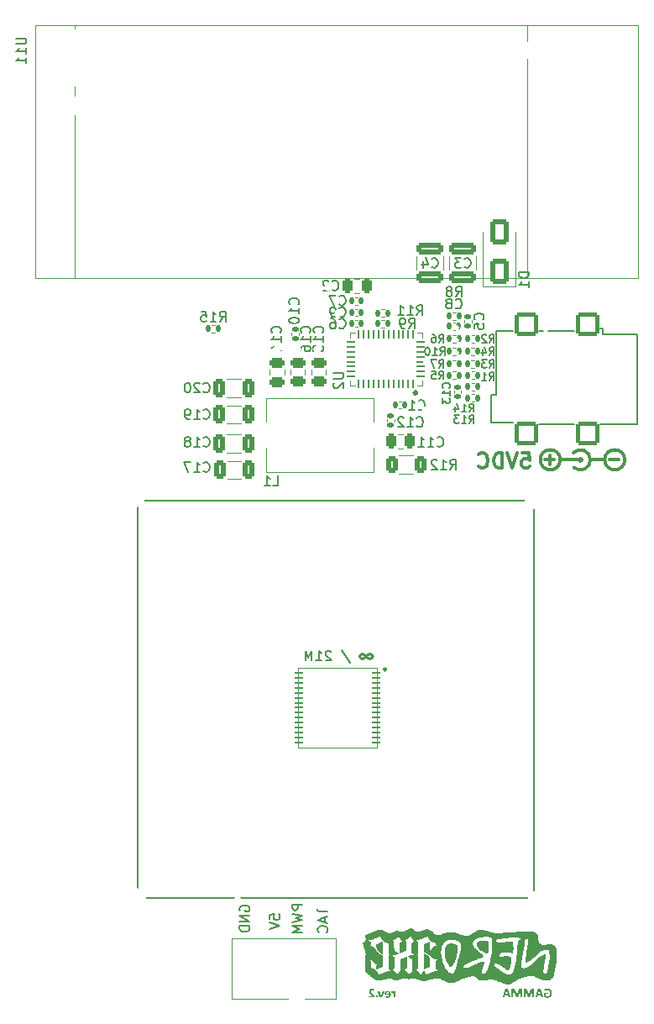
<source format=gbo>
G04 #@! TF.GenerationSoftware,KiCad,Pcbnew,8.0.4*
G04 #@! TF.CreationDate,2024-12-28T01:26:10+01:00*
G04 #@! TF.ProjectId,nerdaxe-gamma,6e657264-6178-4652-9d67-616d6d612e6b,rev?*
G04 #@! TF.SameCoordinates,Original*
G04 #@! TF.FileFunction,Legend,Bot*
G04 #@! TF.FilePolarity,Positive*
%FSLAX46Y46*%
G04 Gerber Fmt 4.6, Leading zero omitted, Abs format (unit mm)*
G04 Created by KiCad (PCBNEW 8.0.4) date 2024-12-28 01:26:10*
%MOMM*%
%LPD*%
G01*
G04 APERTURE LIST*
G04 Aperture macros list*
%AMRoundRect*
0 Rectangle with rounded corners*
0 $1 Rounding radius*
0 $2 $3 $4 $5 $6 $7 $8 $9 X,Y pos of 4 corners*
0 Add a 4 corners polygon primitive as box body*
4,1,4,$2,$3,$4,$5,$6,$7,$8,$9,$2,$3,0*
0 Add four circle primitives for the rounded corners*
1,1,$1+$1,$2,$3*
1,1,$1+$1,$4,$5*
1,1,$1+$1,$6,$7*
1,1,$1+$1,$8,$9*
0 Add four rect primitives between the rounded corners*
20,1,$1+$1,$2,$3,$4,$5,0*
20,1,$1+$1,$4,$5,$6,$7,0*
20,1,$1+$1,$6,$7,$8,$9,0*
20,1,$1+$1,$8,$9,$2,$3,0*%
G04 Aperture macros list end*
%ADD10C,0.150000*%
%ADD11C,0.250000*%
%ADD12C,0.300000*%
%ADD13C,0.120000*%
%ADD14C,0.000000*%
%ADD15C,0.050000*%
%ADD16C,0.227485*%
%ADD17C,0.127000*%
%ADD18C,0.310000*%
%ADD19C,3.000000*%
%ADD20C,0.800000*%
%ADD21C,6.000000*%
%ADD22C,3.500000*%
%ADD23RoundRect,0.250000X0.325000X0.650000X-0.325000X0.650000X-0.325000X-0.650000X0.325000X-0.650000X0*%
%ADD24RoundRect,0.250000X0.475000X-0.250000X0.475000X0.250000X-0.475000X0.250000X-0.475000X-0.250000X0*%
%ADD25C,1.295400*%
%ADD26C,1.574800*%
%ADD27RoundRect,0.140000X0.140000X0.170000X-0.140000X0.170000X-0.140000X-0.170000X0.140000X-0.170000X0*%
%ADD28C,1.700000*%
%ADD29RoundRect,0.250000X-0.312500X-0.625000X0.312500X-0.625000X0.312500X0.625000X-0.312500X0.625000X0*%
%ADD30RoundRect,0.140000X-0.170000X0.140000X-0.170000X-0.140000X0.170000X-0.140000X0.170000X0.140000X0*%
%ADD31RoundRect,0.135000X0.135000X0.185000X-0.135000X0.185000X-0.135000X-0.185000X0.135000X-0.185000X0*%
%ADD32RoundRect,0.135000X-0.135000X-0.185000X0.135000X-0.185000X0.135000X0.185000X-0.135000X0.185000X0*%
%ADD33RoundRect,0.250000X0.650000X-1.000000X0.650000X1.000000X-0.650000X1.000000X-0.650000X-1.000000X0*%
%ADD34C,2.000000*%
%ADD35RoundRect,0.250000X1.100000X-0.325000X1.100000X0.325000X-1.100000X0.325000X-1.100000X-0.325000X0*%
%ADD36RoundRect,0.140000X-0.140000X-0.170000X0.140000X-0.170000X0.140000X0.170000X-0.140000X0.170000X0*%
%ADD37RoundRect,0.055250X0.340750X0.055250X-0.340750X0.055250X-0.340750X-0.055250X0.340750X-0.055250X0*%
%ADD38RoundRect,0.140000X0.170000X-0.140000X0.170000X0.140000X-0.170000X0.140000X-0.170000X-0.140000X0*%
%ADD39C,1.600000*%
%ADD40C,1.800000*%
%ADD41RoundRect,0.240400X-0.961600X0.961600X-0.961600X-0.961600X0.961600X-0.961600X0.961600X0.961600X0*%
%ADD42R,4.000000X2.600000*%
%ADD43RoundRect,0.062500X0.062500X-0.337500X0.062500X0.337500X-0.062500X0.337500X-0.062500X-0.337500X0*%
%ADD44RoundRect,0.062500X0.337500X-0.062500X0.337500X0.062500X-0.337500X0.062500X-0.337500X-0.062500X0*%
%ADD45C,0.400000*%
%ADD46R,5.300000X3.300000*%
%ADD47RoundRect,0.250000X0.250000X0.475000X-0.250000X0.475000X-0.250000X-0.475000X0.250000X-0.475000X0*%
%ADD48C,0.500000*%
%ADD49C,1.000000*%
G04 APERTURE END LIST*
D10*
X85450000Y-95700000D02*
X125430000Y-95700000D01*
X125430000Y-135690000D01*
X85450000Y-135690000D01*
X85450000Y-95700000D01*
D11*
G36*
X111025818Y-145173655D02*
G01*
X111027284Y-145212734D01*
X111031436Y-145236670D01*
X111038519Y-145248882D01*
X111049754Y-145252302D01*
X111062210Y-145249859D01*
X111077842Y-145244730D01*
X111096648Y-145239601D01*
X111119363Y-145237159D01*
X111148184Y-145243265D01*
X111177981Y-145262560D01*
X111210221Y-145297242D01*
X111239220Y-145338941D01*
X111246369Y-145350487D01*
X111246369Y-145725889D01*
X111250521Y-145737856D01*
X111264688Y-145746405D01*
X111291066Y-145751290D01*
X111333076Y-145753000D01*
X111375085Y-145751290D01*
X111401464Y-145746405D01*
X111415385Y-145737856D01*
X111419538Y-145725889D01*
X111419538Y-145123586D01*
X111416118Y-145111618D01*
X111403906Y-145103314D01*
X111380703Y-145098184D01*
X111345288Y-145096475D01*
X111308896Y-145098184D01*
X111286669Y-145103314D01*
X111275190Y-145111862D01*
X111271771Y-145123586D01*
X111271771Y-145198568D01*
X111241512Y-145157986D01*
X111226586Y-145140927D01*
X111189635Y-145107338D01*
X111186041Y-145104779D01*
X111147451Y-145086217D01*
X111108861Y-145080843D01*
X111089810Y-145081820D01*
X111068316Y-145085240D01*
X111049265Y-145090613D01*
X111037297Y-145096963D01*
X111031680Y-145104046D01*
X111028749Y-145115037D01*
X111026551Y-145135798D01*
X111025818Y-145173655D01*
G37*
G36*
X110692061Y-145081989D02*
G01*
X110742184Y-145089281D01*
X110791833Y-145104779D01*
X110813014Y-145114511D01*
X110854663Y-145140780D01*
X110890508Y-145174144D01*
X110907322Y-145194978D01*
X110933651Y-145238754D01*
X110952301Y-145285030D01*
X110964399Y-145331769D01*
X110971475Y-145382317D01*
X110973550Y-145431576D01*
X110971947Y-145477942D01*
X110965631Y-145529941D01*
X110953278Y-145580808D01*
X110946430Y-145600122D01*
X110923826Y-145645371D01*
X110891729Y-145686077D01*
X110878341Y-145698540D01*
X110835652Y-145727978D01*
X110789147Y-145748115D01*
X110744436Y-145759795D01*
X110694935Y-145766627D01*
X110645776Y-145768631D01*
X110609950Y-145767583D01*
X110560780Y-145762281D01*
X110538982Y-145758672D01*
X110489949Y-145747870D01*
X110486116Y-145746801D01*
X110439147Y-145730529D01*
X110414722Y-145717096D01*
X110407395Y-145707570D01*
X110403487Y-145695114D01*
X110401289Y-145677284D01*
X110400556Y-145652127D01*
X110401533Y-145624528D01*
X110405441Y-145607431D01*
X110412280Y-145599127D01*
X110422538Y-145596684D01*
X110449405Y-145604011D01*
X110490926Y-145620131D01*
X110502377Y-145623908D01*
X110550521Y-145636251D01*
X110580158Y-145640996D01*
X110630145Y-145643579D01*
X110656711Y-145642434D01*
X110706593Y-145631855D01*
X110718179Y-145627081D01*
X110758861Y-145597661D01*
X110767204Y-145587374D01*
X110788414Y-145543195D01*
X110793308Y-145522353D01*
X110797695Y-145471632D01*
X110424736Y-145471632D01*
X110385902Y-145456489D01*
X110371736Y-145409594D01*
X110371736Y-145381995D01*
X110372137Y-145362211D01*
X110539286Y-145362211D01*
X110797695Y-145362211D01*
X110796897Y-145350167D01*
X110787681Y-145301150D01*
X110786012Y-145295859D01*
X110763013Y-145251569D01*
X110760965Y-145248978D01*
X110722468Y-145218352D01*
X110714627Y-145214763D01*
X110665071Y-145205896D01*
X110657052Y-145206059D01*
X110608346Y-145216337D01*
X110568595Y-145247661D01*
X110558040Y-145264339D01*
X110542492Y-145311870D01*
X110539286Y-145362211D01*
X110372137Y-145362211D01*
X110372141Y-145362001D01*
X110376991Y-145312194D01*
X110388344Y-145262071D01*
X110390463Y-145255230D01*
X110411039Y-145207627D01*
X110439879Y-145166572D01*
X110446602Y-145159171D01*
X110485432Y-145126799D01*
X110529517Y-145103558D01*
X110561931Y-145092578D01*
X110610681Y-145083527D01*
X110660919Y-145080843D01*
X110692061Y-145081989D01*
G37*
G36*
X109676376Y-145122853D02*
G01*
X109676865Y-145130913D01*
X109678086Y-145141415D01*
X109680773Y-145154605D01*
X109685413Y-145171457D01*
X109869328Y-145716607D01*
X109878609Y-145735170D01*
X109897905Y-145746405D01*
X109934297Y-145751778D01*
X109985321Y-145752980D01*
X109994381Y-145753000D01*
X110044650Y-145751871D01*
X110053732Y-145751290D01*
X110089879Y-145745672D01*
X110108686Y-145734437D01*
X110117967Y-145716607D01*
X110302127Y-145171457D01*
X110308721Y-145147277D01*
X110311408Y-145131646D01*
X110311652Y-145122853D01*
X110307988Y-145111129D01*
X110294555Y-145102581D01*
X110268177Y-145097940D01*
X110225678Y-145096475D01*
X110180494Y-145098184D01*
X110153383Y-145103069D01*
X110139217Y-145111862D01*
X110132378Y-145125540D01*
X109992915Y-145567863D01*
X109988763Y-145584716D01*
X109984611Y-145567863D01*
X109847346Y-145125540D01*
X109840996Y-145111862D01*
X109826830Y-145103069D01*
X109800940Y-145098184D01*
X109758686Y-145096475D01*
X109717165Y-145097940D01*
X109692252Y-145102581D01*
X109679796Y-145111129D01*
X109676376Y-145122853D01*
G37*
G36*
X109474143Y-145641869D02*
G01*
X109478444Y-145691130D01*
X109496614Y-145730285D01*
X109543914Y-145750781D01*
X109576481Y-145753000D01*
X109625207Y-145747443D01*
X109656104Y-145730773D01*
X109675489Y-145684136D01*
X109678086Y-145646021D01*
X109673832Y-145596260D01*
X109655860Y-145556872D01*
X109611121Y-145536842D01*
X109575260Y-145534158D01*
X109524461Y-145540500D01*
X109496125Y-145556628D01*
X109476741Y-145603366D01*
X109474143Y-145641869D01*
G37*
G36*
X108734087Y-145682413D02*
G01*
X108735797Y-145715142D01*
X108740926Y-145737124D01*
X108749963Y-145749336D01*
X108762175Y-145753000D01*
X109273376Y-145753000D01*
X109299265Y-145750313D01*
X109317339Y-145740055D01*
X109327353Y-145717584D01*
X109330284Y-145679727D01*
X109328330Y-145641869D01*
X109320759Y-145614025D01*
X109306593Y-145589845D01*
X109284367Y-145564200D01*
X109130494Y-145391764D01*
X109096128Y-145354279D01*
X109063789Y-145314534D01*
X109056488Y-145304570D01*
X109028633Y-145262297D01*
X109012524Y-145232518D01*
X108994343Y-145186448D01*
X108990787Y-145172434D01*
X108984948Y-145123505D01*
X108984925Y-145120411D01*
X108992252Y-145074737D01*
X109013501Y-145037124D01*
X109048916Y-145011967D01*
X109097192Y-145002695D01*
X109098986Y-145002685D01*
X109148204Y-145006788D01*
X109170794Y-145012211D01*
X109216598Y-145029302D01*
X109225748Y-145033704D01*
X109265316Y-145055442D01*
X109289984Y-145065212D01*
X109300487Y-145061304D01*
X109307814Y-145048359D01*
X109312210Y-145023690D01*
X109313920Y-144986077D01*
X109312943Y-144960920D01*
X109310012Y-144943334D01*
X109304394Y-144930145D01*
X109292427Y-144916712D01*
X109260675Y-144896928D01*
X109214281Y-144877016D01*
X109204011Y-144873481D01*
X109156827Y-144859992D01*
X109129761Y-144854186D01*
X109080409Y-144847660D01*
X109045253Y-144846370D01*
X108995702Y-144848843D01*
X108944144Y-144857979D01*
X108924108Y-144863956D01*
X108879254Y-144883447D01*
X108837891Y-144912804D01*
X108804712Y-144951685D01*
X108786600Y-144987054D01*
X108773450Y-145034589D01*
X108769747Y-145079622D01*
X108772674Y-145131022D01*
X108778051Y-145165595D01*
X108793035Y-145215218D01*
X108812489Y-145256698D01*
X108839304Y-145301451D01*
X108868910Y-145343010D01*
X108886006Y-145364898D01*
X108918626Y-145403700D01*
X108953123Y-145441803D01*
X108987874Y-145478203D01*
X109011547Y-145502162D01*
X109115351Y-145612316D01*
X108765106Y-145612316D01*
X108752406Y-145616224D01*
X108742392Y-145628436D01*
X108736286Y-145650418D01*
X108734087Y-145682413D01*
G37*
G36*
X126444090Y-144993160D02*
G01*
X126445800Y-145027354D01*
X126450685Y-145050069D01*
X126458256Y-145061792D01*
X126468759Y-145065212D01*
X126497824Y-145053000D01*
X126542543Y-145029705D01*
X126550580Y-145026133D01*
X126596757Y-145008979D01*
X126629226Y-144999510D01*
X126678563Y-144990168D01*
X126727744Y-144987103D01*
X126735228Y-144987054D01*
X126785760Y-144990762D01*
X126835582Y-145003051D01*
X126852220Y-145009524D01*
X126897719Y-145034723D01*
X126936670Y-145068185D01*
X126941369Y-145073272D01*
X126972417Y-145115443D01*
X126994616Y-145161485D01*
X126998521Y-145172190D01*
X127011331Y-145221039D01*
X127017358Y-145269708D01*
X127018305Y-145299685D01*
X127015910Y-145350275D01*
X127007833Y-145400593D01*
X126998033Y-145434995D01*
X126977209Y-145482473D01*
X126948051Y-145525353D01*
X126941369Y-145532937D01*
X126904031Y-145565562D01*
X126860253Y-145589709D01*
X126853930Y-145592288D01*
X126803537Y-145606663D01*
X126752339Y-145612140D01*
X126740845Y-145612316D01*
X126692114Y-145608123D01*
X126681006Y-145605965D01*
X126634090Y-145590490D01*
X126626051Y-145586670D01*
X126626051Y-145393474D01*
X126794334Y-145393474D01*
X126813630Y-145377598D01*
X126820442Y-145328082D01*
X126820468Y-145323376D01*
X126818759Y-145290159D01*
X126813630Y-145268666D01*
X126805325Y-145256698D01*
X126794334Y-145252790D01*
X126494160Y-145252790D01*
X126474621Y-145256698D01*
X126459478Y-145267933D01*
X126449464Y-145285763D01*
X126446044Y-145309943D01*
X126446044Y-145660431D01*
X126453371Y-145696335D01*
X126482925Y-145720271D01*
X126530048Y-145736219D01*
X126538124Y-145738589D01*
X126586784Y-145750894D01*
X126606512Y-145754953D01*
X126655554Y-145762741D01*
X126678075Y-145765212D01*
X126727673Y-145768297D01*
X126750371Y-145768631D01*
X126802227Y-145766723D01*
X126851304Y-145760998D01*
X126903195Y-145749997D01*
X126941124Y-145738101D01*
X126986475Y-145718626D01*
X127032061Y-145691912D01*
X127072590Y-145659855D01*
X127083762Y-145649196D01*
X127117575Y-145610232D01*
X127146044Y-145566306D01*
X127169171Y-145517420D01*
X127173155Y-145507047D01*
X127188032Y-145458165D01*
X127198039Y-145405767D01*
X127202848Y-145356239D01*
X127203930Y-145317270D01*
X127201869Y-145263842D01*
X127195687Y-145213223D01*
X127185383Y-145165412D01*
X127170957Y-145120411D01*
X127150246Y-145073431D01*
X127125207Y-145030585D01*
X127092311Y-144987829D01*
X127077656Y-144972155D01*
X127037366Y-144936807D01*
X126992209Y-144907087D01*
X126947408Y-144885153D01*
X126931599Y-144878854D01*
X126881949Y-144863151D01*
X126829169Y-144852588D01*
X126779626Y-144847512D01*
X126740845Y-144846370D01*
X126689061Y-144847980D01*
X126638792Y-144853247D01*
X126635821Y-144853697D01*
X126586302Y-144863022D01*
X126553023Y-144871771D01*
X126506769Y-144888487D01*
X126494404Y-144894486D01*
X126461676Y-144915735D01*
X126448242Y-144941869D01*
X126444094Y-144991054D01*
X126444090Y-144993160D01*
G37*
G36*
X125949335Y-144862010D02*
G01*
X125999324Y-144862979D01*
X126032541Y-144867863D01*
X126050127Y-144878854D01*
X126059652Y-144897417D01*
X126333692Y-145680704D01*
X126344195Y-145719050D01*
X126339310Y-145741032D01*
X126314642Y-145751046D01*
X126265060Y-145753000D01*
X126217433Y-145751778D01*
X126189345Y-145746649D01*
X126174935Y-145736391D01*
X126167607Y-145720271D01*
X126111187Y-145549789D01*
X125777551Y-145549789D01*
X125717712Y-145724912D01*
X125710873Y-145739322D01*
X125696463Y-145747870D01*
X125666665Y-145752023D01*
X125661483Y-145752252D01*
X125611955Y-145753000D01*
X125607798Y-145752993D01*
X125558954Y-145751290D01*
X125532332Y-145742497D01*
X125526714Y-145721004D01*
X125536972Y-145682169D01*
X125632851Y-145409106D01*
X125819317Y-145409106D01*
X126071376Y-145409106D01*
X125945835Y-145027354D01*
X125945102Y-145027354D01*
X125819317Y-145409106D01*
X125632851Y-145409106D01*
X125811745Y-144899615D01*
X125821759Y-144879099D01*
X125841055Y-144867863D01*
X125878424Y-144862979D01*
X125893201Y-144862506D01*
X125942904Y-144862002D01*
X125949335Y-144862010D01*
G37*
G36*
X124381215Y-145724179D02*
G01*
X124385123Y-145736635D01*
X124398801Y-145745428D01*
X124425179Y-145751046D01*
X124466944Y-145753000D01*
X124508466Y-145751046D01*
X124534355Y-145745428D01*
X124548033Y-145736635D01*
X124552185Y-145724179D01*
X124552185Y-145002685D01*
X124553651Y-145002685D01*
X124811327Y-145723446D01*
X124820364Y-145738345D01*
X124837217Y-145747626D01*
X124864327Y-145752023D01*
X124903895Y-145753000D01*
X124943951Y-145751290D01*
X124971062Y-145745916D01*
X124987914Y-145736635D01*
X124995974Y-145723446D01*
X125244614Y-145002685D01*
X125246079Y-145002685D01*
X125246079Y-145724179D01*
X125249987Y-145736635D01*
X125263909Y-145745428D01*
X125290287Y-145751046D01*
X125331808Y-145753000D01*
X125373330Y-145751046D01*
X125399708Y-145745428D01*
X125413385Y-145736635D01*
X125417049Y-145724179D01*
X125417049Y-144934053D01*
X125403834Y-144886764D01*
X125398487Y-144880564D01*
X125352949Y-144862074D01*
X125349150Y-144862002D01*
X125230936Y-144862002D01*
X125181009Y-144866214D01*
X125176714Y-144867131D01*
X125137635Y-144884228D01*
X125110036Y-144915735D01*
X125091262Y-144962303D01*
X125090741Y-144964095D01*
X124898521Y-145492637D01*
X124895835Y-145492637D01*
X124696533Y-144965561D01*
X124678300Y-144919464D01*
X124676993Y-144916956D01*
X124652325Y-144884716D01*
X124618863Y-144867131D01*
X124574167Y-144862002D01*
X124452778Y-144862002D01*
X124420782Y-144866886D01*
X124398801Y-144880808D01*
X124385856Y-144903523D01*
X124381215Y-144934053D01*
X124381215Y-145724179D01*
G37*
G36*
X123158047Y-145724179D02*
G01*
X123161955Y-145736635D01*
X123175632Y-145745428D01*
X123202011Y-145751046D01*
X123243776Y-145753000D01*
X123285297Y-145751046D01*
X123311187Y-145745428D01*
X123324865Y-145736635D01*
X123329017Y-145724179D01*
X123329017Y-145002685D01*
X123330482Y-145002685D01*
X123588159Y-145723446D01*
X123597196Y-145738345D01*
X123614048Y-145747626D01*
X123641159Y-145752023D01*
X123680727Y-145753000D01*
X123720782Y-145751290D01*
X123747893Y-145745916D01*
X123764746Y-145736635D01*
X123772806Y-145723446D01*
X124021445Y-145002685D01*
X124022911Y-145002685D01*
X124022911Y-145724179D01*
X124026819Y-145736635D01*
X124040741Y-145745428D01*
X124067119Y-145751046D01*
X124108640Y-145753000D01*
X124150161Y-145751046D01*
X124176540Y-145745428D01*
X124190217Y-145736635D01*
X124193881Y-145724179D01*
X124193881Y-144934053D01*
X124180666Y-144886764D01*
X124175318Y-144880564D01*
X124129780Y-144862074D01*
X124125981Y-144862002D01*
X124007768Y-144862002D01*
X123957841Y-144866214D01*
X123953546Y-144867131D01*
X123914467Y-144884228D01*
X123886868Y-144915735D01*
X123868094Y-144962303D01*
X123867572Y-144964095D01*
X123675353Y-145492637D01*
X123672667Y-145492637D01*
X123473364Y-144965561D01*
X123455132Y-144919464D01*
X123453825Y-144916956D01*
X123429157Y-144884716D01*
X123395695Y-144867131D01*
X123350999Y-144862002D01*
X123229610Y-144862002D01*
X123197614Y-144866886D01*
X123175632Y-144880808D01*
X123162688Y-144903523D01*
X123158047Y-144934053D01*
X123158047Y-145724179D01*
G37*
G36*
X122654987Y-144862010D02*
G01*
X122704976Y-144862979D01*
X122738193Y-144867863D01*
X122755779Y-144878854D01*
X122765304Y-144897417D01*
X123039345Y-145680704D01*
X123049847Y-145719050D01*
X123044963Y-145741032D01*
X123020294Y-145751046D01*
X122970713Y-145753000D01*
X122923085Y-145751778D01*
X122894997Y-145746649D01*
X122880587Y-145736391D01*
X122873260Y-145720271D01*
X122816840Y-145549789D01*
X122483204Y-145549789D01*
X122423364Y-145724912D01*
X122416526Y-145739322D01*
X122402115Y-145747870D01*
X122372318Y-145752023D01*
X122367135Y-145752252D01*
X122317607Y-145753000D01*
X122313450Y-145752993D01*
X122264607Y-145751290D01*
X122237984Y-145742497D01*
X122232367Y-145721004D01*
X122242625Y-145682169D01*
X122338504Y-145409106D01*
X122524969Y-145409106D01*
X122777028Y-145409106D01*
X122651487Y-145027354D01*
X122650755Y-145027354D01*
X122524969Y-145409106D01*
X122338504Y-145409106D01*
X122517398Y-144899615D01*
X122527412Y-144879099D01*
X122546707Y-144867863D01*
X122584076Y-144862979D01*
X122598854Y-144862506D01*
X122648556Y-144862002D01*
X122654987Y-144862010D01*
G37*
D10*
X106006190Y-110747200D02*
X106863332Y-112032914D01*
X104958570Y-110890057D02*
X104910951Y-110842438D01*
X104910951Y-110842438D02*
X104815713Y-110794819D01*
X104815713Y-110794819D02*
X104577618Y-110794819D01*
X104577618Y-110794819D02*
X104482380Y-110842438D01*
X104482380Y-110842438D02*
X104434761Y-110890057D01*
X104434761Y-110890057D02*
X104387142Y-110985295D01*
X104387142Y-110985295D02*
X104387142Y-111080533D01*
X104387142Y-111080533D02*
X104434761Y-111223390D01*
X104434761Y-111223390D02*
X105006189Y-111794819D01*
X105006189Y-111794819D02*
X104387142Y-111794819D01*
X103434761Y-111794819D02*
X104006189Y-111794819D01*
X103720475Y-111794819D02*
X103720475Y-110794819D01*
X103720475Y-110794819D02*
X103815713Y-110937676D01*
X103815713Y-110937676D02*
X103910951Y-111032914D01*
X103910951Y-111032914D02*
X104006189Y-111080533D01*
X103006189Y-111794819D02*
X103006189Y-110794819D01*
X103006189Y-110794819D02*
X102672856Y-111509104D01*
X102672856Y-111509104D02*
X102339523Y-110794819D01*
X102339523Y-110794819D02*
X102339523Y-111794819D01*
X98768819Y-137858523D02*
X98768819Y-137382333D01*
X98768819Y-137382333D02*
X99245009Y-137334714D01*
X99245009Y-137334714D02*
X99197390Y-137382333D01*
X99197390Y-137382333D02*
X99149771Y-137477571D01*
X99149771Y-137477571D02*
X99149771Y-137715666D01*
X99149771Y-137715666D02*
X99197390Y-137810904D01*
X99197390Y-137810904D02*
X99245009Y-137858523D01*
X99245009Y-137858523D02*
X99340247Y-137906142D01*
X99340247Y-137906142D02*
X99578342Y-137906142D01*
X99578342Y-137906142D02*
X99673580Y-137858523D01*
X99673580Y-137858523D02*
X99721200Y-137810904D01*
X99721200Y-137810904D02*
X99768819Y-137715666D01*
X99768819Y-137715666D02*
X99768819Y-137477571D01*
X99768819Y-137477571D02*
X99721200Y-137382333D01*
X99721200Y-137382333D02*
X99673580Y-137334714D01*
X98768819Y-138191857D02*
X99768819Y-138525190D01*
X99768819Y-138525190D02*
X98768819Y-138858523D01*
D12*
X124207203Y-90883828D02*
X124921489Y-90883828D01*
X124921489Y-90883828D02*
X124992917Y-91598114D01*
X124992917Y-91598114D02*
X124921489Y-91526685D01*
X124921489Y-91526685D02*
X124778632Y-91455257D01*
X124778632Y-91455257D02*
X124421489Y-91455257D01*
X124421489Y-91455257D02*
X124278632Y-91526685D01*
X124278632Y-91526685D02*
X124207203Y-91598114D01*
X124207203Y-91598114D02*
X124135774Y-91740971D01*
X124135774Y-91740971D02*
X124135774Y-92098114D01*
X124135774Y-92098114D02*
X124207203Y-92240971D01*
X124207203Y-92240971D02*
X124278632Y-92312400D01*
X124278632Y-92312400D02*
X124421489Y-92383828D01*
X124421489Y-92383828D02*
X124778632Y-92383828D01*
X124778632Y-92383828D02*
X124921489Y-92312400D01*
X124921489Y-92312400D02*
X124992917Y-92240971D01*
X123707203Y-90883828D02*
X123207203Y-92383828D01*
X123207203Y-92383828D02*
X122707203Y-90883828D01*
X122207204Y-92383828D02*
X122207204Y-90883828D01*
X122207204Y-90883828D02*
X121850061Y-90883828D01*
X121850061Y-90883828D02*
X121635775Y-90955257D01*
X121635775Y-90955257D02*
X121492918Y-91098114D01*
X121492918Y-91098114D02*
X121421489Y-91240971D01*
X121421489Y-91240971D02*
X121350061Y-91526685D01*
X121350061Y-91526685D02*
X121350061Y-91740971D01*
X121350061Y-91740971D02*
X121421489Y-92026685D01*
X121421489Y-92026685D02*
X121492918Y-92169542D01*
X121492918Y-92169542D02*
X121635775Y-92312400D01*
X121635775Y-92312400D02*
X121850061Y-92383828D01*
X121850061Y-92383828D02*
X122207204Y-92383828D01*
X119850061Y-92240971D02*
X119921489Y-92312400D01*
X119921489Y-92312400D02*
X120135775Y-92383828D01*
X120135775Y-92383828D02*
X120278632Y-92383828D01*
X120278632Y-92383828D02*
X120492918Y-92312400D01*
X120492918Y-92312400D02*
X120635775Y-92169542D01*
X120635775Y-92169542D02*
X120707204Y-92026685D01*
X120707204Y-92026685D02*
X120778632Y-91740971D01*
X120778632Y-91740971D02*
X120778632Y-91526685D01*
X120778632Y-91526685D02*
X120707204Y-91240971D01*
X120707204Y-91240971D02*
X120635775Y-91098114D01*
X120635775Y-91098114D02*
X120492918Y-90955257D01*
X120492918Y-90955257D02*
X120278632Y-90883828D01*
X120278632Y-90883828D02*
X120135775Y-90883828D01*
X120135775Y-90883828D02*
X119921489Y-90955257D01*
X119921489Y-90955257D02*
X119850061Y-91026685D01*
D10*
X102054819Y-136390238D02*
X101054819Y-136390238D01*
X101054819Y-136390238D02*
X101054819Y-136771190D01*
X101054819Y-136771190D02*
X101102438Y-136866428D01*
X101102438Y-136866428D02*
X101150057Y-136914047D01*
X101150057Y-136914047D02*
X101245295Y-136961666D01*
X101245295Y-136961666D02*
X101388152Y-136961666D01*
X101388152Y-136961666D02*
X101483390Y-136914047D01*
X101483390Y-136914047D02*
X101531009Y-136866428D01*
X101531009Y-136866428D02*
X101578628Y-136771190D01*
X101578628Y-136771190D02*
X101578628Y-136390238D01*
X101054819Y-137295000D02*
X102054819Y-137533095D01*
X102054819Y-137533095D02*
X101340533Y-137723571D01*
X101340533Y-137723571D02*
X102054819Y-137914047D01*
X102054819Y-137914047D02*
X101054819Y-138152143D01*
X102054819Y-138533095D02*
X101054819Y-138533095D01*
X101054819Y-138533095D02*
X101769104Y-138866428D01*
X101769104Y-138866428D02*
X101054819Y-139199761D01*
X101054819Y-139199761D02*
X102054819Y-139199761D01*
D11*
X108259523Y-111149857D02*
X108069047Y-111054619D01*
X108069047Y-111054619D02*
X107878571Y-111149857D01*
X107878571Y-111149857D02*
X107783333Y-111340333D01*
X107783333Y-111340333D02*
X107878571Y-111530809D01*
X107878571Y-111530809D02*
X108069047Y-111626047D01*
X108069047Y-111626047D02*
X108259523Y-111530809D01*
X108259523Y-111530809D02*
X108640475Y-111149857D01*
X108640475Y-111149857D02*
X108830952Y-111054619D01*
X108830952Y-111054619D02*
X109021428Y-111149857D01*
X109021428Y-111149857D02*
X109116666Y-111340333D01*
X109116666Y-111340333D02*
X109021428Y-111530809D01*
X109021428Y-111530809D02*
X108830952Y-111626047D01*
X108830952Y-111626047D02*
X108640475Y-111530809D01*
X108640475Y-111530809D02*
X108259523Y-111149857D01*
D10*
X103594819Y-136834714D02*
X103594819Y-137406142D01*
X104594819Y-137120428D02*
X103594819Y-137120428D01*
X104309104Y-137691857D02*
X104309104Y-138168047D01*
X104594819Y-137596619D02*
X103594819Y-137929952D01*
X103594819Y-137929952D02*
X104594819Y-138263285D01*
X104499580Y-139168047D02*
X104547200Y-139120428D01*
X104547200Y-139120428D02*
X104594819Y-138977571D01*
X104594819Y-138977571D02*
X104594819Y-138882333D01*
X104594819Y-138882333D02*
X104547200Y-138739476D01*
X104547200Y-138739476D02*
X104451961Y-138644238D01*
X104451961Y-138644238D02*
X104356723Y-138596619D01*
X104356723Y-138596619D02*
X104166247Y-138549000D01*
X104166247Y-138549000D02*
X104023390Y-138549000D01*
X104023390Y-138549000D02*
X103832914Y-138596619D01*
X103832914Y-138596619D02*
X103737676Y-138644238D01*
X103737676Y-138644238D02*
X103642438Y-138739476D01*
X103642438Y-138739476D02*
X103594819Y-138882333D01*
X103594819Y-138882333D02*
X103594819Y-138977571D01*
X103594819Y-138977571D02*
X103642438Y-139120428D01*
X103642438Y-139120428D02*
X103690057Y-139168047D01*
X95768438Y-137033095D02*
X95720819Y-136937857D01*
X95720819Y-136937857D02*
X95720819Y-136795000D01*
X95720819Y-136795000D02*
X95768438Y-136652143D01*
X95768438Y-136652143D02*
X95863676Y-136556905D01*
X95863676Y-136556905D02*
X95958914Y-136509286D01*
X95958914Y-136509286D02*
X96149390Y-136461667D01*
X96149390Y-136461667D02*
X96292247Y-136461667D01*
X96292247Y-136461667D02*
X96482723Y-136509286D01*
X96482723Y-136509286D02*
X96577961Y-136556905D01*
X96577961Y-136556905D02*
X96673200Y-136652143D01*
X96673200Y-136652143D02*
X96720819Y-136795000D01*
X96720819Y-136795000D02*
X96720819Y-136890238D01*
X96720819Y-136890238D02*
X96673200Y-137033095D01*
X96673200Y-137033095D02*
X96625580Y-137080714D01*
X96625580Y-137080714D02*
X96292247Y-137080714D01*
X96292247Y-137080714D02*
X96292247Y-136890238D01*
X96720819Y-137509286D02*
X95720819Y-137509286D01*
X95720819Y-137509286D02*
X96720819Y-138080714D01*
X96720819Y-138080714D02*
X95720819Y-138080714D01*
X96720819Y-138556905D02*
X95720819Y-138556905D01*
X95720819Y-138556905D02*
X95720819Y-138795000D01*
X95720819Y-138795000D02*
X95768438Y-138937857D01*
X95768438Y-138937857D02*
X95863676Y-139033095D01*
X95863676Y-139033095D02*
X95958914Y-139080714D01*
X95958914Y-139080714D02*
X96149390Y-139128333D01*
X96149390Y-139128333D02*
X96292247Y-139128333D01*
X96292247Y-139128333D02*
X96482723Y-139080714D01*
X96482723Y-139080714D02*
X96577961Y-139033095D01*
X96577961Y-139033095D02*
X96673200Y-138937857D01*
X96673200Y-138937857D02*
X96720819Y-138795000D01*
X96720819Y-138795000D02*
X96720819Y-138556905D01*
X92082857Y-84687580D02*
X92130476Y-84735200D01*
X92130476Y-84735200D02*
X92273333Y-84782819D01*
X92273333Y-84782819D02*
X92368571Y-84782819D01*
X92368571Y-84782819D02*
X92511428Y-84735200D01*
X92511428Y-84735200D02*
X92606666Y-84639961D01*
X92606666Y-84639961D02*
X92654285Y-84544723D01*
X92654285Y-84544723D02*
X92701904Y-84354247D01*
X92701904Y-84354247D02*
X92701904Y-84211390D01*
X92701904Y-84211390D02*
X92654285Y-84020914D01*
X92654285Y-84020914D02*
X92606666Y-83925676D01*
X92606666Y-83925676D02*
X92511428Y-83830438D01*
X92511428Y-83830438D02*
X92368571Y-83782819D01*
X92368571Y-83782819D02*
X92273333Y-83782819D01*
X92273333Y-83782819D02*
X92130476Y-83830438D01*
X92130476Y-83830438D02*
X92082857Y-83878057D01*
X91701904Y-83878057D02*
X91654285Y-83830438D01*
X91654285Y-83830438D02*
X91559047Y-83782819D01*
X91559047Y-83782819D02*
X91320952Y-83782819D01*
X91320952Y-83782819D02*
X91225714Y-83830438D01*
X91225714Y-83830438D02*
X91178095Y-83878057D01*
X91178095Y-83878057D02*
X91130476Y-83973295D01*
X91130476Y-83973295D02*
X91130476Y-84068533D01*
X91130476Y-84068533D02*
X91178095Y-84211390D01*
X91178095Y-84211390D02*
X91749523Y-84782819D01*
X91749523Y-84782819D02*
X91130476Y-84782819D01*
X90511428Y-83782819D02*
X90416190Y-83782819D01*
X90416190Y-83782819D02*
X90320952Y-83830438D01*
X90320952Y-83830438D02*
X90273333Y-83878057D01*
X90273333Y-83878057D02*
X90225714Y-83973295D01*
X90225714Y-83973295D02*
X90178095Y-84163771D01*
X90178095Y-84163771D02*
X90178095Y-84401866D01*
X90178095Y-84401866D02*
X90225714Y-84592342D01*
X90225714Y-84592342D02*
X90273333Y-84687580D01*
X90273333Y-84687580D02*
X90320952Y-84735200D01*
X90320952Y-84735200D02*
X90416190Y-84782819D01*
X90416190Y-84782819D02*
X90511428Y-84782819D01*
X90511428Y-84782819D02*
X90606666Y-84735200D01*
X90606666Y-84735200D02*
X90654285Y-84687580D01*
X90654285Y-84687580D02*
X90701904Y-84592342D01*
X90701904Y-84592342D02*
X90749523Y-84401866D01*
X90749523Y-84401866D02*
X90749523Y-84163771D01*
X90749523Y-84163771D02*
X90701904Y-83973295D01*
X90701904Y-83973295D02*
X90654285Y-83878057D01*
X90654285Y-83878057D02*
X90606666Y-83830438D01*
X90606666Y-83830438D02*
X90511428Y-83782819D01*
X104079580Y-78734142D02*
X104127200Y-78686523D01*
X104127200Y-78686523D02*
X104174819Y-78543666D01*
X104174819Y-78543666D02*
X104174819Y-78448428D01*
X104174819Y-78448428D02*
X104127200Y-78305571D01*
X104127200Y-78305571D02*
X104031961Y-78210333D01*
X104031961Y-78210333D02*
X103936723Y-78162714D01*
X103936723Y-78162714D02*
X103746247Y-78115095D01*
X103746247Y-78115095D02*
X103603390Y-78115095D01*
X103603390Y-78115095D02*
X103412914Y-78162714D01*
X103412914Y-78162714D02*
X103317676Y-78210333D01*
X103317676Y-78210333D02*
X103222438Y-78305571D01*
X103222438Y-78305571D02*
X103174819Y-78448428D01*
X103174819Y-78448428D02*
X103174819Y-78543666D01*
X103174819Y-78543666D02*
X103222438Y-78686523D01*
X103222438Y-78686523D02*
X103270057Y-78734142D01*
X104174819Y-79686523D02*
X104174819Y-79115095D01*
X104174819Y-79400809D02*
X103174819Y-79400809D01*
X103174819Y-79400809D02*
X103317676Y-79305571D01*
X103317676Y-79305571D02*
X103412914Y-79210333D01*
X103412914Y-79210333D02*
X103460533Y-79115095D01*
X103174819Y-80591285D02*
X103174819Y-80115095D01*
X103174819Y-80115095D02*
X103651009Y-80067476D01*
X103651009Y-80067476D02*
X103603390Y-80115095D01*
X103603390Y-80115095D02*
X103555771Y-80210333D01*
X103555771Y-80210333D02*
X103555771Y-80448428D01*
X103555771Y-80448428D02*
X103603390Y-80543666D01*
X103603390Y-80543666D02*
X103651009Y-80591285D01*
X103651009Y-80591285D02*
X103746247Y-80638904D01*
X103746247Y-80638904D02*
X103984342Y-80638904D01*
X103984342Y-80638904D02*
X104079580Y-80591285D01*
X104079580Y-80591285D02*
X104127200Y-80543666D01*
X104127200Y-80543666D02*
X104174819Y-80448428D01*
X104174819Y-80448428D02*
X104174819Y-80210333D01*
X104174819Y-80210333D02*
X104127200Y-80115095D01*
X104127200Y-80115095D02*
X104079580Y-80067476D01*
X105786666Y-77067580D02*
X105834285Y-77115200D01*
X105834285Y-77115200D02*
X105977142Y-77162819D01*
X105977142Y-77162819D02*
X106072380Y-77162819D01*
X106072380Y-77162819D02*
X106215237Y-77115200D01*
X106215237Y-77115200D02*
X106310475Y-77019961D01*
X106310475Y-77019961D02*
X106358094Y-76924723D01*
X106358094Y-76924723D02*
X106405713Y-76734247D01*
X106405713Y-76734247D02*
X106405713Y-76591390D01*
X106405713Y-76591390D02*
X106358094Y-76400914D01*
X106358094Y-76400914D02*
X106310475Y-76305676D01*
X106310475Y-76305676D02*
X106215237Y-76210438D01*
X106215237Y-76210438D02*
X106072380Y-76162819D01*
X106072380Y-76162819D02*
X105977142Y-76162819D01*
X105977142Y-76162819D02*
X105834285Y-76210438D01*
X105834285Y-76210438D02*
X105786666Y-76258057D01*
X105310475Y-77162819D02*
X105119999Y-77162819D01*
X105119999Y-77162819D02*
X105024761Y-77115200D01*
X105024761Y-77115200D02*
X104977142Y-77067580D01*
X104977142Y-77067580D02*
X104881904Y-76924723D01*
X104881904Y-76924723D02*
X104834285Y-76734247D01*
X104834285Y-76734247D02*
X104834285Y-76353295D01*
X104834285Y-76353295D02*
X104881904Y-76258057D01*
X104881904Y-76258057D02*
X104929523Y-76210438D01*
X104929523Y-76210438D02*
X105024761Y-76162819D01*
X105024761Y-76162819D02*
X105215237Y-76162819D01*
X105215237Y-76162819D02*
X105310475Y-76210438D01*
X105310475Y-76210438D02*
X105358094Y-76258057D01*
X105358094Y-76258057D02*
X105405713Y-76353295D01*
X105405713Y-76353295D02*
X105405713Y-76591390D01*
X105405713Y-76591390D02*
X105358094Y-76686628D01*
X105358094Y-76686628D02*
X105310475Y-76734247D01*
X105310475Y-76734247D02*
X105215237Y-76781866D01*
X105215237Y-76781866D02*
X105024761Y-76781866D01*
X105024761Y-76781866D02*
X104929523Y-76734247D01*
X104929523Y-76734247D02*
X104881904Y-76686628D01*
X104881904Y-76686628D02*
X104834285Y-76591390D01*
X73204819Y-49083905D02*
X74014342Y-49083905D01*
X74014342Y-49083905D02*
X74109580Y-49131524D01*
X74109580Y-49131524D02*
X74157200Y-49179143D01*
X74157200Y-49179143D02*
X74204819Y-49274381D01*
X74204819Y-49274381D02*
X74204819Y-49464857D01*
X74204819Y-49464857D02*
X74157200Y-49560095D01*
X74157200Y-49560095D02*
X74109580Y-49607714D01*
X74109580Y-49607714D02*
X74014342Y-49655333D01*
X74014342Y-49655333D02*
X73204819Y-49655333D01*
X74204819Y-50655333D02*
X74204819Y-50083905D01*
X74204819Y-50369619D02*
X73204819Y-50369619D01*
X73204819Y-50369619D02*
X73347676Y-50274381D01*
X73347676Y-50274381D02*
X73442914Y-50179143D01*
X73442914Y-50179143D02*
X73490533Y-50083905D01*
X74204819Y-51607714D02*
X74204819Y-51036286D01*
X74204819Y-51322000D02*
X73204819Y-51322000D01*
X73204819Y-51322000D02*
X73347676Y-51226762D01*
X73347676Y-51226762D02*
X73442914Y-51131524D01*
X73442914Y-51131524D02*
X73490533Y-51036286D01*
X116952857Y-92531819D02*
X117286190Y-92055628D01*
X117524285Y-92531819D02*
X117524285Y-91531819D01*
X117524285Y-91531819D02*
X117143333Y-91531819D01*
X117143333Y-91531819D02*
X117048095Y-91579438D01*
X117048095Y-91579438D02*
X117000476Y-91627057D01*
X117000476Y-91627057D02*
X116952857Y-91722295D01*
X116952857Y-91722295D02*
X116952857Y-91865152D01*
X116952857Y-91865152D02*
X117000476Y-91960390D01*
X117000476Y-91960390D02*
X117048095Y-92008009D01*
X117048095Y-92008009D02*
X117143333Y-92055628D01*
X117143333Y-92055628D02*
X117524285Y-92055628D01*
X116000476Y-92531819D02*
X116571904Y-92531819D01*
X116286190Y-92531819D02*
X116286190Y-91531819D01*
X116286190Y-91531819D02*
X116381428Y-91674676D01*
X116381428Y-91674676D02*
X116476666Y-91769914D01*
X116476666Y-91769914D02*
X116571904Y-91817533D01*
X115619523Y-91627057D02*
X115571904Y-91579438D01*
X115571904Y-91579438D02*
X115476666Y-91531819D01*
X115476666Y-91531819D02*
X115238571Y-91531819D01*
X115238571Y-91531819D02*
X115143333Y-91579438D01*
X115143333Y-91579438D02*
X115095714Y-91627057D01*
X115095714Y-91627057D02*
X115048095Y-91722295D01*
X115048095Y-91722295D02*
X115048095Y-91817533D01*
X115048095Y-91817533D02*
X115095714Y-91960390D01*
X115095714Y-91960390D02*
X115667142Y-92531819D01*
X115667142Y-92531819D02*
X115048095Y-92531819D01*
X116872104Y-84321714D02*
X116910200Y-84283618D01*
X116910200Y-84283618D02*
X116948295Y-84169333D01*
X116948295Y-84169333D02*
X116948295Y-84093142D01*
X116948295Y-84093142D02*
X116910200Y-83978856D01*
X116910200Y-83978856D02*
X116834009Y-83902666D01*
X116834009Y-83902666D02*
X116757819Y-83864571D01*
X116757819Y-83864571D02*
X116605438Y-83826475D01*
X116605438Y-83826475D02*
X116491152Y-83826475D01*
X116491152Y-83826475D02*
X116338771Y-83864571D01*
X116338771Y-83864571D02*
X116262580Y-83902666D01*
X116262580Y-83902666D02*
X116186390Y-83978856D01*
X116186390Y-83978856D02*
X116148295Y-84093142D01*
X116148295Y-84093142D02*
X116148295Y-84169333D01*
X116148295Y-84169333D02*
X116186390Y-84283618D01*
X116186390Y-84283618D02*
X116224485Y-84321714D01*
X116948295Y-85083618D02*
X116948295Y-84626475D01*
X116948295Y-84855047D02*
X116148295Y-84855047D01*
X116148295Y-84855047D02*
X116262580Y-84778856D01*
X116262580Y-84778856D02*
X116338771Y-84702666D01*
X116338771Y-84702666D02*
X116376866Y-84626475D01*
X116148295Y-85350285D02*
X116148295Y-85845523D01*
X116148295Y-85845523D02*
X116453057Y-85578857D01*
X116453057Y-85578857D02*
X116453057Y-85693142D01*
X116453057Y-85693142D02*
X116491152Y-85769333D01*
X116491152Y-85769333D02*
X116529247Y-85807428D01*
X116529247Y-85807428D02*
X116605438Y-85845523D01*
X116605438Y-85845523D02*
X116795914Y-85845523D01*
X116795914Y-85845523D02*
X116872104Y-85807428D01*
X116872104Y-85807428D02*
X116910200Y-85769333D01*
X116910200Y-85769333D02*
X116948295Y-85693142D01*
X116948295Y-85693142D02*
X116948295Y-85464571D01*
X116948295Y-85464571D02*
X116910200Y-85388380D01*
X116910200Y-85388380D02*
X116872104Y-85350285D01*
X99829580Y-78734142D02*
X99877200Y-78686523D01*
X99877200Y-78686523D02*
X99924819Y-78543666D01*
X99924819Y-78543666D02*
X99924819Y-78448428D01*
X99924819Y-78448428D02*
X99877200Y-78305571D01*
X99877200Y-78305571D02*
X99781961Y-78210333D01*
X99781961Y-78210333D02*
X99686723Y-78162714D01*
X99686723Y-78162714D02*
X99496247Y-78115095D01*
X99496247Y-78115095D02*
X99353390Y-78115095D01*
X99353390Y-78115095D02*
X99162914Y-78162714D01*
X99162914Y-78162714D02*
X99067676Y-78210333D01*
X99067676Y-78210333D02*
X98972438Y-78305571D01*
X98972438Y-78305571D02*
X98924819Y-78448428D01*
X98924819Y-78448428D02*
X98924819Y-78543666D01*
X98924819Y-78543666D02*
X98972438Y-78686523D01*
X98972438Y-78686523D02*
X99020057Y-78734142D01*
X99924819Y-79686523D02*
X99924819Y-79115095D01*
X99924819Y-79400809D02*
X98924819Y-79400809D01*
X98924819Y-79400809D02*
X99067676Y-79305571D01*
X99067676Y-79305571D02*
X99162914Y-79210333D01*
X99162914Y-79210333D02*
X99210533Y-79115095D01*
X99258152Y-80543666D02*
X99924819Y-80543666D01*
X98877200Y-80305571D02*
X99591485Y-80067476D01*
X99591485Y-80067476D02*
X99591485Y-80686523D01*
X120910332Y-83547295D02*
X121176999Y-83166342D01*
X121367475Y-83547295D02*
X121367475Y-82747295D01*
X121367475Y-82747295D02*
X121062713Y-82747295D01*
X121062713Y-82747295D02*
X120986523Y-82785390D01*
X120986523Y-82785390D02*
X120948428Y-82823485D01*
X120948428Y-82823485D02*
X120910332Y-82899676D01*
X120910332Y-82899676D02*
X120910332Y-83013961D01*
X120910332Y-83013961D02*
X120948428Y-83090152D01*
X120948428Y-83090152D02*
X120986523Y-83128247D01*
X120986523Y-83128247D02*
X121062713Y-83166342D01*
X121062713Y-83166342D02*
X121367475Y-83166342D01*
X120148428Y-83547295D02*
X120605571Y-83547295D01*
X120376999Y-83547295D02*
X120376999Y-82747295D01*
X120376999Y-82747295D02*
X120453190Y-82861580D01*
X120453190Y-82861580D02*
X120529380Y-82937771D01*
X120529380Y-82937771D02*
X120605571Y-82975866D01*
X117512666Y-75093819D02*
X117845999Y-74617628D01*
X118084094Y-75093819D02*
X118084094Y-74093819D01*
X118084094Y-74093819D02*
X117703142Y-74093819D01*
X117703142Y-74093819D02*
X117607904Y-74141438D01*
X117607904Y-74141438D02*
X117560285Y-74189057D01*
X117560285Y-74189057D02*
X117512666Y-74284295D01*
X117512666Y-74284295D02*
X117512666Y-74427152D01*
X117512666Y-74427152D02*
X117560285Y-74522390D01*
X117560285Y-74522390D02*
X117607904Y-74570009D01*
X117607904Y-74570009D02*
X117703142Y-74617628D01*
X117703142Y-74617628D02*
X118084094Y-74617628D01*
X116941237Y-74522390D02*
X117036475Y-74474771D01*
X117036475Y-74474771D02*
X117084094Y-74427152D01*
X117084094Y-74427152D02*
X117131713Y-74331914D01*
X117131713Y-74331914D02*
X117131713Y-74284295D01*
X117131713Y-74284295D02*
X117084094Y-74189057D01*
X117084094Y-74189057D02*
X117036475Y-74141438D01*
X117036475Y-74141438D02*
X116941237Y-74093819D01*
X116941237Y-74093819D02*
X116750761Y-74093819D01*
X116750761Y-74093819D02*
X116655523Y-74141438D01*
X116655523Y-74141438D02*
X116607904Y-74189057D01*
X116607904Y-74189057D02*
X116560285Y-74284295D01*
X116560285Y-74284295D02*
X116560285Y-74331914D01*
X116560285Y-74331914D02*
X116607904Y-74427152D01*
X116607904Y-74427152D02*
X116655523Y-74474771D01*
X116655523Y-74474771D02*
X116750761Y-74522390D01*
X116750761Y-74522390D02*
X116941237Y-74522390D01*
X116941237Y-74522390D02*
X117036475Y-74570009D01*
X117036475Y-74570009D02*
X117084094Y-74617628D01*
X117084094Y-74617628D02*
X117131713Y-74712866D01*
X117131713Y-74712866D02*
X117131713Y-74903342D01*
X117131713Y-74903342D02*
X117084094Y-74998580D01*
X117084094Y-74998580D02*
X117036475Y-75046200D01*
X117036475Y-75046200D02*
X116941237Y-75093819D01*
X116941237Y-75093819D02*
X116750761Y-75093819D01*
X116750761Y-75093819D02*
X116655523Y-75046200D01*
X116655523Y-75046200D02*
X116607904Y-74998580D01*
X116607904Y-74998580D02*
X116560285Y-74903342D01*
X116560285Y-74903342D02*
X116560285Y-74712866D01*
X116560285Y-74712866D02*
X116607904Y-74617628D01*
X116607904Y-74617628D02*
X116655523Y-74570009D01*
X116655523Y-74570009D02*
X116750761Y-74522390D01*
X113592857Y-76981819D02*
X113926190Y-76505628D01*
X114164285Y-76981819D02*
X114164285Y-75981819D01*
X114164285Y-75981819D02*
X113783333Y-75981819D01*
X113783333Y-75981819D02*
X113688095Y-76029438D01*
X113688095Y-76029438D02*
X113640476Y-76077057D01*
X113640476Y-76077057D02*
X113592857Y-76172295D01*
X113592857Y-76172295D02*
X113592857Y-76315152D01*
X113592857Y-76315152D02*
X113640476Y-76410390D01*
X113640476Y-76410390D02*
X113688095Y-76458009D01*
X113688095Y-76458009D02*
X113783333Y-76505628D01*
X113783333Y-76505628D02*
X114164285Y-76505628D01*
X112640476Y-76981819D02*
X113211904Y-76981819D01*
X112926190Y-76981819D02*
X112926190Y-75981819D01*
X112926190Y-75981819D02*
X113021428Y-76124676D01*
X113021428Y-76124676D02*
X113116666Y-76219914D01*
X113116666Y-76219914D02*
X113211904Y-76267533D01*
X111688095Y-76981819D02*
X112259523Y-76981819D01*
X111973809Y-76981819D02*
X111973809Y-75981819D01*
X111973809Y-75981819D02*
X112069047Y-76124676D01*
X112069047Y-76124676D02*
X112164285Y-76219914D01*
X112164285Y-76219914D02*
X112259523Y-76267533D01*
X92082857Y-90148580D02*
X92130476Y-90196200D01*
X92130476Y-90196200D02*
X92273333Y-90243819D01*
X92273333Y-90243819D02*
X92368571Y-90243819D01*
X92368571Y-90243819D02*
X92511428Y-90196200D01*
X92511428Y-90196200D02*
X92606666Y-90100961D01*
X92606666Y-90100961D02*
X92654285Y-90005723D01*
X92654285Y-90005723D02*
X92701904Y-89815247D01*
X92701904Y-89815247D02*
X92701904Y-89672390D01*
X92701904Y-89672390D02*
X92654285Y-89481914D01*
X92654285Y-89481914D02*
X92606666Y-89386676D01*
X92606666Y-89386676D02*
X92511428Y-89291438D01*
X92511428Y-89291438D02*
X92368571Y-89243819D01*
X92368571Y-89243819D02*
X92273333Y-89243819D01*
X92273333Y-89243819D02*
X92130476Y-89291438D01*
X92130476Y-89291438D02*
X92082857Y-89339057D01*
X91130476Y-90243819D02*
X91701904Y-90243819D01*
X91416190Y-90243819D02*
X91416190Y-89243819D01*
X91416190Y-89243819D02*
X91511428Y-89386676D01*
X91511428Y-89386676D02*
X91606666Y-89481914D01*
X91606666Y-89481914D02*
X91701904Y-89529533D01*
X90559047Y-89672390D02*
X90654285Y-89624771D01*
X90654285Y-89624771D02*
X90701904Y-89577152D01*
X90701904Y-89577152D02*
X90749523Y-89481914D01*
X90749523Y-89481914D02*
X90749523Y-89434295D01*
X90749523Y-89434295D02*
X90701904Y-89339057D01*
X90701904Y-89339057D02*
X90654285Y-89291438D01*
X90654285Y-89291438D02*
X90559047Y-89243819D01*
X90559047Y-89243819D02*
X90368571Y-89243819D01*
X90368571Y-89243819D02*
X90273333Y-89291438D01*
X90273333Y-89291438D02*
X90225714Y-89339057D01*
X90225714Y-89339057D02*
X90178095Y-89434295D01*
X90178095Y-89434295D02*
X90178095Y-89481914D01*
X90178095Y-89481914D02*
X90225714Y-89577152D01*
X90225714Y-89577152D02*
X90273333Y-89624771D01*
X90273333Y-89624771D02*
X90368571Y-89672390D01*
X90368571Y-89672390D02*
X90559047Y-89672390D01*
X90559047Y-89672390D02*
X90654285Y-89720009D01*
X90654285Y-89720009D02*
X90701904Y-89767628D01*
X90701904Y-89767628D02*
X90749523Y-89862866D01*
X90749523Y-89862866D02*
X90749523Y-90053342D01*
X90749523Y-90053342D02*
X90701904Y-90148580D01*
X90701904Y-90148580D02*
X90654285Y-90196200D01*
X90654285Y-90196200D02*
X90559047Y-90243819D01*
X90559047Y-90243819D02*
X90368571Y-90243819D01*
X90368571Y-90243819D02*
X90273333Y-90196200D01*
X90273333Y-90196200D02*
X90225714Y-90148580D01*
X90225714Y-90148580D02*
X90178095Y-90053342D01*
X90178095Y-90053342D02*
X90178095Y-89862866D01*
X90178095Y-89862866D02*
X90225714Y-89767628D01*
X90225714Y-89767628D02*
X90273333Y-89720009D01*
X90273333Y-89720009D02*
X90368571Y-89672390D01*
X124874819Y-72667905D02*
X123874819Y-72667905D01*
X123874819Y-72667905D02*
X123874819Y-72906000D01*
X123874819Y-72906000D02*
X123922438Y-73048857D01*
X123922438Y-73048857D02*
X124017676Y-73144095D01*
X124017676Y-73144095D02*
X124112914Y-73191714D01*
X124112914Y-73191714D02*
X124303390Y-73239333D01*
X124303390Y-73239333D02*
X124446247Y-73239333D01*
X124446247Y-73239333D02*
X124636723Y-73191714D01*
X124636723Y-73191714D02*
X124731961Y-73144095D01*
X124731961Y-73144095D02*
X124827200Y-73048857D01*
X124827200Y-73048857D02*
X124874819Y-72906000D01*
X124874819Y-72906000D02*
X124874819Y-72667905D01*
X124874819Y-74191714D02*
X124874819Y-73620286D01*
X124874819Y-73906000D02*
X123874819Y-73906000D01*
X123874819Y-73906000D02*
X124017676Y-73810762D01*
X124017676Y-73810762D02*
X124112914Y-73715524D01*
X124112914Y-73715524D02*
X124160533Y-73620286D01*
X102779580Y-78734142D02*
X102827200Y-78686523D01*
X102827200Y-78686523D02*
X102874819Y-78543666D01*
X102874819Y-78543666D02*
X102874819Y-78448428D01*
X102874819Y-78448428D02*
X102827200Y-78305571D01*
X102827200Y-78305571D02*
X102731961Y-78210333D01*
X102731961Y-78210333D02*
X102636723Y-78162714D01*
X102636723Y-78162714D02*
X102446247Y-78115095D01*
X102446247Y-78115095D02*
X102303390Y-78115095D01*
X102303390Y-78115095D02*
X102112914Y-78162714D01*
X102112914Y-78162714D02*
X102017676Y-78210333D01*
X102017676Y-78210333D02*
X101922438Y-78305571D01*
X101922438Y-78305571D02*
X101874819Y-78448428D01*
X101874819Y-78448428D02*
X101874819Y-78543666D01*
X101874819Y-78543666D02*
X101922438Y-78686523D01*
X101922438Y-78686523D02*
X101970057Y-78734142D01*
X102874819Y-79686523D02*
X102874819Y-79115095D01*
X102874819Y-79400809D02*
X101874819Y-79400809D01*
X101874819Y-79400809D02*
X102017676Y-79305571D01*
X102017676Y-79305571D02*
X102112914Y-79210333D01*
X102112914Y-79210333D02*
X102160533Y-79115095D01*
X101874819Y-80543666D02*
X101874819Y-80353190D01*
X101874819Y-80353190D02*
X101922438Y-80257952D01*
X101922438Y-80257952D02*
X101970057Y-80210333D01*
X101970057Y-80210333D02*
X102112914Y-80115095D01*
X102112914Y-80115095D02*
X102303390Y-80067476D01*
X102303390Y-80067476D02*
X102684342Y-80067476D01*
X102684342Y-80067476D02*
X102779580Y-80115095D01*
X102779580Y-80115095D02*
X102827200Y-80162714D01*
X102827200Y-80162714D02*
X102874819Y-80257952D01*
X102874819Y-80257952D02*
X102874819Y-80448428D01*
X102874819Y-80448428D02*
X102827200Y-80543666D01*
X102827200Y-80543666D02*
X102779580Y-80591285D01*
X102779580Y-80591285D02*
X102684342Y-80638904D01*
X102684342Y-80638904D02*
X102446247Y-80638904D01*
X102446247Y-80638904D02*
X102351009Y-80591285D01*
X102351009Y-80591285D02*
X102303390Y-80543666D01*
X102303390Y-80543666D02*
X102255771Y-80448428D01*
X102255771Y-80448428D02*
X102255771Y-80257952D01*
X102255771Y-80257952D02*
X102303390Y-80162714D01*
X102303390Y-80162714D02*
X102351009Y-80115095D01*
X102351009Y-80115095D02*
X102446247Y-80067476D01*
X101619580Y-75884142D02*
X101667200Y-75836523D01*
X101667200Y-75836523D02*
X101714819Y-75693666D01*
X101714819Y-75693666D02*
X101714819Y-75598428D01*
X101714819Y-75598428D02*
X101667200Y-75455571D01*
X101667200Y-75455571D02*
X101571961Y-75360333D01*
X101571961Y-75360333D02*
X101476723Y-75312714D01*
X101476723Y-75312714D02*
X101286247Y-75265095D01*
X101286247Y-75265095D02*
X101143390Y-75265095D01*
X101143390Y-75265095D02*
X100952914Y-75312714D01*
X100952914Y-75312714D02*
X100857676Y-75360333D01*
X100857676Y-75360333D02*
X100762438Y-75455571D01*
X100762438Y-75455571D02*
X100714819Y-75598428D01*
X100714819Y-75598428D02*
X100714819Y-75693666D01*
X100714819Y-75693666D02*
X100762438Y-75836523D01*
X100762438Y-75836523D02*
X100810057Y-75884142D01*
X101714819Y-76836523D02*
X101714819Y-76265095D01*
X101714819Y-76550809D02*
X100714819Y-76550809D01*
X100714819Y-76550809D02*
X100857676Y-76455571D01*
X100857676Y-76455571D02*
X100952914Y-76360333D01*
X100952914Y-76360333D02*
X101000533Y-76265095D01*
X100714819Y-77455571D02*
X100714819Y-77550809D01*
X100714819Y-77550809D02*
X100762438Y-77646047D01*
X100762438Y-77646047D02*
X100810057Y-77693666D01*
X100810057Y-77693666D02*
X100905295Y-77741285D01*
X100905295Y-77741285D02*
X101095771Y-77788904D01*
X101095771Y-77788904D02*
X101333866Y-77788904D01*
X101333866Y-77788904D02*
X101524342Y-77741285D01*
X101524342Y-77741285D02*
X101619580Y-77693666D01*
X101619580Y-77693666D02*
X101667200Y-77646047D01*
X101667200Y-77646047D02*
X101714819Y-77550809D01*
X101714819Y-77550809D02*
X101714819Y-77455571D01*
X101714819Y-77455571D02*
X101667200Y-77360333D01*
X101667200Y-77360333D02*
X101619580Y-77312714D01*
X101619580Y-77312714D02*
X101524342Y-77265095D01*
X101524342Y-77265095D02*
X101333866Y-77217476D01*
X101333866Y-77217476D02*
X101095771Y-77217476D01*
X101095771Y-77217476D02*
X100905295Y-77265095D01*
X100905295Y-77265095D02*
X100810057Y-77312714D01*
X100810057Y-77312714D02*
X100762438Y-77360333D01*
X100762438Y-77360333D02*
X100714819Y-77455571D01*
X120910332Y-79737295D02*
X121176999Y-79356342D01*
X121367475Y-79737295D02*
X121367475Y-78937295D01*
X121367475Y-78937295D02*
X121062713Y-78937295D01*
X121062713Y-78937295D02*
X120986523Y-78975390D01*
X120986523Y-78975390D02*
X120948428Y-79013485D01*
X120948428Y-79013485D02*
X120910332Y-79089676D01*
X120910332Y-79089676D02*
X120910332Y-79203961D01*
X120910332Y-79203961D02*
X120948428Y-79280152D01*
X120948428Y-79280152D02*
X120986523Y-79318247D01*
X120986523Y-79318247D02*
X121062713Y-79356342D01*
X121062713Y-79356342D02*
X121367475Y-79356342D01*
X120605571Y-79013485D02*
X120567475Y-78975390D01*
X120567475Y-78975390D02*
X120491285Y-78937295D01*
X120491285Y-78937295D02*
X120300809Y-78937295D01*
X120300809Y-78937295D02*
X120224618Y-78975390D01*
X120224618Y-78975390D02*
X120186523Y-79013485D01*
X120186523Y-79013485D02*
X120148428Y-79089676D01*
X120148428Y-79089676D02*
X120148428Y-79165866D01*
X120148428Y-79165866D02*
X120186523Y-79280152D01*
X120186523Y-79280152D02*
X120643666Y-79737295D01*
X120643666Y-79737295D02*
X120148428Y-79737295D01*
X115101666Y-72114580D02*
X115149285Y-72162200D01*
X115149285Y-72162200D02*
X115292142Y-72209819D01*
X115292142Y-72209819D02*
X115387380Y-72209819D01*
X115387380Y-72209819D02*
X115530237Y-72162200D01*
X115530237Y-72162200D02*
X115625475Y-72066961D01*
X115625475Y-72066961D02*
X115673094Y-71971723D01*
X115673094Y-71971723D02*
X115720713Y-71781247D01*
X115720713Y-71781247D02*
X115720713Y-71638390D01*
X115720713Y-71638390D02*
X115673094Y-71447914D01*
X115673094Y-71447914D02*
X115625475Y-71352676D01*
X115625475Y-71352676D02*
X115530237Y-71257438D01*
X115530237Y-71257438D02*
X115387380Y-71209819D01*
X115387380Y-71209819D02*
X115292142Y-71209819D01*
X115292142Y-71209819D02*
X115149285Y-71257438D01*
X115149285Y-71257438D02*
X115101666Y-71305057D01*
X114244523Y-71543152D02*
X114244523Y-72209819D01*
X114482618Y-71162200D02*
X114720713Y-71876485D01*
X114720713Y-71876485D02*
X114101666Y-71876485D01*
X105786666Y-78236580D02*
X105834285Y-78284200D01*
X105834285Y-78284200D02*
X105977142Y-78331819D01*
X105977142Y-78331819D02*
X106072380Y-78331819D01*
X106072380Y-78331819D02*
X106215237Y-78284200D01*
X106215237Y-78284200D02*
X106310475Y-78188961D01*
X106310475Y-78188961D02*
X106358094Y-78093723D01*
X106358094Y-78093723D02*
X106405713Y-77903247D01*
X106405713Y-77903247D02*
X106405713Y-77760390D01*
X106405713Y-77760390D02*
X106358094Y-77569914D01*
X106358094Y-77569914D02*
X106310475Y-77474676D01*
X106310475Y-77474676D02*
X106215237Y-77379438D01*
X106215237Y-77379438D02*
X106072380Y-77331819D01*
X106072380Y-77331819D02*
X105977142Y-77331819D01*
X105977142Y-77331819D02*
X105834285Y-77379438D01*
X105834285Y-77379438D02*
X105786666Y-77427057D01*
X104929523Y-77331819D02*
X105119999Y-77331819D01*
X105119999Y-77331819D02*
X105215237Y-77379438D01*
X105215237Y-77379438D02*
X105262856Y-77427057D01*
X105262856Y-77427057D02*
X105358094Y-77569914D01*
X105358094Y-77569914D02*
X105405713Y-77760390D01*
X105405713Y-77760390D02*
X105405713Y-78141342D01*
X105405713Y-78141342D02*
X105358094Y-78236580D01*
X105358094Y-78236580D02*
X105310475Y-78284200D01*
X105310475Y-78284200D02*
X105215237Y-78331819D01*
X105215237Y-78331819D02*
X105024761Y-78331819D01*
X105024761Y-78331819D02*
X104929523Y-78284200D01*
X104929523Y-78284200D02*
X104881904Y-78236580D01*
X104881904Y-78236580D02*
X104834285Y-78141342D01*
X104834285Y-78141342D02*
X104834285Y-77903247D01*
X104834285Y-77903247D02*
X104881904Y-77808009D01*
X104881904Y-77808009D02*
X104929523Y-77760390D01*
X104929523Y-77760390D02*
X105024761Y-77712771D01*
X105024761Y-77712771D02*
X105215237Y-77712771D01*
X105215237Y-77712771D02*
X105310475Y-77760390D01*
X105310475Y-77760390D02*
X105358094Y-77808009D01*
X105358094Y-77808009D02*
X105405713Y-77903247D01*
X115830332Y-82277295D02*
X116096999Y-81896342D01*
X116287475Y-82277295D02*
X116287475Y-81477295D01*
X116287475Y-81477295D02*
X115982713Y-81477295D01*
X115982713Y-81477295D02*
X115906523Y-81515390D01*
X115906523Y-81515390D02*
X115868428Y-81553485D01*
X115868428Y-81553485D02*
X115830332Y-81629676D01*
X115830332Y-81629676D02*
X115830332Y-81743961D01*
X115830332Y-81743961D02*
X115868428Y-81820152D01*
X115868428Y-81820152D02*
X115906523Y-81858247D01*
X115906523Y-81858247D02*
X115982713Y-81896342D01*
X115982713Y-81896342D02*
X116287475Y-81896342D01*
X115563666Y-81477295D02*
X115030332Y-81477295D01*
X115030332Y-81477295D02*
X115373190Y-82277295D01*
X113592857Y-88156580D02*
X113640476Y-88204200D01*
X113640476Y-88204200D02*
X113783333Y-88251819D01*
X113783333Y-88251819D02*
X113878571Y-88251819D01*
X113878571Y-88251819D02*
X114021428Y-88204200D01*
X114021428Y-88204200D02*
X114116666Y-88108961D01*
X114116666Y-88108961D02*
X114164285Y-88013723D01*
X114164285Y-88013723D02*
X114211904Y-87823247D01*
X114211904Y-87823247D02*
X114211904Y-87680390D01*
X114211904Y-87680390D02*
X114164285Y-87489914D01*
X114164285Y-87489914D02*
X114116666Y-87394676D01*
X114116666Y-87394676D02*
X114021428Y-87299438D01*
X114021428Y-87299438D02*
X113878571Y-87251819D01*
X113878571Y-87251819D02*
X113783333Y-87251819D01*
X113783333Y-87251819D02*
X113640476Y-87299438D01*
X113640476Y-87299438D02*
X113592857Y-87347057D01*
X112640476Y-88251819D02*
X113211904Y-88251819D01*
X112926190Y-88251819D02*
X112926190Y-87251819D01*
X112926190Y-87251819D02*
X113021428Y-87394676D01*
X113021428Y-87394676D02*
X113116666Y-87489914D01*
X113116666Y-87489914D02*
X113211904Y-87537533D01*
X112259523Y-87347057D02*
X112211904Y-87299438D01*
X112211904Y-87299438D02*
X112116666Y-87251819D01*
X112116666Y-87251819D02*
X111878571Y-87251819D01*
X111878571Y-87251819D02*
X111783333Y-87299438D01*
X111783333Y-87299438D02*
X111735714Y-87347057D01*
X111735714Y-87347057D02*
X111688095Y-87442295D01*
X111688095Y-87442295D02*
X111688095Y-87537533D01*
X111688095Y-87537533D02*
X111735714Y-87680390D01*
X111735714Y-87680390D02*
X112307142Y-88251819D01*
X112307142Y-88251819D02*
X111688095Y-88251819D01*
X117504666Y-76234580D02*
X117552285Y-76282200D01*
X117552285Y-76282200D02*
X117695142Y-76329819D01*
X117695142Y-76329819D02*
X117790380Y-76329819D01*
X117790380Y-76329819D02*
X117933237Y-76282200D01*
X117933237Y-76282200D02*
X118028475Y-76186961D01*
X118028475Y-76186961D02*
X118076094Y-76091723D01*
X118076094Y-76091723D02*
X118123713Y-75901247D01*
X118123713Y-75901247D02*
X118123713Y-75758390D01*
X118123713Y-75758390D02*
X118076094Y-75567914D01*
X118076094Y-75567914D02*
X118028475Y-75472676D01*
X118028475Y-75472676D02*
X117933237Y-75377438D01*
X117933237Y-75377438D02*
X117790380Y-75329819D01*
X117790380Y-75329819D02*
X117695142Y-75329819D01*
X117695142Y-75329819D02*
X117552285Y-75377438D01*
X117552285Y-75377438D02*
X117504666Y-75425057D01*
X116933237Y-75758390D02*
X117028475Y-75710771D01*
X117028475Y-75710771D02*
X117076094Y-75663152D01*
X117076094Y-75663152D02*
X117123713Y-75567914D01*
X117123713Y-75567914D02*
X117123713Y-75520295D01*
X117123713Y-75520295D02*
X117076094Y-75425057D01*
X117076094Y-75425057D02*
X117028475Y-75377438D01*
X117028475Y-75377438D02*
X116933237Y-75329819D01*
X116933237Y-75329819D02*
X116742761Y-75329819D01*
X116742761Y-75329819D02*
X116647523Y-75377438D01*
X116647523Y-75377438D02*
X116599904Y-75425057D01*
X116599904Y-75425057D02*
X116552285Y-75520295D01*
X116552285Y-75520295D02*
X116552285Y-75567914D01*
X116552285Y-75567914D02*
X116599904Y-75663152D01*
X116599904Y-75663152D02*
X116647523Y-75710771D01*
X116647523Y-75710771D02*
X116742761Y-75758390D01*
X116742761Y-75758390D02*
X116933237Y-75758390D01*
X116933237Y-75758390D02*
X117028475Y-75806009D01*
X117028475Y-75806009D02*
X117076094Y-75853628D01*
X117076094Y-75853628D02*
X117123713Y-75948866D01*
X117123713Y-75948866D02*
X117123713Y-76139342D01*
X117123713Y-76139342D02*
X117076094Y-76234580D01*
X117076094Y-76234580D02*
X117028475Y-76282200D01*
X117028475Y-76282200D02*
X116933237Y-76329819D01*
X116933237Y-76329819D02*
X116742761Y-76329819D01*
X116742761Y-76329819D02*
X116647523Y-76282200D01*
X116647523Y-76282200D02*
X116599904Y-76234580D01*
X116599904Y-76234580D02*
X116552285Y-76139342D01*
X116552285Y-76139342D02*
X116552285Y-75948866D01*
X116552285Y-75948866D02*
X116599904Y-75853628D01*
X116599904Y-75853628D02*
X116647523Y-75806009D01*
X116647523Y-75806009D02*
X116742761Y-75758390D01*
X115830332Y-83420295D02*
X116096999Y-83039342D01*
X116287475Y-83420295D02*
X116287475Y-82620295D01*
X116287475Y-82620295D02*
X115982713Y-82620295D01*
X115982713Y-82620295D02*
X115906523Y-82658390D01*
X115906523Y-82658390D02*
X115868428Y-82696485D01*
X115868428Y-82696485D02*
X115830332Y-82772676D01*
X115830332Y-82772676D02*
X115830332Y-82886961D01*
X115830332Y-82886961D02*
X115868428Y-82963152D01*
X115868428Y-82963152D02*
X115906523Y-83001247D01*
X115906523Y-83001247D02*
X115982713Y-83039342D01*
X115982713Y-83039342D02*
X116287475Y-83039342D01*
X115106523Y-82620295D02*
X115487475Y-82620295D01*
X115487475Y-82620295D02*
X115525571Y-83001247D01*
X115525571Y-83001247D02*
X115487475Y-82963152D01*
X115487475Y-82963152D02*
X115411285Y-82925057D01*
X115411285Y-82925057D02*
X115220809Y-82925057D01*
X115220809Y-82925057D02*
X115144618Y-82963152D01*
X115144618Y-82963152D02*
X115106523Y-83001247D01*
X115106523Y-83001247D02*
X115068428Y-83077438D01*
X115068428Y-83077438D02*
X115068428Y-83267914D01*
X115068428Y-83267914D02*
X115106523Y-83344104D01*
X115106523Y-83344104D02*
X115144618Y-83382200D01*
X115144618Y-83382200D02*
X115220809Y-83420295D01*
X115220809Y-83420295D02*
X115411285Y-83420295D01*
X115411285Y-83420295D02*
X115487475Y-83382200D01*
X115487475Y-83382200D02*
X115525571Y-83344104D01*
X115830332Y-79737295D02*
X116096999Y-79356342D01*
X116287475Y-79737295D02*
X116287475Y-78937295D01*
X116287475Y-78937295D02*
X115982713Y-78937295D01*
X115982713Y-78937295D02*
X115906523Y-78975390D01*
X115906523Y-78975390D02*
X115868428Y-79013485D01*
X115868428Y-79013485D02*
X115830332Y-79089676D01*
X115830332Y-79089676D02*
X115830332Y-79203961D01*
X115830332Y-79203961D02*
X115868428Y-79280152D01*
X115868428Y-79280152D02*
X115906523Y-79318247D01*
X115906523Y-79318247D02*
X115982713Y-79356342D01*
X115982713Y-79356342D02*
X116287475Y-79356342D01*
X115144618Y-78937295D02*
X115296999Y-78937295D01*
X115296999Y-78937295D02*
X115373190Y-78975390D01*
X115373190Y-78975390D02*
X115411285Y-79013485D01*
X115411285Y-79013485D02*
X115487475Y-79127771D01*
X115487475Y-79127771D02*
X115525571Y-79280152D01*
X115525571Y-79280152D02*
X115525571Y-79584914D01*
X115525571Y-79584914D02*
X115487475Y-79661104D01*
X115487475Y-79661104D02*
X115449380Y-79699200D01*
X115449380Y-79699200D02*
X115373190Y-79737295D01*
X115373190Y-79737295D02*
X115220809Y-79737295D01*
X115220809Y-79737295D02*
X115144618Y-79699200D01*
X115144618Y-79699200D02*
X115106523Y-79661104D01*
X115106523Y-79661104D02*
X115068428Y-79584914D01*
X115068428Y-79584914D02*
X115068428Y-79394438D01*
X115068428Y-79394438D02*
X115106523Y-79318247D01*
X115106523Y-79318247D02*
X115144618Y-79280152D01*
X115144618Y-79280152D02*
X115220809Y-79242057D01*
X115220809Y-79242057D02*
X115373190Y-79242057D01*
X115373190Y-79242057D02*
X115449380Y-79280152D01*
X115449380Y-79280152D02*
X115487475Y-79318247D01*
X115487475Y-79318247D02*
X115525571Y-79394438D01*
X112816666Y-78281819D02*
X113149999Y-77805628D01*
X113388094Y-78281819D02*
X113388094Y-77281819D01*
X113388094Y-77281819D02*
X113007142Y-77281819D01*
X113007142Y-77281819D02*
X112911904Y-77329438D01*
X112911904Y-77329438D02*
X112864285Y-77377057D01*
X112864285Y-77377057D02*
X112816666Y-77472295D01*
X112816666Y-77472295D02*
X112816666Y-77615152D01*
X112816666Y-77615152D02*
X112864285Y-77710390D01*
X112864285Y-77710390D02*
X112911904Y-77758009D01*
X112911904Y-77758009D02*
X113007142Y-77805628D01*
X113007142Y-77805628D02*
X113388094Y-77805628D01*
X112340475Y-78281819D02*
X112149999Y-78281819D01*
X112149999Y-78281819D02*
X112054761Y-78234200D01*
X112054761Y-78234200D02*
X112007142Y-78186580D01*
X112007142Y-78186580D02*
X111911904Y-78043723D01*
X111911904Y-78043723D02*
X111864285Y-77853247D01*
X111864285Y-77853247D02*
X111864285Y-77472295D01*
X111864285Y-77472295D02*
X111911904Y-77377057D01*
X111911904Y-77377057D02*
X111959523Y-77329438D01*
X111959523Y-77329438D02*
X112054761Y-77281819D01*
X112054761Y-77281819D02*
X112245237Y-77281819D01*
X112245237Y-77281819D02*
X112340475Y-77329438D01*
X112340475Y-77329438D02*
X112388094Y-77377057D01*
X112388094Y-77377057D02*
X112435713Y-77472295D01*
X112435713Y-77472295D02*
X112435713Y-77710390D01*
X112435713Y-77710390D02*
X112388094Y-77805628D01*
X112388094Y-77805628D02*
X112340475Y-77853247D01*
X112340475Y-77853247D02*
X112245237Y-77900866D01*
X112245237Y-77900866D02*
X112054761Y-77900866D01*
X112054761Y-77900866D02*
X111959523Y-77853247D01*
X111959523Y-77853247D02*
X111911904Y-77805628D01*
X111911904Y-77805628D02*
X111864285Y-77710390D01*
X92082857Y-87354580D02*
X92130476Y-87402200D01*
X92130476Y-87402200D02*
X92273333Y-87449819D01*
X92273333Y-87449819D02*
X92368571Y-87449819D01*
X92368571Y-87449819D02*
X92511428Y-87402200D01*
X92511428Y-87402200D02*
X92606666Y-87306961D01*
X92606666Y-87306961D02*
X92654285Y-87211723D01*
X92654285Y-87211723D02*
X92701904Y-87021247D01*
X92701904Y-87021247D02*
X92701904Y-86878390D01*
X92701904Y-86878390D02*
X92654285Y-86687914D01*
X92654285Y-86687914D02*
X92606666Y-86592676D01*
X92606666Y-86592676D02*
X92511428Y-86497438D01*
X92511428Y-86497438D02*
X92368571Y-86449819D01*
X92368571Y-86449819D02*
X92273333Y-86449819D01*
X92273333Y-86449819D02*
X92130476Y-86497438D01*
X92130476Y-86497438D02*
X92082857Y-86545057D01*
X91130476Y-87449819D02*
X91701904Y-87449819D01*
X91416190Y-87449819D02*
X91416190Y-86449819D01*
X91416190Y-86449819D02*
X91511428Y-86592676D01*
X91511428Y-86592676D02*
X91606666Y-86687914D01*
X91606666Y-86687914D02*
X91701904Y-86735533D01*
X90654285Y-87449819D02*
X90463809Y-87449819D01*
X90463809Y-87449819D02*
X90368571Y-87402200D01*
X90368571Y-87402200D02*
X90320952Y-87354580D01*
X90320952Y-87354580D02*
X90225714Y-87211723D01*
X90225714Y-87211723D02*
X90178095Y-87021247D01*
X90178095Y-87021247D02*
X90178095Y-86640295D01*
X90178095Y-86640295D02*
X90225714Y-86545057D01*
X90225714Y-86545057D02*
X90273333Y-86497438D01*
X90273333Y-86497438D02*
X90368571Y-86449819D01*
X90368571Y-86449819D02*
X90559047Y-86449819D01*
X90559047Y-86449819D02*
X90654285Y-86497438D01*
X90654285Y-86497438D02*
X90701904Y-86545057D01*
X90701904Y-86545057D02*
X90749523Y-86640295D01*
X90749523Y-86640295D02*
X90749523Y-86878390D01*
X90749523Y-86878390D02*
X90701904Y-86973628D01*
X90701904Y-86973628D02*
X90654285Y-87021247D01*
X90654285Y-87021247D02*
X90559047Y-87068866D01*
X90559047Y-87068866D02*
X90368571Y-87068866D01*
X90368571Y-87068866D02*
X90273333Y-87021247D01*
X90273333Y-87021247D02*
X90225714Y-86973628D01*
X90225714Y-86973628D02*
X90178095Y-86878390D01*
X120910332Y-81007295D02*
X121176999Y-80626342D01*
X121367475Y-81007295D02*
X121367475Y-80207295D01*
X121367475Y-80207295D02*
X121062713Y-80207295D01*
X121062713Y-80207295D02*
X120986523Y-80245390D01*
X120986523Y-80245390D02*
X120948428Y-80283485D01*
X120948428Y-80283485D02*
X120910332Y-80359676D01*
X120910332Y-80359676D02*
X120910332Y-80473961D01*
X120910332Y-80473961D02*
X120948428Y-80550152D01*
X120948428Y-80550152D02*
X120986523Y-80588247D01*
X120986523Y-80588247D02*
X121062713Y-80626342D01*
X121062713Y-80626342D02*
X121367475Y-80626342D01*
X120224618Y-80473961D02*
X120224618Y-81007295D01*
X120415094Y-80169200D02*
X120605571Y-80740628D01*
X120605571Y-80740628D02*
X120110332Y-80740628D01*
X105786666Y-75904580D02*
X105834285Y-75952200D01*
X105834285Y-75952200D02*
X105977142Y-75999819D01*
X105977142Y-75999819D02*
X106072380Y-75999819D01*
X106072380Y-75999819D02*
X106215237Y-75952200D01*
X106215237Y-75952200D02*
X106310475Y-75856961D01*
X106310475Y-75856961D02*
X106358094Y-75761723D01*
X106358094Y-75761723D02*
X106405713Y-75571247D01*
X106405713Y-75571247D02*
X106405713Y-75428390D01*
X106405713Y-75428390D02*
X106358094Y-75237914D01*
X106358094Y-75237914D02*
X106310475Y-75142676D01*
X106310475Y-75142676D02*
X106215237Y-75047438D01*
X106215237Y-75047438D02*
X106072380Y-74999819D01*
X106072380Y-74999819D02*
X105977142Y-74999819D01*
X105977142Y-74999819D02*
X105834285Y-75047438D01*
X105834285Y-75047438D02*
X105786666Y-75095057D01*
X105453332Y-74999819D02*
X104786666Y-74999819D01*
X104786666Y-74999819D02*
X105215237Y-75999819D01*
X118878285Y-87865295D02*
X119144952Y-87484342D01*
X119335428Y-87865295D02*
X119335428Y-87065295D01*
X119335428Y-87065295D02*
X119030666Y-87065295D01*
X119030666Y-87065295D02*
X118954476Y-87103390D01*
X118954476Y-87103390D02*
X118916381Y-87141485D01*
X118916381Y-87141485D02*
X118878285Y-87217676D01*
X118878285Y-87217676D02*
X118878285Y-87331961D01*
X118878285Y-87331961D02*
X118916381Y-87408152D01*
X118916381Y-87408152D02*
X118954476Y-87446247D01*
X118954476Y-87446247D02*
X119030666Y-87484342D01*
X119030666Y-87484342D02*
X119335428Y-87484342D01*
X118116381Y-87865295D02*
X118573524Y-87865295D01*
X118344952Y-87865295D02*
X118344952Y-87065295D01*
X118344952Y-87065295D02*
X118421143Y-87179580D01*
X118421143Y-87179580D02*
X118497333Y-87255771D01*
X118497333Y-87255771D02*
X118573524Y-87293866D01*
X117849714Y-87065295D02*
X117354476Y-87065295D01*
X117354476Y-87065295D02*
X117621142Y-87370057D01*
X117621142Y-87370057D02*
X117506857Y-87370057D01*
X117506857Y-87370057D02*
X117430666Y-87408152D01*
X117430666Y-87408152D02*
X117392571Y-87446247D01*
X117392571Y-87446247D02*
X117354476Y-87522438D01*
X117354476Y-87522438D02*
X117354476Y-87712914D01*
X117354476Y-87712914D02*
X117392571Y-87789104D01*
X117392571Y-87789104D02*
X117430666Y-87827200D01*
X117430666Y-87827200D02*
X117506857Y-87865295D01*
X117506857Y-87865295D02*
X117735428Y-87865295D01*
X117735428Y-87865295D02*
X117811619Y-87827200D01*
X117811619Y-87827200D02*
X117849714Y-87789104D01*
X120272580Y-77430333D02*
X120320200Y-77382714D01*
X120320200Y-77382714D02*
X120367819Y-77239857D01*
X120367819Y-77239857D02*
X120367819Y-77144619D01*
X120367819Y-77144619D02*
X120320200Y-77001762D01*
X120320200Y-77001762D02*
X120224961Y-76906524D01*
X120224961Y-76906524D02*
X120129723Y-76858905D01*
X120129723Y-76858905D02*
X119939247Y-76811286D01*
X119939247Y-76811286D02*
X119796390Y-76811286D01*
X119796390Y-76811286D02*
X119605914Y-76858905D01*
X119605914Y-76858905D02*
X119510676Y-76906524D01*
X119510676Y-76906524D02*
X119415438Y-77001762D01*
X119415438Y-77001762D02*
X119367819Y-77144619D01*
X119367819Y-77144619D02*
X119367819Y-77239857D01*
X119367819Y-77239857D02*
X119415438Y-77382714D01*
X119415438Y-77382714D02*
X119463057Y-77430333D01*
X119367819Y-78335095D02*
X119367819Y-77858905D01*
X119367819Y-77858905D02*
X119844009Y-77811286D01*
X119844009Y-77811286D02*
X119796390Y-77858905D01*
X119796390Y-77858905D02*
X119748771Y-77954143D01*
X119748771Y-77954143D02*
X119748771Y-78192238D01*
X119748771Y-78192238D02*
X119796390Y-78287476D01*
X119796390Y-78287476D02*
X119844009Y-78335095D01*
X119844009Y-78335095D02*
X119939247Y-78382714D01*
X119939247Y-78382714D02*
X120177342Y-78382714D01*
X120177342Y-78382714D02*
X120272580Y-78335095D01*
X120272580Y-78335095D02*
X120320200Y-78287476D01*
X120320200Y-78287476D02*
X120367819Y-78192238D01*
X120367819Y-78192238D02*
X120367819Y-77954143D01*
X120367819Y-77954143D02*
X120320200Y-77858905D01*
X120320200Y-77858905D02*
X120272580Y-77811286D01*
X99066666Y-94171819D02*
X99542856Y-94171819D01*
X99542856Y-94171819D02*
X99542856Y-93171819D01*
X98209523Y-94171819D02*
X98780951Y-94171819D01*
X98495237Y-94171819D02*
X98495237Y-93171819D01*
X98495237Y-93171819D02*
X98590475Y-93314676D01*
X98590475Y-93314676D02*
X98685713Y-93409914D01*
X98685713Y-93409914D02*
X98780951Y-93457533D01*
X92082857Y-92688580D02*
X92130476Y-92736200D01*
X92130476Y-92736200D02*
X92273333Y-92783819D01*
X92273333Y-92783819D02*
X92368571Y-92783819D01*
X92368571Y-92783819D02*
X92511428Y-92736200D01*
X92511428Y-92736200D02*
X92606666Y-92640961D01*
X92606666Y-92640961D02*
X92654285Y-92545723D01*
X92654285Y-92545723D02*
X92701904Y-92355247D01*
X92701904Y-92355247D02*
X92701904Y-92212390D01*
X92701904Y-92212390D02*
X92654285Y-92021914D01*
X92654285Y-92021914D02*
X92606666Y-91926676D01*
X92606666Y-91926676D02*
X92511428Y-91831438D01*
X92511428Y-91831438D02*
X92368571Y-91783819D01*
X92368571Y-91783819D02*
X92273333Y-91783819D01*
X92273333Y-91783819D02*
X92130476Y-91831438D01*
X92130476Y-91831438D02*
X92082857Y-91879057D01*
X91130476Y-92783819D02*
X91701904Y-92783819D01*
X91416190Y-92783819D02*
X91416190Y-91783819D01*
X91416190Y-91783819D02*
X91511428Y-91926676D01*
X91511428Y-91926676D02*
X91606666Y-92021914D01*
X91606666Y-92021914D02*
X91701904Y-92069533D01*
X90797142Y-91783819D02*
X90130476Y-91783819D01*
X90130476Y-91783819D02*
X90559047Y-92783819D01*
X113776666Y-86446580D02*
X113824285Y-86494200D01*
X113824285Y-86494200D02*
X113967142Y-86541819D01*
X113967142Y-86541819D02*
X114062380Y-86541819D01*
X114062380Y-86541819D02*
X114205237Y-86494200D01*
X114205237Y-86494200D02*
X114300475Y-86398961D01*
X114300475Y-86398961D02*
X114348094Y-86303723D01*
X114348094Y-86303723D02*
X114395713Y-86113247D01*
X114395713Y-86113247D02*
X114395713Y-85970390D01*
X114395713Y-85970390D02*
X114348094Y-85779914D01*
X114348094Y-85779914D02*
X114300475Y-85684676D01*
X114300475Y-85684676D02*
X114205237Y-85589438D01*
X114205237Y-85589438D02*
X114062380Y-85541819D01*
X114062380Y-85541819D02*
X113967142Y-85541819D01*
X113967142Y-85541819D02*
X113824285Y-85589438D01*
X113824285Y-85589438D02*
X113776666Y-85637057D01*
X112824285Y-86541819D02*
X113395713Y-86541819D01*
X113109999Y-86541819D02*
X113109999Y-85541819D01*
X113109999Y-85541819D02*
X113205237Y-85684676D01*
X113205237Y-85684676D02*
X113300475Y-85779914D01*
X113300475Y-85779914D02*
X113395713Y-85827533D01*
D12*
X127456930Y-91563649D02*
X126504550Y-91563649D01*
X126980740Y-92039839D02*
X126980740Y-91087458D01*
X133966930Y-91553649D02*
X133014550Y-91553649D01*
D10*
X93722857Y-77621819D02*
X94056190Y-77145628D01*
X94294285Y-77621819D02*
X94294285Y-76621819D01*
X94294285Y-76621819D02*
X93913333Y-76621819D01*
X93913333Y-76621819D02*
X93818095Y-76669438D01*
X93818095Y-76669438D02*
X93770476Y-76717057D01*
X93770476Y-76717057D02*
X93722857Y-76812295D01*
X93722857Y-76812295D02*
X93722857Y-76955152D01*
X93722857Y-76955152D02*
X93770476Y-77050390D01*
X93770476Y-77050390D02*
X93818095Y-77098009D01*
X93818095Y-77098009D02*
X93913333Y-77145628D01*
X93913333Y-77145628D02*
X94294285Y-77145628D01*
X92770476Y-77621819D02*
X93341904Y-77621819D01*
X93056190Y-77621819D02*
X93056190Y-76621819D01*
X93056190Y-76621819D02*
X93151428Y-76764676D01*
X93151428Y-76764676D02*
X93246666Y-76859914D01*
X93246666Y-76859914D02*
X93341904Y-76907533D01*
X91865714Y-76621819D02*
X92341904Y-76621819D01*
X92341904Y-76621819D02*
X92389523Y-77098009D01*
X92389523Y-77098009D02*
X92341904Y-77050390D01*
X92341904Y-77050390D02*
X92246666Y-77002771D01*
X92246666Y-77002771D02*
X92008571Y-77002771D01*
X92008571Y-77002771D02*
X91913333Y-77050390D01*
X91913333Y-77050390D02*
X91865714Y-77098009D01*
X91865714Y-77098009D02*
X91818095Y-77193247D01*
X91818095Y-77193247D02*
X91818095Y-77431342D01*
X91818095Y-77431342D02*
X91865714Y-77526580D01*
X91865714Y-77526580D02*
X91913333Y-77574200D01*
X91913333Y-77574200D02*
X92008571Y-77621819D01*
X92008571Y-77621819D02*
X92246666Y-77621819D01*
X92246666Y-77621819D02*
X92341904Y-77574200D01*
X92341904Y-77574200D02*
X92389523Y-77526580D01*
X105194819Y-82795095D02*
X106004342Y-82795095D01*
X106004342Y-82795095D02*
X106099580Y-82842714D01*
X106099580Y-82842714D02*
X106147200Y-82890333D01*
X106147200Y-82890333D02*
X106194819Y-82985571D01*
X106194819Y-82985571D02*
X106194819Y-83176047D01*
X106194819Y-83176047D02*
X106147200Y-83271285D01*
X106147200Y-83271285D02*
X106099580Y-83318904D01*
X106099580Y-83318904D02*
X106004342Y-83366523D01*
X106004342Y-83366523D02*
X105194819Y-83366523D01*
X105290057Y-83795095D02*
X105242438Y-83842714D01*
X105242438Y-83842714D02*
X105194819Y-83937952D01*
X105194819Y-83937952D02*
X105194819Y-84176047D01*
X105194819Y-84176047D02*
X105242438Y-84271285D01*
X105242438Y-84271285D02*
X105290057Y-84318904D01*
X105290057Y-84318904D02*
X105385295Y-84366523D01*
X105385295Y-84366523D02*
X105480533Y-84366523D01*
X105480533Y-84366523D02*
X105623390Y-84318904D01*
X105623390Y-84318904D02*
X106194819Y-83747476D01*
X106194819Y-83747476D02*
X106194819Y-84366523D01*
X118403666Y-72114580D02*
X118451285Y-72162200D01*
X118451285Y-72162200D02*
X118594142Y-72209819D01*
X118594142Y-72209819D02*
X118689380Y-72209819D01*
X118689380Y-72209819D02*
X118832237Y-72162200D01*
X118832237Y-72162200D02*
X118927475Y-72066961D01*
X118927475Y-72066961D02*
X118975094Y-71971723D01*
X118975094Y-71971723D02*
X119022713Y-71781247D01*
X119022713Y-71781247D02*
X119022713Y-71638390D01*
X119022713Y-71638390D02*
X118975094Y-71447914D01*
X118975094Y-71447914D02*
X118927475Y-71352676D01*
X118927475Y-71352676D02*
X118832237Y-71257438D01*
X118832237Y-71257438D02*
X118689380Y-71209819D01*
X118689380Y-71209819D02*
X118594142Y-71209819D01*
X118594142Y-71209819D02*
X118451285Y-71257438D01*
X118451285Y-71257438D02*
X118403666Y-71305057D01*
X118070332Y-71209819D02*
X117451285Y-71209819D01*
X117451285Y-71209819D02*
X117784618Y-71590771D01*
X117784618Y-71590771D02*
X117641761Y-71590771D01*
X117641761Y-71590771D02*
X117546523Y-71638390D01*
X117546523Y-71638390D02*
X117498904Y-71686009D01*
X117498904Y-71686009D02*
X117451285Y-71781247D01*
X117451285Y-71781247D02*
X117451285Y-72019342D01*
X117451285Y-72019342D02*
X117498904Y-72114580D01*
X117498904Y-72114580D02*
X117546523Y-72162200D01*
X117546523Y-72162200D02*
X117641761Y-72209819D01*
X117641761Y-72209819D02*
X117927475Y-72209819D01*
X117927475Y-72209819D02*
X118022713Y-72162200D01*
X118022713Y-72162200D02*
X118070332Y-72114580D01*
X120910332Y-82277295D02*
X121176999Y-81896342D01*
X121367475Y-82277295D02*
X121367475Y-81477295D01*
X121367475Y-81477295D02*
X121062713Y-81477295D01*
X121062713Y-81477295D02*
X120986523Y-81515390D01*
X120986523Y-81515390D02*
X120948428Y-81553485D01*
X120948428Y-81553485D02*
X120910332Y-81629676D01*
X120910332Y-81629676D02*
X120910332Y-81743961D01*
X120910332Y-81743961D02*
X120948428Y-81820152D01*
X120948428Y-81820152D02*
X120986523Y-81858247D01*
X120986523Y-81858247D02*
X121062713Y-81896342D01*
X121062713Y-81896342D02*
X121367475Y-81896342D01*
X120643666Y-81477295D02*
X120148428Y-81477295D01*
X120148428Y-81477295D02*
X120415094Y-81782057D01*
X120415094Y-81782057D02*
X120300809Y-81782057D01*
X120300809Y-81782057D02*
X120224618Y-81820152D01*
X120224618Y-81820152D02*
X120186523Y-81858247D01*
X120186523Y-81858247D02*
X120148428Y-81934438D01*
X120148428Y-81934438D02*
X120148428Y-82124914D01*
X120148428Y-82124914D02*
X120186523Y-82201104D01*
X120186523Y-82201104D02*
X120224618Y-82239200D01*
X120224618Y-82239200D02*
X120300809Y-82277295D01*
X120300809Y-82277295D02*
X120529380Y-82277295D01*
X120529380Y-82277295D02*
X120605571Y-82239200D01*
X120605571Y-82239200D02*
X120643666Y-82201104D01*
X115957285Y-81007295D02*
X116223952Y-80626342D01*
X116414428Y-81007295D02*
X116414428Y-80207295D01*
X116414428Y-80207295D02*
X116109666Y-80207295D01*
X116109666Y-80207295D02*
X116033476Y-80245390D01*
X116033476Y-80245390D02*
X115995381Y-80283485D01*
X115995381Y-80283485D02*
X115957285Y-80359676D01*
X115957285Y-80359676D02*
X115957285Y-80473961D01*
X115957285Y-80473961D02*
X115995381Y-80550152D01*
X115995381Y-80550152D02*
X116033476Y-80588247D01*
X116033476Y-80588247D02*
X116109666Y-80626342D01*
X116109666Y-80626342D02*
X116414428Y-80626342D01*
X115195381Y-81007295D02*
X115652524Y-81007295D01*
X115423952Y-81007295D02*
X115423952Y-80207295D01*
X115423952Y-80207295D02*
X115500143Y-80321580D01*
X115500143Y-80321580D02*
X115576333Y-80397771D01*
X115576333Y-80397771D02*
X115652524Y-80435866D01*
X114700142Y-80207295D02*
X114623952Y-80207295D01*
X114623952Y-80207295D02*
X114547761Y-80245390D01*
X114547761Y-80245390D02*
X114509666Y-80283485D01*
X114509666Y-80283485D02*
X114471571Y-80359676D01*
X114471571Y-80359676D02*
X114433476Y-80512057D01*
X114433476Y-80512057D02*
X114433476Y-80702533D01*
X114433476Y-80702533D02*
X114471571Y-80854914D01*
X114471571Y-80854914D02*
X114509666Y-80931104D01*
X114509666Y-80931104D02*
X114547761Y-80969200D01*
X114547761Y-80969200D02*
X114623952Y-81007295D01*
X114623952Y-81007295D02*
X114700142Y-81007295D01*
X114700142Y-81007295D02*
X114776333Y-80969200D01*
X114776333Y-80969200D02*
X114814428Y-80931104D01*
X114814428Y-80931104D02*
X114852523Y-80854914D01*
X114852523Y-80854914D02*
X114890619Y-80702533D01*
X114890619Y-80702533D02*
X114890619Y-80512057D01*
X114890619Y-80512057D02*
X114852523Y-80359676D01*
X114852523Y-80359676D02*
X114814428Y-80283485D01*
X114814428Y-80283485D02*
X114776333Y-80245390D01*
X114776333Y-80245390D02*
X114700142Y-80207295D01*
X115652857Y-90146580D02*
X115700476Y-90194200D01*
X115700476Y-90194200D02*
X115843333Y-90241819D01*
X115843333Y-90241819D02*
X115938571Y-90241819D01*
X115938571Y-90241819D02*
X116081428Y-90194200D01*
X116081428Y-90194200D02*
X116176666Y-90098961D01*
X116176666Y-90098961D02*
X116224285Y-90003723D01*
X116224285Y-90003723D02*
X116271904Y-89813247D01*
X116271904Y-89813247D02*
X116271904Y-89670390D01*
X116271904Y-89670390D02*
X116224285Y-89479914D01*
X116224285Y-89479914D02*
X116176666Y-89384676D01*
X116176666Y-89384676D02*
X116081428Y-89289438D01*
X116081428Y-89289438D02*
X115938571Y-89241819D01*
X115938571Y-89241819D02*
X115843333Y-89241819D01*
X115843333Y-89241819D02*
X115700476Y-89289438D01*
X115700476Y-89289438D02*
X115652857Y-89337057D01*
X114700476Y-90241819D02*
X115271904Y-90241819D01*
X114986190Y-90241819D02*
X114986190Y-89241819D01*
X114986190Y-89241819D02*
X115081428Y-89384676D01*
X115081428Y-89384676D02*
X115176666Y-89479914D01*
X115176666Y-89479914D02*
X115271904Y-89527533D01*
X113748095Y-90241819D02*
X114319523Y-90241819D01*
X114033809Y-90241819D02*
X114033809Y-89241819D01*
X114033809Y-89241819D02*
X114129047Y-89384676D01*
X114129047Y-89384676D02*
X114224285Y-89479914D01*
X114224285Y-89479914D02*
X114319523Y-89527533D01*
X118878285Y-86722295D02*
X119144952Y-86341342D01*
X119335428Y-86722295D02*
X119335428Y-85922295D01*
X119335428Y-85922295D02*
X119030666Y-85922295D01*
X119030666Y-85922295D02*
X118954476Y-85960390D01*
X118954476Y-85960390D02*
X118916381Y-85998485D01*
X118916381Y-85998485D02*
X118878285Y-86074676D01*
X118878285Y-86074676D02*
X118878285Y-86188961D01*
X118878285Y-86188961D02*
X118916381Y-86265152D01*
X118916381Y-86265152D02*
X118954476Y-86303247D01*
X118954476Y-86303247D02*
X119030666Y-86341342D01*
X119030666Y-86341342D02*
X119335428Y-86341342D01*
X118116381Y-86722295D02*
X118573524Y-86722295D01*
X118344952Y-86722295D02*
X118344952Y-85922295D01*
X118344952Y-85922295D02*
X118421143Y-86036580D01*
X118421143Y-86036580D02*
X118497333Y-86112771D01*
X118497333Y-86112771D02*
X118573524Y-86150866D01*
X117430666Y-86188961D02*
X117430666Y-86722295D01*
X117621142Y-85884200D02*
X117811619Y-86455628D01*
X117811619Y-86455628D02*
X117316380Y-86455628D01*
X105075666Y-74390580D02*
X105123285Y-74438200D01*
X105123285Y-74438200D02*
X105266142Y-74485819D01*
X105266142Y-74485819D02*
X105361380Y-74485819D01*
X105361380Y-74485819D02*
X105504237Y-74438200D01*
X105504237Y-74438200D02*
X105599475Y-74342961D01*
X105599475Y-74342961D02*
X105647094Y-74247723D01*
X105647094Y-74247723D02*
X105694713Y-74057247D01*
X105694713Y-74057247D02*
X105694713Y-73914390D01*
X105694713Y-73914390D02*
X105647094Y-73723914D01*
X105647094Y-73723914D02*
X105599475Y-73628676D01*
X105599475Y-73628676D02*
X105504237Y-73533438D01*
X105504237Y-73533438D02*
X105361380Y-73485819D01*
X105361380Y-73485819D02*
X105266142Y-73485819D01*
X105266142Y-73485819D02*
X105123285Y-73533438D01*
X105123285Y-73533438D02*
X105075666Y-73581057D01*
X104694713Y-73581057D02*
X104647094Y-73533438D01*
X104647094Y-73533438D02*
X104551856Y-73485819D01*
X104551856Y-73485819D02*
X104313761Y-73485819D01*
X104313761Y-73485819D02*
X104218523Y-73533438D01*
X104218523Y-73533438D02*
X104170904Y-73581057D01*
X104170904Y-73581057D02*
X104123285Y-73676295D01*
X104123285Y-73676295D02*
X104123285Y-73771533D01*
X104123285Y-73771533D02*
X104170904Y-73914390D01*
X104170904Y-73914390D02*
X104742332Y-74485819D01*
X104742332Y-74485819D02*
X104123285Y-74485819D01*
D13*
X94448748Y-83418000D02*
X95871252Y-83418000D01*
X94448748Y-85238000D02*
X95871252Y-85238000D01*
X102975000Y-82475748D02*
X102975000Y-82998252D01*
X104445000Y-82475748D02*
X104445000Y-82998252D01*
X94960000Y-139811851D02*
X105424800Y-139811851D01*
X94960000Y-145907851D02*
X94960000Y-139811851D01*
X100623225Y-145907851D02*
X94960000Y-145907851D01*
X105424800Y-139811851D02*
X105424800Y-145907851D01*
X105424800Y-145907851D02*
X102301575Y-145907851D01*
X107392164Y-76348000D02*
X107607836Y-76348000D01*
X107392164Y-77068000D02*
X107607836Y-77068000D01*
X79110000Y-73182000D02*
X79110000Y-47782000D01*
X124760000Y-73182000D02*
X124760000Y-47782000D01*
X135890000Y-73227000D02*
X75110000Y-73227000D01*
X75110000Y-47737000D01*
X135890000Y-47737000D01*
X135890000Y-73227000D01*
X113247064Y-91127000D02*
X111792936Y-91127000D01*
X113247064Y-92947000D02*
X111792936Y-92947000D01*
X117358000Y-84816836D02*
X117358000Y-84601164D01*
X118078000Y-84816836D02*
X118078000Y-84601164D01*
X98755000Y-82495748D02*
X98755000Y-83018252D01*
X100225000Y-82495748D02*
X100225000Y-83018252D01*
X119099359Y-82678000D02*
X119406641Y-82678000D01*
X119099359Y-83438000D02*
X119406641Y-83438000D01*
X117509641Y-76709000D02*
X117202359Y-76709000D01*
X117509641Y-77469000D02*
X117202359Y-77469000D01*
X110343641Y-76377000D02*
X110036359Y-76377000D01*
X110343641Y-77137000D02*
X110036359Y-77137000D01*
X94411748Y-89006000D02*
X95834252Y-89006000D01*
X94411748Y-90826000D02*
X95834252Y-90826000D01*
X120270000Y-68580000D02*
X120270000Y-74090000D01*
X120270000Y-74090000D02*
X123570000Y-74090000D01*
X123570000Y-68580000D02*
X123570000Y-74090000D01*
D14*
G36*
X120360416Y-140030378D02*
G01*
X120409740Y-140030604D01*
X120449354Y-140031101D01*
X120481102Y-140031971D01*
X120506828Y-140033312D01*
X120528376Y-140035223D01*
X120547590Y-140037803D01*
X120566313Y-140041151D01*
X120586390Y-140045367D01*
X120590406Y-140046255D01*
X120655771Y-140063385D01*
X120709539Y-140083326D01*
X120753080Y-140106808D01*
X120787764Y-140134562D01*
X120814960Y-140167319D01*
X120837991Y-140201519D01*
X120837842Y-140313822D01*
X120837853Y-140322886D01*
X120838137Y-140358299D01*
X120838766Y-140404071D01*
X120839700Y-140458071D01*
X120840897Y-140518166D01*
X120842316Y-140582225D01*
X120843913Y-140648116D01*
X120845649Y-140713707D01*
X120846518Y-140745776D01*
X120848361Y-140821185D01*
X120849533Y-140885362D01*
X120849978Y-140939722D01*
X120849643Y-140985681D01*
X120848471Y-141024655D01*
X120846409Y-141058059D01*
X120843401Y-141087309D01*
X120839392Y-141113820D01*
X120834327Y-141139008D01*
X120828151Y-141164288D01*
X120822727Y-141182822D01*
X120807767Y-141221956D01*
X120789428Y-141258588D01*
X120769275Y-141290123D01*
X120748872Y-141313965D01*
X120729784Y-141327519D01*
X120723207Y-141329624D01*
X120697194Y-141331586D01*
X120662271Y-141327819D01*
X120620403Y-141318802D01*
X120573560Y-141305014D01*
X120523708Y-141286933D01*
X120472817Y-141265037D01*
X120471758Y-141264543D01*
X120379392Y-141216986D01*
X120285162Y-141160181D01*
X120190904Y-141095681D01*
X120098451Y-141025038D01*
X120009639Y-140949806D01*
X119926303Y-140871538D01*
X119850276Y-140791787D01*
X119783393Y-140712107D01*
X119727490Y-140634050D01*
X119722680Y-140626591D01*
X119685096Y-140563789D01*
X119657076Y-140507124D01*
X119637924Y-140454730D01*
X119626944Y-140404743D01*
X119623438Y-140355297D01*
X119624078Y-140333239D01*
X119630003Y-140293809D01*
X119643445Y-140259633D01*
X119665986Y-140227331D01*
X119699209Y-140193525D01*
X119742896Y-140157821D01*
X119798292Y-140122799D01*
X119861095Y-140093294D01*
X119933122Y-140068467D01*
X120016188Y-140047483D01*
X120023943Y-140045810D01*
X120045459Y-140041362D01*
X120065031Y-140037857D01*
X120084552Y-140035183D01*
X120105914Y-140033228D01*
X120131013Y-140031880D01*
X120161740Y-140031028D01*
X120199988Y-140030560D01*
X120247652Y-140030363D01*
X120306624Y-140030327D01*
X120360416Y-140030378D01*
G37*
G36*
X117119084Y-140298093D02*
G01*
X117164662Y-140299913D01*
X117202233Y-140303569D01*
X117212834Y-140305149D01*
X117293224Y-140321266D01*
X117379477Y-140345064D01*
X117468240Y-140375414D01*
X117556161Y-140411183D01*
X117639888Y-140451241D01*
X117658692Y-140461064D01*
X117681235Y-140473420D01*
X117695509Y-140482815D01*
X117703690Y-140491120D01*
X117707951Y-140500203D01*
X117710467Y-140511935D01*
X117711779Y-140524039D01*
X117713141Y-140549667D01*
X117714165Y-140584848D01*
X117714856Y-140627538D01*
X117715220Y-140675699D01*
X117715263Y-140727287D01*
X117714991Y-140780261D01*
X117714409Y-140832581D01*
X117713523Y-140882205D01*
X117712339Y-140927092D01*
X117710862Y-140965199D01*
X117709100Y-140994487D01*
X117697323Y-141111575D01*
X117676969Y-141254010D01*
X117650161Y-141400054D01*
X117617644Y-141546400D01*
X117580159Y-141689746D01*
X117538452Y-141826786D01*
X117493263Y-141954216D01*
X117463421Y-142029201D01*
X117405964Y-142159423D01*
X117346044Y-142277523D01*
X117283764Y-142383342D01*
X117219230Y-142476720D01*
X117152546Y-142557500D01*
X117083816Y-142625524D01*
X117013147Y-142680633D01*
X116998969Y-142689995D01*
X116982585Y-142699244D01*
X116972438Y-142701813D01*
X116965997Y-142698672D01*
X116964801Y-142697367D01*
X116954114Y-142683899D01*
X116937445Y-142661132D01*
X116915811Y-142630576D01*
X116890228Y-142593742D01*
X116861714Y-142552141D01*
X116831283Y-142507284D01*
X116799954Y-142460682D01*
X116768743Y-142413846D01*
X116738666Y-142368287D01*
X116710739Y-142325516D01*
X116685980Y-142287044D01*
X116665405Y-142254381D01*
X116650030Y-142229039D01*
X116623078Y-142181291D01*
X116567228Y-142068819D01*
X116519303Y-141952464D01*
X116480581Y-141835515D01*
X116452345Y-141721264D01*
X116447140Y-141695203D01*
X116437904Y-141646681D01*
X116430448Y-141602920D01*
X116424583Y-141561676D01*
X116420122Y-141520702D01*
X116416880Y-141477754D01*
X116414668Y-141430588D01*
X116413299Y-141376958D01*
X116412587Y-141314619D01*
X116412343Y-141241326D01*
X116412339Y-141230943D01*
X116412829Y-141141894D01*
X116414394Y-141064255D01*
X116417203Y-140996436D01*
X116421428Y-140936845D01*
X116427239Y-140883892D01*
X116434808Y-140835988D01*
X116444304Y-140791541D01*
X116455900Y-140748962D01*
X116469765Y-140706659D01*
X116495726Y-140641349D01*
X116537825Y-140560784D01*
X116587401Y-140491006D01*
X116644622Y-140431852D01*
X116709652Y-140383158D01*
X116782657Y-140344759D01*
X116863802Y-140316491D01*
X116882565Y-140312306D01*
X116920404Y-140306761D01*
X116966160Y-140302446D01*
X117016648Y-140299482D01*
X117068685Y-140297990D01*
X117119084Y-140298093D01*
G37*
G36*
X110157846Y-140772793D02*
G01*
X110157846Y-141419800D01*
X110139693Y-141415353D01*
X110126718Y-141410811D01*
X110119341Y-141405326D01*
X110117346Y-141402872D01*
X110107128Y-141399746D01*
X110107122Y-141399746D01*
X110095809Y-141397155D01*
X110078187Y-141390549D01*
X110057988Y-141381668D01*
X110038942Y-141372252D01*
X110024778Y-141364039D01*
X110019228Y-141358768D01*
X110018547Y-141356737D01*
X110010609Y-141353541D01*
X110009082Y-141353372D01*
X109997021Y-141348402D01*
X109981522Y-141338689D01*
X109980010Y-141337593D01*
X109961993Y-141324701D01*
X109946620Y-141313936D01*
X109935503Y-141305914D01*
X109920018Y-141293722D01*
X109906488Y-141282978D01*
X109889717Y-141270619D01*
X109888729Y-141269899D01*
X109876961Y-141259917D01*
X109859410Y-141243611D01*
X109837991Y-141222916D01*
X109814615Y-141199762D01*
X109791199Y-141176083D01*
X109769654Y-141153812D01*
X109751896Y-141134881D01*
X109739837Y-141121222D01*
X109735393Y-141114770D01*
X109735280Y-141114080D01*
X109730042Y-141105436D01*
X109719399Y-141092733D01*
X109714624Y-141087290D01*
X109701004Y-141069962D01*
X109685409Y-141048423D01*
X109669824Y-141025624D01*
X109656235Y-141004515D01*
X109646625Y-140988046D01*
X109642981Y-140979166D01*
X109642056Y-140975747D01*
X109633702Y-140968544D01*
X109633685Y-140968537D01*
X109625834Y-140960067D01*
X109619976Y-140944735D01*
X109619797Y-140943936D01*
X109615334Y-140930173D01*
X109610826Y-140924487D01*
X109610736Y-140924482D01*
X109605511Y-140918625D01*
X109597410Y-140904241D01*
X109588140Y-140885060D01*
X109579406Y-140864813D01*
X109572915Y-140847228D01*
X109570372Y-140836036D01*
X109569583Y-140830871D01*
X109564239Y-140825474D01*
X109560794Y-140821581D01*
X109555668Y-140807809D01*
X109550813Y-140787519D01*
X109547244Y-140771286D01*
X109541206Y-140750055D01*
X109535590Y-140736363D01*
X109534560Y-140733980D01*
X109531881Y-140719861D01*
X109529642Y-140694624D01*
X109527816Y-140657750D01*
X109526372Y-140608717D01*
X109525284Y-140547006D01*
X109522909Y-140370851D01*
X109546641Y-140366399D01*
X109550338Y-140365637D01*
X109564597Y-140361093D01*
X109570372Y-140356380D01*
X109570587Y-140355580D01*
X109578246Y-140350724D01*
X109593475Y-140346478D01*
X109596631Y-140345837D01*
X109610815Y-140341450D01*
X109616578Y-140336936D01*
X109618947Y-140334435D01*
X109630911Y-140329209D01*
X109649582Y-140323811D01*
X109661824Y-140320485D01*
X109676757Y-140314939D01*
X109682586Y-140310475D01*
X109682660Y-140310008D01*
X109689494Y-140305024D01*
X109704039Y-140300470D01*
X109704679Y-140300332D01*
X109721403Y-140295658D01*
X109732092Y-140290852D01*
X109740081Y-140286541D01*
X109755195Y-140280979D01*
X109771741Y-140275350D01*
X109791500Y-140267447D01*
X109792072Y-140267195D01*
X109836731Y-140247890D01*
X109874498Y-140232264D01*
X109910315Y-140218271D01*
X109929545Y-140210924D01*
X109950066Y-140202982D01*
X109963121Y-140197808D01*
X109984127Y-140189201D01*
X110015778Y-140176386D01*
X110038154Y-140167638D01*
X110053144Y-140162256D01*
X110062641Y-140159540D01*
X110068536Y-140158790D01*
X110073271Y-140158050D01*
X110078636Y-140152488D01*
X110078849Y-140151594D01*
X110086505Y-140146284D01*
X110101739Y-140141853D01*
X110104881Y-140141209D01*
X110119074Y-140136601D01*
X110124842Y-140131652D01*
X110128935Y-140127796D01*
X110141344Y-140125786D01*
X110157846Y-140125786D01*
X110157846Y-140772793D01*
G37*
G36*
X114358703Y-141343801D02*
G01*
X114385791Y-141346870D01*
X114414636Y-141351438D01*
X114442259Y-141356955D01*
X114465679Y-141362873D01*
X114481917Y-141368645D01*
X114487991Y-141373721D01*
X114488209Y-141374413D01*
X114495873Y-141378768D01*
X114511094Y-141382809D01*
X114514255Y-141383449D01*
X114528436Y-141387759D01*
X114534197Y-141392119D01*
X114534407Y-141392877D01*
X114541798Y-141398602D01*
X114556475Y-141405150D01*
X114577282Y-141415578D01*
X114596421Y-141429579D01*
X114598884Y-141431823D01*
X114611255Y-141441900D01*
X114618698Y-141446041D01*
X114623547Y-141448006D01*
X114637123Y-141457671D01*
X114656118Y-141473565D01*
X114678330Y-141493622D01*
X114701557Y-141515778D01*
X114723600Y-141537968D01*
X114742256Y-141558128D01*
X114755325Y-141574192D01*
X114755432Y-141574341D01*
X114767411Y-141590125D01*
X114777727Y-141602281D01*
X114782201Y-141607337D01*
X114793766Y-141622401D01*
X114805421Y-141639466D01*
X114814423Y-141654397D01*
X114818033Y-141663063D01*
X114821859Y-141671194D01*
X114831235Y-141683582D01*
X114840394Y-141696647D01*
X114844436Y-141707695D01*
X114844915Y-141711299D01*
X114849981Y-141716586D01*
X114851632Y-141717417D01*
X114857677Y-141726707D01*
X114864239Y-141742990D01*
X114866578Y-141749550D01*
X114873211Y-141763737D01*
X114878497Y-141769393D01*
X114879981Y-141769648D01*
X114884041Y-141776356D01*
X114884654Y-141779810D01*
X114889307Y-141793503D01*
X114897033Y-141811839D01*
X114899710Y-141818068D01*
X114908628Y-141843727D01*
X114914379Y-141867584D01*
X114915636Y-141874319D01*
X114920003Y-141888968D01*
X114924490Y-141894809D01*
X114925315Y-141898597D01*
X114926333Y-141914369D01*
X114927271Y-141941373D01*
X114928110Y-141978495D01*
X114928835Y-142024620D01*
X114929427Y-142078633D01*
X114929872Y-142139419D01*
X114930150Y-142205862D01*
X114930247Y-142276849D01*
X114930208Y-142346774D01*
X114930042Y-142421155D01*
X114929732Y-142483849D01*
X114929258Y-142535689D01*
X114928603Y-142577506D01*
X114927749Y-142610136D01*
X114926680Y-142634410D01*
X114925376Y-142651163D01*
X114923821Y-142661228D01*
X114921996Y-142665438D01*
X114919812Y-142666915D01*
X114906013Y-142673518D01*
X114887342Y-142680308D01*
X114881600Y-142682183D01*
X114864461Y-142688588D01*
X114854337Y-142693607D01*
X114854131Y-142693758D01*
X114843096Y-142698565D01*
X114826284Y-142703173D01*
X114824512Y-142703572D01*
X114810555Y-142708491D01*
X114804831Y-142713836D01*
X114803080Y-142717049D01*
X114793280Y-142719953D01*
X114780869Y-142722389D01*
X114764214Y-142729132D01*
X114762924Y-142729794D01*
X114743703Y-142738350D01*
X114722321Y-142746316D01*
X114720565Y-142746904D01*
X114698983Y-142755084D01*
X114680428Y-142763500D01*
X114665633Y-142769688D01*
X114651751Y-142772679D01*
X114645951Y-142773422D01*
X114636962Y-142778589D01*
X114629787Y-142783733D01*
X114615349Y-142788973D01*
X114609217Y-142790733D01*
X114589259Y-142797762D01*
X114567430Y-142806683D01*
X114558995Y-142810402D01*
X114536136Y-142820479D01*
X114517695Y-142828607D01*
X114498862Y-142835628D01*
X114476440Y-142841856D01*
X114474676Y-142842249D01*
X114460713Y-142847125D01*
X114454987Y-142852454D01*
X114453241Y-142855690D01*
X114443436Y-142858754D01*
X114439924Y-142859175D01*
X114424383Y-142863766D01*
X114405481Y-142871732D01*
X114398698Y-142874875D01*
X114380975Y-142881907D01*
X114369176Y-142884920D01*
X114360487Y-142887198D01*
X114346462Y-142895045D01*
X114335998Y-142900742D01*
X114318408Y-142904736D01*
X114303168Y-142904736D01*
X114303168Y-142126137D01*
X114303168Y-141347538D01*
X114324621Y-141343660D01*
X114336354Y-141342778D01*
X114358703Y-141343801D01*
G37*
G36*
X127728122Y-141635182D02*
G01*
X127727761Y-141703522D01*
X127727110Y-141762375D01*
X127726176Y-141810814D01*
X127724967Y-141847909D01*
X127723492Y-141872732D01*
X127722078Y-141884462D01*
X127718120Y-141910639D01*
X127711973Y-141947941D01*
X127703833Y-141995323D01*
X127693897Y-142051740D01*
X127682364Y-142116149D01*
X127669431Y-142187504D01*
X127655293Y-142264760D01*
X127640150Y-142346874D01*
X127624199Y-142432799D01*
X127607636Y-142521492D01*
X127590658Y-142611908D01*
X127573464Y-142703001D01*
X127556251Y-142793728D01*
X127539216Y-142883044D01*
X127522555Y-142969903D01*
X127506468Y-143053262D01*
X127491150Y-143132075D01*
X127476799Y-143205298D01*
X127463613Y-143271886D01*
X127451788Y-143330795D01*
X127441523Y-143380979D01*
X127433014Y-143421394D01*
X127426459Y-143450996D01*
X127422054Y-143468739D01*
X127417775Y-143483234D01*
X127382622Y-143576318D01*
X127336447Y-143663410D01*
X127280213Y-143743822D01*
X127214887Y-143816870D01*
X127141431Y-143881867D01*
X127060812Y-143938129D01*
X126973993Y-143984969D01*
X126881939Y-144021702D01*
X126785615Y-144047642D01*
X126685986Y-144062103D01*
X126584015Y-144064400D01*
X126555917Y-144062998D01*
X126485516Y-144056084D01*
X126420685Y-144043980D01*
X126356287Y-144025814D01*
X126345385Y-144021705D01*
X126322613Y-144012380D01*
X126289789Y-143998538D01*
X126247976Y-143980639D01*
X126198236Y-143959145D01*
X126141631Y-143934516D01*
X126079225Y-143907213D01*
X126012081Y-143877698D01*
X125941260Y-143846431D01*
X125867825Y-143813875D01*
X125845120Y-143803790D01*
X125756073Y-143764292D01*
X125677924Y-143729753D01*
X125609750Y-143699802D01*
X125550628Y-143674066D01*
X125499635Y-143652175D01*
X125455848Y-143633757D01*
X125418345Y-143618440D01*
X125386202Y-143605852D01*
X125358497Y-143595623D01*
X125334306Y-143587380D01*
X125312707Y-143580753D01*
X125292777Y-143575368D01*
X125273593Y-143570856D01*
X125254232Y-143566844D01*
X125248909Y-143565846D01*
X125205668Y-143560251D01*
X125154499Y-143556986D01*
X125099585Y-143556049D01*
X125045113Y-143557434D01*
X124995268Y-143561137D01*
X124954235Y-143567154D01*
X124951987Y-143567630D01*
X124932407Y-143572401D01*
X124901892Y-143580469D01*
X124861687Y-143591471D01*
X124813036Y-143605042D01*
X124757181Y-143620820D01*
X124695367Y-143638440D01*
X124628838Y-143657540D01*
X124558837Y-143677756D01*
X124486609Y-143698724D01*
X124413397Y-143720081D01*
X124340445Y-143741462D01*
X124268997Y-143762506D01*
X124200296Y-143782847D01*
X124135587Y-143802123D01*
X124076114Y-143819970D01*
X124023119Y-143836024D01*
X123977848Y-143849922D01*
X123941544Y-143861301D01*
X123915450Y-143869796D01*
X123900811Y-143875044D01*
X123891758Y-143878780D01*
X123879686Y-143883858D01*
X123868160Y-143888983D01*
X123856206Y-143894738D01*
X123842844Y-143901703D01*
X123827100Y-143910461D01*
X123807995Y-143921594D01*
X123784554Y-143935683D01*
X123755798Y-143953311D01*
X123720753Y-143975059D01*
X123678439Y-144001508D01*
X123627882Y-144033241D01*
X123568103Y-144070840D01*
X123498126Y-144114886D01*
X123482719Y-144124578D01*
X123424870Y-144160841D01*
X123369143Y-144195586D01*
X123316828Y-144228019D01*
X123269215Y-144257350D01*
X123227594Y-144282784D01*
X123193255Y-144303530D01*
X123167488Y-144318795D01*
X123151583Y-144327786D01*
X123086076Y-144358248D01*
X123010053Y-144385497D01*
X122932224Y-144406070D01*
X122857846Y-144418343D01*
X122797956Y-144421946D01*
X122719479Y-144419903D01*
X122640163Y-144411187D01*
X122565540Y-144396217D01*
X122562602Y-144395401D01*
X122545393Y-144389922D01*
X122517028Y-144380336D01*
X122478451Y-144366979D01*
X122430604Y-144350188D01*
X122374430Y-144330297D01*
X122310874Y-144307643D01*
X122240877Y-144282562D01*
X122165384Y-144255390D01*
X122085338Y-144226462D01*
X122001681Y-144196114D01*
X121915358Y-144164683D01*
X121890213Y-144155515D01*
X121804199Y-144124234D01*
X121720920Y-144094063D01*
X121641341Y-144065348D01*
X121566430Y-144038430D01*
X121497150Y-144013656D01*
X121434470Y-143991367D01*
X121379353Y-143971908D01*
X121332766Y-143955623D01*
X121295675Y-143942855D01*
X121269046Y-143933948D01*
X121253844Y-143929246D01*
X121235790Y-143924506D01*
X121214821Y-143919744D01*
X121194329Y-143916387D01*
X121171579Y-143914191D01*
X121143834Y-143912911D01*
X121108359Y-143912302D01*
X121062420Y-143912119D01*
X120933703Y-143911991D01*
X120593761Y-143983347D01*
X120576092Y-143987051D01*
X120491540Y-144004632D01*
X120418445Y-144019490D01*
X120355617Y-144031773D01*
X120301864Y-144041634D01*
X120255994Y-144049222D01*
X120216817Y-144054689D01*
X120183140Y-144058184D01*
X120153773Y-144059859D01*
X120127523Y-144059863D01*
X120103200Y-144058349D01*
X120079613Y-144055465D01*
X120055568Y-144051363D01*
X119977133Y-144030996D01*
X119899404Y-143998072D01*
X119827840Y-143953530D01*
X119762290Y-143897277D01*
X119702605Y-143829217D01*
X119697054Y-143822063D01*
X119637848Y-143754970D01*
X119574703Y-143700049D01*
X119506600Y-143656639D01*
X119432516Y-143624079D01*
X119351432Y-143601706D01*
X119307331Y-143595049D01*
X119249038Y-143591794D01*
X119190925Y-143593805D01*
X119138948Y-143601099D01*
X119138888Y-143601111D01*
X119123886Y-143604812D01*
X119097560Y-143611875D01*
X119061234Y-143621914D01*
X119016233Y-143634544D01*
X118963882Y-143649382D01*
X118905505Y-143666043D01*
X118842428Y-143684141D01*
X118775976Y-143703292D01*
X118707472Y-143723112D01*
X118638243Y-143743215D01*
X118569612Y-143763217D01*
X118502905Y-143782733D01*
X118439447Y-143801379D01*
X118380562Y-143818770D01*
X118327575Y-143834521D01*
X118281810Y-143848247D01*
X118244594Y-143859564D01*
X118217250Y-143868087D01*
X118201103Y-143873431D01*
X118200708Y-143873575D01*
X118186096Y-143879719D01*
X118160918Y-143891204D01*
X118126348Y-143907461D01*
X118083560Y-143927924D01*
X118033728Y-143952025D01*
X117978024Y-143979196D01*
X117917624Y-144008870D01*
X117853700Y-144040479D01*
X117787427Y-144073455D01*
X117719523Y-144107291D01*
X117645010Y-144144204D01*
X117580306Y-144175917D01*
X117524336Y-144202887D01*
X117476027Y-144225568D01*
X117434303Y-144244417D01*
X117398091Y-144259891D01*
X117366318Y-144272444D01*
X117337909Y-144282534D01*
X117311789Y-144290615D01*
X117286886Y-144297144D01*
X117262125Y-144302576D01*
X117236431Y-144307369D01*
X117180176Y-144314541D01*
X117098855Y-144317481D01*
X117014540Y-144313067D01*
X116931596Y-144301574D01*
X116854389Y-144283276D01*
X116847669Y-144281024D01*
X116826406Y-144272865D01*
X116795187Y-144260133D01*
X116755358Y-144243424D01*
X116708266Y-144223334D01*
X116655258Y-144200457D01*
X116597680Y-144175389D01*
X116536881Y-144148726D01*
X116474206Y-144121063D01*
X116411002Y-144092995D01*
X116348617Y-144065118D01*
X116288397Y-144038026D01*
X116231690Y-144012316D01*
X116179841Y-143988582D01*
X116134199Y-143967421D01*
X116096110Y-143949427D01*
X116066920Y-143935195D01*
X116057037Y-143930290D01*
X116020079Y-143912531D01*
X115983581Y-143895784D01*
X115951295Y-143881740D01*
X115926973Y-143872092D01*
X115880254Y-143857152D01*
X115802000Y-143839085D01*
X115720993Y-143827873D01*
X115641537Y-143824041D01*
X115567934Y-143828118D01*
X115558106Y-143829627D01*
X115534152Y-143834032D01*
X115499132Y-143840923D01*
X115454104Y-143850078D01*
X115400124Y-143861275D01*
X115338250Y-143874290D01*
X115269539Y-143888901D01*
X115195047Y-143904886D01*
X115115831Y-143922021D01*
X115032948Y-143940085D01*
X114947456Y-143958853D01*
X114385678Y-144082631D01*
X114256962Y-144082691D01*
X114256009Y-144082691D01*
X114217886Y-144082576D01*
X114184539Y-144081939D01*
X114154417Y-144080392D01*
X114125966Y-144077546D01*
X114097634Y-144073013D01*
X114067869Y-144066405D01*
X114035119Y-144057334D01*
X113997830Y-144045410D01*
X113954451Y-144030246D01*
X113903429Y-144011453D01*
X113843211Y-143988642D01*
X113772246Y-143961426D01*
X113766567Y-143959244D01*
X113712156Y-143938423D01*
X113660407Y-143918773D01*
X113612927Y-143900894D01*
X113571326Y-143885387D01*
X113537210Y-143872850D01*
X113512187Y-143863884D01*
X113497867Y-143859088D01*
X113492233Y-143857450D01*
X113429896Y-143843416D01*
X113360137Y-143833940D01*
X113287582Y-143829331D01*
X113216856Y-143829900D01*
X113152587Y-143835955D01*
X113127490Y-143840448D01*
X113093939Y-143847489D01*
X113056415Y-143856098D01*
X113019306Y-143865309D01*
X112957971Y-143880008D01*
X112885265Y-143893287D01*
X112817043Y-143900093D01*
X112750119Y-143900404D01*
X112681305Y-143894201D01*
X112607416Y-143881463D01*
X112525266Y-143862171D01*
X112519564Y-143860715D01*
X112414634Y-143840561D01*
X112311320Y-143833461D01*
X112209312Y-143839413D01*
X112108298Y-143858414D01*
X112105398Y-143859170D01*
X112076099Y-143868140D01*
X112037507Y-143881708D01*
X111991988Y-143898978D01*
X111941905Y-143919059D01*
X111889623Y-143941055D01*
X111863768Y-143952135D01*
X111805898Y-143976286D01*
X111756968Y-143995406D01*
X111714888Y-144010049D01*
X111677568Y-144020772D01*
X111642921Y-144028131D01*
X111608857Y-144032679D01*
X111573286Y-144034974D01*
X111534119Y-144035569D01*
X111475802Y-144033548D01*
X111402850Y-144024103D01*
X111334242Y-144006030D01*
X111266444Y-143978331D01*
X111195922Y-143940007D01*
X111195506Y-143939756D01*
X111130606Y-143903047D01*
X111071525Y-143875122D01*
X111015150Y-143855070D01*
X110958368Y-143841976D01*
X110898066Y-143834929D01*
X110831131Y-143833014D01*
X110735419Y-143833481D01*
X110326167Y-143938217D01*
X109916915Y-144042953D01*
X109781598Y-144042787D01*
X109777743Y-144042782D01*
X109731707Y-144042589D01*
X109696062Y-144042010D01*
X109668193Y-144040815D01*
X109645480Y-144038774D01*
X109625309Y-144035657D01*
X109605060Y-144031235D01*
X109582116Y-144025277D01*
X109508362Y-144002365D01*
X109427109Y-143969457D01*
X109355344Y-143931498D01*
X109340686Y-143921988D01*
X109314041Y-143903381D01*
X109279471Y-143878299D01*
X109238132Y-143847643D01*
X109191177Y-143812315D01*
X109139760Y-143773215D01*
X109085037Y-143731244D01*
X109028161Y-143687305D01*
X108970287Y-143642298D01*
X108912568Y-143597123D01*
X108856160Y-143552683D01*
X108802216Y-143509878D01*
X108751891Y-143469610D01*
X108706339Y-143432780D01*
X108666714Y-143400288D01*
X108634171Y-143373036D01*
X108609863Y-143351926D01*
X108594946Y-143337858D01*
X108592161Y-143334943D01*
X108525390Y-143255253D01*
X108469389Y-143168273D01*
X108424603Y-143074925D01*
X108391479Y-142976132D01*
X108370461Y-142872815D01*
X108369590Y-142866610D01*
X108367959Y-142854439D01*
X108366585Y-142842514D01*
X108365500Y-142829996D01*
X108364734Y-142816046D01*
X108364318Y-142799824D01*
X108364281Y-142780492D01*
X108364654Y-142757210D01*
X108365468Y-142729140D01*
X108366753Y-142695441D01*
X108368540Y-142655275D01*
X108370858Y-142607802D01*
X108373739Y-142552184D01*
X108377212Y-142487581D01*
X108381308Y-142413154D01*
X108386057Y-142328064D01*
X108391491Y-142231471D01*
X108397638Y-142122538D01*
X108401017Y-142062454D01*
X108406176Y-141969724D01*
X108411078Y-141880435D01*
X108415673Y-141795560D01*
X108419911Y-141716074D01*
X108423741Y-141642951D01*
X108427112Y-141577164D01*
X108429976Y-141519687D01*
X108432281Y-141471494D01*
X108433977Y-141433559D01*
X108435013Y-141406857D01*
X108435341Y-141392360D01*
X108435337Y-141391776D01*
X108433809Y-141355517D01*
X108430186Y-141315162D01*
X108425241Y-141279342D01*
X108423025Y-141268681D01*
X108417230Y-141244214D01*
X108408465Y-141209071D01*
X108397036Y-141164422D01*
X108383252Y-141111437D01*
X108367417Y-141051287D01*
X108349840Y-140985142D01*
X108330827Y-140914172D01*
X108310685Y-140839548D01*
X108289721Y-140762440D01*
X108274052Y-140704850D01*
X108253631Y-140629285D01*
X108234247Y-140556991D01*
X108216209Y-140489148D01*
X108199826Y-140426939D01*
X108185407Y-140371547D01*
X108173262Y-140324152D01*
X108163700Y-140285938D01*
X108157029Y-140258086D01*
X108153560Y-140241778D01*
X108148686Y-140204829D01*
X108145316Y-140147161D01*
X108145555Y-140084945D01*
X108149232Y-140022536D01*
X108156181Y-139964289D01*
X108166231Y-139914559D01*
X108166952Y-139911821D01*
X108183530Y-139858452D01*
X108725036Y-139858452D01*
X108729221Y-139898057D01*
X108731658Y-139916116D01*
X108735259Y-139933126D01*
X108738731Y-139940978D01*
X108739628Y-139941807D01*
X108744366Y-139952032D01*
X108748653Y-139968796D01*
X108749298Y-139971913D01*
X108755187Y-139989668D01*
X108762460Y-140000943D01*
X108767027Y-140005919D01*
X108771671Y-140017541D01*
X108772766Y-140020999D01*
X108781219Y-140033102D01*
X108795623Y-140049381D01*
X108813086Y-140066992D01*
X108830715Y-140083091D01*
X108845620Y-140094836D01*
X108854908Y-140099383D01*
X108858786Y-140099980D01*
X108864083Y-140105718D01*
X108865195Y-140107789D01*
X108875170Y-140113821D01*
X108892136Y-140119810D01*
X108897488Y-140121327D01*
X108920061Y-140128353D01*
X108938342Y-140134888D01*
X108956494Y-140142210D01*
X108956494Y-140275526D01*
X108956482Y-140284185D01*
X108956103Y-140324008D01*
X108955254Y-140358778D01*
X108954021Y-140386457D01*
X108952490Y-140405008D01*
X108950746Y-140412395D01*
X108945858Y-140419668D01*
X108941260Y-140434237D01*
X108938013Y-140442898D01*
X108926345Y-140461521D01*
X108909729Y-140482049D01*
X108891499Y-140500519D01*
X108874991Y-140512969D01*
X108871605Y-140516143D01*
X108875988Y-140519058D01*
X108890648Y-140521538D01*
X108917046Y-140523963D01*
X108924680Y-140524604D01*
X108949776Y-140527470D01*
X108969020Y-140530811D01*
X108978746Y-140534028D01*
X108984001Y-140536795D01*
X108999934Y-140542400D01*
X109020853Y-140548033D01*
X109034609Y-140551706D01*
X109049658Y-140557201D01*
X109055507Y-140561575D01*
X109055507Y-140561581D01*
X109061197Y-140566653D01*
X109074853Y-140571242D01*
X109090077Y-140576654D01*
X109102065Y-140584968D01*
X109107112Y-140589911D01*
X109116324Y-140594445D01*
X109116585Y-140594461D01*
X109125663Y-140598569D01*
X109142121Y-140608541D01*
X109163021Y-140622375D01*
X109185425Y-140638072D01*
X109206393Y-140653632D01*
X109222988Y-140667054D01*
X109225361Y-140669144D01*
X109241424Y-140684002D01*
X109262248Y-140704074D01*
X109286057Y-140727553D01*
X109311075Y-140752636D01*
X109335527Y-140777519D01*
X109357635Y-140800396D01*
X109375626Y-140819463D01*
X109387723Y-140832916D01*
X109392149Y-140838951D01*
X109394100Y-140842980D01*
X109403152Y-140854493D01*
X109417087Y-140869522D01*
X109427231Y-140880176D01*
X109444239Y-140899186D01*
X109461389Y-140919383D01*
X109476428Y-140938027D01*
X109487103Y-140952375D01*
X109491162Y-140959685D01*
X109492333Y-140962017D01*
X109500056Y-140971960D01*
X109512614Y-140986176D01*
X109523748Y-140998724D01*
X109542458Y-141021024D01*
X109560471Y-141043615D01*
X109573619Y-141060405D01*
X109588978Y-141079441D01*
X109600076Y-141092546D01*
X109606018Y-141099317D01*
X109620590Y-141116438D01*
X109636380Y-141135449D01*
X109643827Y-141144403D01*
X109663935Y-141167769D01*
X109682586Y-141188542D01*
X109689897Y-141196452D01*
X109706564Y-141214672D01*
X109719487Y-141229033D01*
X109727072Y-141237005D01*
X109744398Y-141253950D01*
X109766852Y-141275137D01*
X109791604Y-141297962D01*
X109815820Y-141319824D01*
X109836671Y-141338117D01*
X109851324Y-141350240D01*
X109865620Y-141361563D01*
X109876190Y-141370469D01*
X109881487Y-141374566D01*
X109896739Y-141384553D01*
X109917225Y-141396917D01*
X109939655Y-141409789D01*
X109960741Y-141421299D01*
X109977194Y-141429576D01*
X109985726Y-141432751D01*
X109987718Y-141432987D01*
X109992825Y-141438617D01*
X109993123Y-141439599D01*
X110001128Y-141444617D01*
X110016633Y-141448949D01*
X110017194Y-141449056D01*
X110038890Y-141454405D01*
X110057888Y-141460935D01*
X110068485Y-141464612D01*
X110090309Y-141470331D01*
X110114940Y-141475374D01*
X110154545Y-141482295D01*
X110156231Y-142077382D01*
X110157916Y-142672469D01*
X110124877Y-142680937D01*
X110112532Y-142684469D01*
X110097646Y-142690116D01*
X110091837Y-142694458D01*
X110091621Y-142695190D01*
X110083959Y-142699730D01*
X110068735Y-142703846D01*
X110065592Y-142704490D01*
X110051399Y-142709097D01*
X110045632Y-142714047D01*
X110044388Y-142716837D01*
X110035368Y-142719913D01*
X110030779Y-142720564D01*
X110015164Y-142725357D01*
X109995763Y-142733279D01*
X109987490Y-142736875D01*
X109964939Y-142745361D01*
X109946619Y-142750607D01*
X109946271Y-142750677D01*
X109932519Y-142755157D01*
X109926817Y-142760343D01*
X109925574Y-142763090D01*
X109916553Y-142766119D01*
X109912785Y-142766576D01*
X109897595Y-142770990D01*
X109878598Y-142778573D01*
X109872535Y-142781194D01*
X109849390Y-142789853D01*
X109829454Y-142795599D01*
X109827685Y-142795997D01*
X109813726Y-142800907D01*
X109808002Y-142806248D01*
X109806756Y-142809140D01*
X109797738Y-142812324D01*
X109793970Y-142812782D01*
X109778780Y-142817195D01*
X109759784Y-142824779D01*
X109753720Y-142827400D01*
X109730576Y-142836059D01*
X109710639Y-142841805D01*
X109708855Y-142842205D01*
X109694906Y-142846928D01*
X109689187Y-142851874D01*
X109688489Y-142853245D01*
X109679277Y-142857832D01*
X109662783Y-142861831D01*
X109656765Y-142862998D01*
X109642205Y-142867454D01*
X109636380Y-142872013D01*
X109636165Y-142872832D01*
X109628507Y-142877784D01*
X109613277Y-142882069D01*
X109610117Y-142882709D01*
X109595936Y-142887041D01*
X109590174Y-142891444D01*
X109585151Y-142896014D01*
X109572022Y-142900452D01*
X109557259Y-142903900D01*
X109538582Y-142908761D01*
X109523294Y-142913105D01*
X109525380Y-142709245D01*
X109525597Y-142688258D01*
X109526204Y-142635080D01*
X109526859Y-142593027D01*
X109527675Y-142560552D01*
X109528770Y-142536108D01*
X109530259Y-142518148D01*
X109532256Y-142505123D01*
X109534877Y-142495488D01*
X109538237Y-142487693D01*
X109542452Y-142480193D01*
X109556649Y-142459653D01*
X109572763Y-142441234D01*
X109587817Y-142427968D01*
X109598839Y-142422875D01*
X109600737Y-142422714D01*
X109602222Y-142419521D01*
X109600859Y-142418854D01*
X109589369Y-142416168D01*
X109569183Y-142412770D01*
X109543575Y-142409233D01*
X109534733Y-142408065D01*
X109509760Y-142404076D01*
X109490824Y-142400041D01*
X109481471Y-142396676D01*
X109480257Y-142395833D01*
X109467862Y-142390861D01*
X109449907Y-142386427D01*
X109445304Y-142385477D01*
X109430940Y-142381032D01*
X109425153Y-142376650D01*
X109421025Y-142372212D01*
X109408697Y-142367370D01*
X109386203Y-142358265D01*
X109356025Y-142339888D01*
X109321655Y-142314132D01*
X109285155Y-142282547D01*
X109248581Y-142246686D01*
X109243225Y-142241077D01*
X109221402Y-142217753D01*
X109203712Y-142198102D01*
X109191854Y-142184047D01*
X109187524Y-142177512D01*
X109184748Y-142170983D01*
X109175972Y-142159626D01*
X109170705Y-142153844D01*
X109164137Y-142146076D01*
X109156163Y-142135802D01*
X109145235Y-142120949D01*
X109129802Y-142099448D01*
X109108314Y-142069227D01*
X109093851Y-142050040D01*
X109070459Y-142021709D01*
X109043820Y-141991556D01*
X109016222Y-141962015D01*
X108989954Y-141935520D01*
X108967304Y-141914507D01*
X108950562Y-141901410D01*
X108938588Y-141893110D01*
X108926444Y-141883248D01*
X108921426Y-141879934D01*
X108905270Y-141873251D01*
X108884347Y-141867262D01*
X108871709Y-141863938D01*
X108856724Y-141858496D01*
X108850881Y-141854070D01*
X108850819Y-141853655D01*
X108844026Y-141850216D01*
X108829428Y-141849050D01*
X108827016Y-141849100D01*
X108814389Y-141849738D01*
X108813868Y-141851904D01*
X108824478Y-141857206D01*
X108835148Y-141863849D01*
X108853005Y-141878860D01*
X108871233Y-141897257D01*
X108886184Y-141915274D01*
X108894211Y-141929149D01*
X108897162Y-141935623D01*
X108903474Y-141941015D01*
X108906338Y-141943882D01*
X108911708Y-141956466D01*
X108917189Y-141975669D01*
X108920787Y-141989290D01*
X108926464Y-142005966D01*
X108931026Y-142013999D01*
X108931640Y-142014666D01*
X108934915Y-142024855D01*
X108938231Y-142044019D01*
X108940956Y-142068676D01*
X108941443Y-142074087D01*
X108944341Y-142097844D01*
X108947697Y-142115352D01*
X108950881Y-142123148D01*
X108950950Y-142123214D01*
X108952066Y-142131064D01*
X108953105Y-142150746D01*
X108954047Y-142180971D01*
X108954868Y-142220446D01*
X108955546Y-142267882D01*
X108956058Y-142321987D01*
X108956382Y-142381471D01*
X108956494Y-142445042D01*
X108956494Y-142763467D01*
X108977947Y-142770943D01*
X108992764Y-142774875D01*
X109017297Y-142779437D01*
X109043955Y-142782939D01*
X109044526Y-142782997D01*
X109066705Y-142785857D01*
X109082495Y-142789011D01*
X109088511Y-142791786D01*
X109088521Y-142791880D01*
X109094923Y-142795226D01*
X109110882Y-142799761D01*
X109133067Y-142804532D01*
X109133576Y-142804628D01*
X109156093Y-142809709D01*
X109172696Y-142814953D01*
X109179823Y-142819239D01*
X109181821Y-142822008D01*
X109192027Y-142825526D01*
X109194046Y-142825678D01*
X109208127Y-142829298D01*
X109226131Y-142836228D01*
X109241377Y-142843069D01*
X109274206Y-142858357D01*
X109300304Y-142871322D01*
X109317854Y-142881039D01*
X109325041Y-142886584D01*
X109325391Y-142887247D01*
X109333433Y-142891534D01*
X109340478Y-142894200D01*
X109355172Y-142902252D01*
X109373148Y-142913283D01*
X109390411Y-142924830D01*
X109402969Y-142934428D01*
X109403366Y-142934773D01*
X109414264Y-142943286D01*
X109429373Y-142954184D01*
X109438970Y-142961631D01*
X109456885Y-142977261D01*
X109478736Y-142997536D01*
X109502577Y-143020514D01*
X109526459Y-143044251D01*
X109548435Y-143066803D01*
X109566557Y-143086227D01*
X109578878Y-143100580D01*
X109583449Y-143107919D01*
X109584300Y-143111707D01*
X109592550Y-143119821D01*
X109596453Y-143122722D01*
X109607199Y-143134741D01*
X109621116Y-143152844D01*
X109635918Y-143173753D01*
X109649320Y-143194192D01*
X109659037Y-143210882D01*
X109662783Y-143220548D01*
X109663083Y-143223005D01*
X109668381Y-143228177D01*
X109668774Y-143228262D01*
X109674707Y-143235240D01*
X109684549Y-143251763D01*
X109697169Y-143275507D01*
X109711437Y-143304151D01*
X109726220Y-143335371D01*
X109740390Y-143366843D01*
X109752814Y-143396244D01*
X109762362Y-143421251D01*
X109764312Y-143426555D01*
X109770438Y-143440276D01*
X109774673Y-143445557D01*
X109779777Y-143444061D01*
X109792998Y-143438317D01*
X109806734Y-143431215D01*
X109814603Y-143425897D01*
X109817946Y-143423716D01*
X109831948Y-143417581D01*
X109853766Y-143409390D01*
X109880353Y-143400263D01*
X109908664Y-143391321D01*
X109913644Y-143389721D01*
X109927749Y-143383774D01*
X109933418Y-143378931D01*
X109933635Y-143378215D01*
X109941297Y-143373746D01*
X109956520Y-143369659D01*
X109959685Y-143369020D01*
X109973863Y-143364764D01*
X109979623Y-143360513D01*
X109983040Y-143357661D01*
X109996225Y-143352494D01*
X110015928Y-143346992D01*
X110031249Y-143342823D01*
X110046378Y-143337288D01*
X110052232Y-143333035D01*
X110052449Y-143332278D01*
X110060110Y-143327619D01*
X110075335Y-143323453D01*
X110078477Y-143322809D01*
X110092671Y-143318202D01*
X110098438Y-143313253D01*
X110099682Y-143310462D01*
X110108702Y-143307387D01*
X110113291Y-143306735D01*
X110128906Y-143301942D01*
X110148307Y-143294020D01*
X110156580Y-143290424D01*
X110179131Y-143281939D01*
X110197451Y-143276693D01*
X110197817Y-143276619D01*
X110211557Y-143272360D01*
X110217253Y-143267691D01*
X110217470Y-143266961D01*
X110225132Y-143262429D01*
X110240356Y-143258316D01*
X110243511Y-143257675D01*
X110257696Y-143253274D01*
X110263459Y-143248734D01*
X110266871Y-143245701D01*
X110280056Y-143240352D01*
X110299764Y-143234778D01*
X110315085Y-143230609D01*
X110330214Y-143225074D01*
X110336068Y-143220821D01*
X110336284Y-143220064D01*
X110343945Y-143215405D01*
X110359171Y-143211239D01*
X110362313Y-143210595D01*
X110376507Y-143205988D01*
X110382274Y-143201039D01*
X110383518Y-143198248D01*
X110392537Y-143195173D01*
X110397127Y-143194521D01*
X110412742Y-143189728D01*
X110432143Y-143181806D01*
X110440416Y-143178210D01*
X110462967Y-143169725D01*
X110481287Y-143164479D01*
X110481635Y-143164408D01*
X110495387Y-143159928D01*
X110497239Y-143158244D01*
X110947663Y-143158244D01*
X110948033Y-143168769D01*
X110950548Y-143176528D01*
X110954016Y-143181971D01*
X110955482Y-143179514D01*
X110956546Y-143168769D01*
X110955426Y-143161102D01*
X110950564Y-143155568D01*
X110947663Y-143158244D01*
X110497239Y-143158244D01*
X110501089Y-143154743D01*
X110502332Y-143151996D01*
X110511352Y-143148967D01*
X110515942Y-143148315D01*
X110531557Y-143143522D01*
X110550958Y-143135600D01*
X110559231Y-143132004D01*
X110581782Y-143123519D01*
X110600102Y-143118273D01*
X110600450Y-143118202D01*
X110614202Y-143113723D01*
X110619904Y-143108537D01*
X110621653Y-143105484D01*
X110631455Y-143102720D01*
X110645222Y-143099758D01*
X110662249Y-143092645D01*
X110674770Y-143087499D01*
X110697805Y-143080523D01*
X110723306Y-143074679D01*
X110743652Y-143070171D01*
X110759181Y-143065388D01*
X110765122Y-143061651D01*
X110765262Y-143061063D01*
X110772506Y-143058063D01*
X110787224Y-143056739D01*
X110804525Y-143057038D01*
X110819515Y-143058910D01*
X110827303Y-143062303D01*
X110835455Y-143067459D01*
X110850567Y-143071994D01*
X110864429Y-143076039D01*
X110889625Y-143088874D01*
X110911081Y-143106028D01*
X110924164Y-143124214D01*
X110931825Y-143138332D01*
X110938433Y-143142035D01*
X110941814Y-143133979D01*
X110940642Y-143114913D01*
X110930402Y-143077346D01*
X110910576Y-143035764D01*
X110884063Y-142996990D01*
X110853261Y-142964487D01*
X110820570Y-142941714D01*
X110806058Y-142934655D01*
X110789013Y-142927365D01*
X110779315Y-142924539D01*
X110776868Y-142924185D01*
X110771723Y-142917938D01*
X110769491Y-142914206D01*
X110759061Y-142911337D01*
X110756035Y-142911437D01*
X110750886Y-142911864D01*
X110746348Y-142911962D01*
X110742383Y-142910975D01*
X110738953Y-142908144D01*
X110736019Y-142902713D01*
X110733542Y-142893924D01*
X110731485Y-142881021D01*
X110729808Y-142863245D01*
X110728474Y-142839840D01*
X110728459Y-142839396D01*
X111090131Y-142839396D01*
X111094312Y-142847064D01*
X111107620Y-142863378D01*
X111130139Y-142888430D01*
X111161956Y-142922314D01*
X111203155Y-142965123D01*
X111253821Y-143016950D01*
X111286307Y-143050160D01*
X111319429Y-143084378D01*
X111349301Y-143115601D01*
X111366627Y-143133979D01*
X111374412Y-143142237D01*
X111393246Y-143162691D01*
X111398541Y-143168769D01*
X111404292Y-143175370D01*
X111413405Y-143186409D01*
X111432681Y-143208533D01*
X111449801Y-143226844D01*
X111456274Y-143233633D01*
X111467123Y-143246642D01*
X111471411Y-143254426D01*
X111472604Y-143258642D01*
X111479809Y-143268961D01*
X111493248Y-143285626D01*
X111510896Y-143312152D01*
X111529636Y-143343786D01*
X111547391Y-143376833D01*
X111562086Y-143407597D01*
X111571642Y-143432383D01*
X111576625Y-143432641D01*
X111590338Y-143423446D01*
X111612630Y-143404399D01*
X111643443Y-143375544D01*
X111673063Y-143347100D01*
X111710499Y-143311276D01*
X111748160Y-143275345D01*
X111781189Y-143243947D01*
X111782731Y-143242484D01*
X111812893Y-143213779D01*
X111844368Y-143183665D01*
X111873518Y-143155629D01*
X111896703Y-143133164D01*
X111943371Y-143087657D01*
X111946671Y-142489909D01*
X111949972Y-141892161D01*
X111982976Y-141882154D01*
X111995347Y-141878148D01*
X112011575Y-141871913D01*
X112019346Y-141867500D01*
X112027192Y-141862878D01*
X112042009Y-141858008D01*
X112058389Y-141852817D01*
X112078248Y-141844319D01*
X112095518Y-141837214D01*
X112116643Y-141831402D01*
X112118376Y-141831056D01*
X112132359Y-141826704D01*
X112138095Y-141821990D01*
X112138170Y-141821528D01*
X112145004Y-141816594D01*
X112159548Y-141812061D01*
X112160203Y-141811919D01*
X112176919Y-141807379D01*
X112187601Y-141802879D01*
X112188721Y-141802210D01*
X112200107Y-141796994D01*
X112219598Y-141789028D01*
X112243709Y-141779748D01*
X112267453Y-141770835D01*
X112289437Y-141762456D01*
X112307650Y-141755253D01*
X112326854Y-141747337D01*
X112351811Y-141736815D01*
X112364148Y-141731810D01*
X112381486Y-141725593D01*
X112391416Y-141723147D01*
X112400629Y-141720901D01*
X112415330Y-141714506D01*
X112417914Y-141713232D01*
X112434366Y-141706162D01*
X112458008Y-141696889D01*
X112484639Y-141687075D01*
X112493268Y-141683954D01*
X112516993Y-141674899D01*
X112534926Y-141667358D01*
X112543716Y-141662712D01*
X112550476Y-141659411D01*
X112565169Y-141657179D01*
X112580351Y-141657179D01*
X112580351Y-142233852D01*
X112580351Y-142810524D01*
X112562949Y-142827926D01*
X112560480Y-142830316D01*
X112547053Y-142840992D01*
X112537252Y-142845329D01*
X112532966Y-142846466D01*
X112525157Y-142855230D01*
X112522317Y-142859800D01*
X112511799Y-142865131D01*
X112507596Y-142865840D01*
X112499638Y-142872940D01*
X112499302Y-142873579D01*
X112489615Y-142877873D01*
X112468039Y-142881304D01*
X112435718Y-142883680D01*
X112422635Y-142884253D01*
X112395862Y-142884675D01*
X112376717Y-142883132D01*
X112361212Y-142879113D01*
X112345359Y-142872108D01*
X112335451Y-142866836D01*
X112321710Y-142858035D01*
X112316318Y-142852236D01*
X112313812Y-142848444D01*
X112303116Y-142843416D01*
X112295262Y-142841799D01*
X112289914Y-142842174D01*
X112291509Y-142844828D01*
X112301235Y-142856285D01*
X112319163Y-142875819D01*
X112344561Y-142902660D01*
X112376694Y-142936036D01*
X112414830Y-142975175D01*
X112458236Y-143019305D01*
X112462991Y-143024126D01*
X112494931Y-143056785D01*
X112525658Y-143088646D01*
X112553140Y-143117575D01*
X112575348Y-143141437D01*
X112590252Y-143158098D01*
X112592263Y-143160444D01*
X112609551Y-143180455D01*
X112624297Y-143197270D01*
X112633498Y-143207458D01*
X112638934Y-143213491D01*
X112652606Y-143229961D01*
X112668509Y-143250226D01*
X112684541Y-143271473D01*
X112698598Y-143290886D01*
X112708574Y-143305652D01*
X112712368Y-143312956D01*
X112712368Y-143312987D01*
X112716148Y-143321905D01*
X112725160Y-143335071D01*
X112734831Y-143350448D01*
X112742378Y-143368965D01*
X112746901Y-143380981D01*
X112752389Y-143386597D01*
X112753205Y-143386820D01*
X112758071Y-143394516D01*
X112762323Y-143409773D01*
X112762866Y-143412502D01*
X112767265Y-143428075D01*
X112771781Y-143436107D01*
X112772518Y-143436495D01*
X112774503Y-143436700D01*
X112777637Y-143435454D01*
X112782680Y-143432055D01*
X112790389Y-143425802D01*
X112801523Y-143415993D01*
X112816842Y-143401925D01*
X112837103Y-143382897D01*
X112863066Y-143358206D01*
X112895490Y-143327151D01*
X112935132Y-143289030D01*
X112982752Y-143243141D01*
X113039109Y-143188782D01*
X113039546Y-143188361D01*
X113063556Y-143165493D01*
X113085217Y-143145381D01*
X113102169Y-143130185D01*
X113112050Y-143122066D01*
X113123675Y-143111891D01*
X113136803Y-143096342D01*
X113137214Y-143095718D01*
X113139088Y-143091917D01*
X113140734Y-143086295D01*
X113142166Y-143078040D01*
X113143399Y-143066338D01*
X113144447Y-143050376D01*
X113145325Y-143029342D01*
X113146049Y-143002422D01*
X113146632Y-142968804D01*
X113147089Y-142927675D01*
X113147436Y-142878221D01*
X113147620Y-142835162D01*
X113438459Y-142835162D01*
X113439140Y-142836729D01*
X113447046Y-142846832D01*
X113463087Y-142864855D01*
X113486347Y-142889825D01*
X113515909Y-142920766D01*
X113550858Y-142956704D01*
X113590278Y-142996666D01*
X113618082Y-143024825D01*
X113656934Y-143064699D01*
X113693059Y-143102371D01*
X113725356Y-143136652D01*
X113752720Y-143166357D01*
X113774050Y-143190297D01*
X113788241Y-143207286D01*
X113794191Y-143216136D01*
X113794686Y-143217284D01*
X113802532Y-143227412D01*
X113815668Y-143239900D01*
X113818282Y-143242186D01*
X113829822Y-143254881D01*
X113834509Y-143264740D01*
X113835266Y-143268913D01*
X113842986Y-143279005D01*
X113845296Y-143280960D01*
X113854904Y-143293133D01*
X113867653Y-143312563D01*
X113881574Y-143335870D01*
X113894701Y-143359677D01*
X113905066Y-143380604D01*
X113910701Y-143395272D01*
X113915335Y-143407379D01*
X113921035Y-143413000D01*
X113924453Y-143415471D01*
X113926921Y-143426202D01*
X113927430Y-143433588D01*
X113931202Y-143438475D01*
X113939826Y-143433399D01*
X113954685Y-143417951D01*
X114041503Y-143322459D01*
X114135674Y-143223885D01*
X114136597Y-143222945D01*
X114166174Y-143192474D01*
X114197416Y-143159729D01*
X114226660Y-143128580D01*
X114250238Y-143102898D01*
X114266239Y-143085841D01*
X114285394Y-143067285D01*
X114300632Y-143054632D01*
X114309628Y-143049954D01*
X114315229Y-143051449D01*
X114330343Y-143062556D01*
X114350012Y-143083535D01*
X114373085Y-143113237D01*
X114384360Y-143127953D01*
X114394879Y-143140275D01*
X114399014Y-143144956D01*
X114413113Y-143163797D01*
X114428102Y-143186803D01*
X114440251Y-143208374D01*
X114441395Y-143210624D01*
X114451146Y-143228484D01*
X114462557Y-143247979D01*
X114466160Y-143253969D01*
X114483823Y-143285133D01*
X114500701Y-143317532D01*
X114515282Y-143348034D01*
X114526054Y-143373505D01*
X114531504Y-143390813D01*
X114531977Y-143393161D01*
X114536523Y-143407247D01*
X114541533Y-143413000D01*
X114544939Y-143415471D01*
X114547399Y-143426202D01*
X114547878Y-143431559D01*
X114553224Y-143438084D01*
X114565748Y-143436327D01*
X114587004Y-143426290D01*
X114598972Y-143420008D01*
X114640936Y-143401300D01*
X114677765Y-143390069D01*
X114679542Y-143389675D01*
X114693496Y-143384967D01*
X114699218Y-143379996D01*
X114699292Y-143379518D01*
X114706125Y-143374447D01*
X114720671Y-143369857D01*
X114721313Y-143369718D01*
X114738036Y-143365061D01*
X114748724Y-143360291D01*
X114750380Y-143359231D01*
X114762887Y-143353543D01*
X114780716Y-143347130D01*
X114783494Y-143346215D01*
X114805298Y-143338055D01*
X114823622Y-143329808D01*
X114837771Y-143323521D01*
X114848852Y-143320629D01*
X114859749Y-143317826D01*
X114875255Y-143311091D01*
X114876204Y-143310610D01*
X114897957Y-143300184D01*
X114919776Y-143290627D01*
X114937695Y-143283599D01*
X114947747Y-143280759D01*
X114950185Y-143280241D01*
X114962479Y-143275607D01*
X114979753Y-143267782D01*
X114986374Y-143264738D01*
X115004797Y-143257716D01*
X115017708Y-143254804D01*
X115023795Y-143253768D01*
X115029259Y-143248504D01*
X115029332Y-143247987D01*
X115036161Y-143242578D01*
X115050712Y-143237855D01*
X115055640Y-143236668D01*
X115077388Y-143229774D01*
X115099856Y-143220829D01*
X115107656Y-143217490D01*
X115125799Y-143210966D01*
X115137811Y-143208374D01*
X115142696Y-143207637D01*
X115148074Y-143202298D01*
X115148089Y-143202067D01*
X115154276Y-143196570D01*
X115168322Y-143191775D01*
X115185979Y-143186574D01*
X115206276Y-143178084D01*
X115223955Y-143170748D01*
X115245437Y-143164770D01*
X115245547Y-143164748D01*
X115729985Y-143164748D01*
X115731560Y-143173582D01*
X115733814Y-143173480D01*
X115735027Y-143164919D01*
X115733970Y-143158431D01*
X115731039Y-143160931D01*
X115729985Y-143164748D01*
X115245547Y-143164748D01*
X115247170Y-143164424D01*
X115261154Y-143160072D01*
X115266889Y-143155358D01*
X115266904Y-143155149D01*
X115273097Y-143150154D01*
X115286840Y-143145666D01*
X115722347Y-143145666D01*
X115725647Y-143148967D01*
X115728948Y-143145666D01*
X115725647Y-143142366D01*
X115722347Y-143145666D01*
X115286840Y-143145666D01*
X115287137Y-143145569D01*
X115304794Y-143140368D01*
X115325091Y-143131878D01*
X115342770Y-143124542D01*
X115364252Y-143118564D01*
X115365980Y-143118218D01*
X115379967Y-143113795D01*
X115385704Y-143108926D01*
X115385920Y-143108127D01*
X115393579Y-143103271D01*
X115408807Y-143099025D01*
X115411964Y-143098384D01*
X115426148Y-143094012D01*
X115431910Y-143089530D01*
X115436822Y-143086217D01*
X115451570Y-143081658D01*
X115472717Y-143077181D01*
X115492080Y-143073157D01*
X115510539Y-143067900D01*
X115520243Y-143063274D01*
X115526742Y-143060666D01*
X115542820Y-143058316D01*
X115564292Y-143056986D01*
X115587448Y-143056706D01*
X115608579Y-143057502D01*
X115623978Y-143059405D01*
X115629935Y-143062440D01*
X115634901Y-143067734D01*
X115647951Y-143072847D01*
X115658720Y-143077956D01*
X115676251Y-143090931D01*
X115694157Y-143108074D01*
X115701377Y-143115809D01*
X115713974Y-143127898D01*
X115720429Y-143130899D01*
X115722185Y-143125720D01*
X115722168Y-143124789D01*
X115719642Y-143103151D01*
X115713967Y-143079322D01*
X115706616Y-143058412D01*
X115699064Y-143045531D01*
X115693645Y-143038673D01*
X115689343Y-143027390D01*
X115686457Y-143018370D01*
X115677791Y-143005092D01*
X115666670Y-142991558D01*
X115653038Y-142974683D01*
X115652596Y-142974134D01*
X115641927Y-142962735D01*
X115634445Y-142957848D01*
X115632742Y-142957381D01*
X115622218Y-142951478D01*
X115607419Y-142941041D01*
X115602993Y-142937825D01*
X115586818Y-142928350D01*
X115574855Y-142924539D01*
X115569345Y-142923687D01*
X115563927Y-142918342D01*
X115562540Y-142916267D01*
X115551907Y-142911569D01*
X115534223Y-142907691D01*
X115504519Y-142903237D01*
X115504519Y-142521528D01*
X115504586Y-142463628D01*
X115504833Y-142397092D01*
X115505247Y-142335523D01*
X115505811Y-142280096D01*
X115506506Y-142231988D01*
X115507315Y-142192375D01*
X115508221Y-142162434D01*
X115509206Y-142143342D01*
X115510253Y-142136275D01*
X115511836Y-142134484D01*
X115516492Y-142122674D01*
X115520487Y-142104588D01*
X115520943Y-142101970D01*
X115527723Y-142077043D01*
X115538348Y-142049703D01*
X115550604Y-142025054D01*
X115562277Y-142008202D01*
X115566501Y-142003011D01*
X115570528Y-141994365D01*
X115570745Y-141993582D01*
X115576811Y-141985105D01*
X115589516Y-141970571D01*
X115606586Y-141952613D01*
X115642644Y-141915974D01*
X115581833Y-141911262D01*
X115568065Y-141910079D01*
X115542571Y-141907227D01*
X115523576Y-141904204D01*
X115514421Y-141901494D01*
X115508213Y-141898971D01*
X115491648Y-141895176D01*
X115469865Y-141891848D01*
X115453318Y-141889363D01*
X115437873Y-141885751D01*
X115431910Y-141882453D01*
X115427392Y-141879298D01*
X115413054Y-141874470D01*
X115392305Y-141869467D01*
X115374005Y-141865049D01*
X115358614Y-141859840D01*
X115352700Y-141855680D01*
X115352485Y-141854875D01*
X115344826Y-141849994D01*
X115329597Y-141845738D01*
X115326453Y-141845095D01*
X115312261Y-141840517D01*
X115306494Y-141835627D01*
X115306489Y-141835495D01*
X115300508Y-141830189D01*
X115286624Y-141825485D01*
X115270730Y-141820348D01*
X115258571Y-141813332D01*
X115249334Y-141806352D01*
X115233885Y-141797417D01*
X115232468Y-141796709D01*
X115213708Y-141786178D01*
X115189577Y-141771178D01*
X115162438Y-141753353D01*
X115134654Y-141734349D01*
X115108587Y-141715808D01*
X115086601Y-141699376D01*
X115071056Y-141686696D01*
X115064317Y-141679412D01*
X115062132Y-141675643D01*
X115052807Y-141670381D01*
X115052168Y-141670335D01*
X115041989Y-141665120D01*
X115029259Y-141653878D01*
X115027936Y-141652493D01*
X115015917Y-141641772D01*
X115007646Y-141637376D01*
X115004849Y-141636407D01*
X114993977Y-141628737D01*
X114979740Y-141615924D01*
X114966207Y-141603112D01*
X114944846Y-141583807D01*
X114922946Y-141564767D01*
X114904426Y-141548935D01*
X114887686Y-141534408D01*
X114877326Y-141525162D01*
X114872363Y-141520736D01*
X114857755Y-141508236D01*
X114838380Y-141491974D01*
X114817693Y-141474824D01*
X114799150Y-141459661D01*
X114786206Y-141449359D01*
X114779037Y-141443570D01*
X114765899Y-141432246D01*
X114757171Y-141425456D01*
X114743269Y-141417602D01*
X114737531Y-141414468D01*
X114732222Y-141406999D01*
X114729709Y-141402473D01*
X114719059Y-141396458D01*
X114710899Y-141393035D01*
X114697607Y-141384096D01*
X114697122Y-141383635D01*
X114685393Y-141374945D01*
X114665520Y-141362251D01*
X114640722Y-141347399D01*
X114614213Y-141332230D01*
X114589210Y-141318590D01*
X114568931Y-141308320D01*
X114556591Y-141303267D01*
X114546368Y-141299436D01*
X114540798Y-141294017D01*
X114540662Y-141293595D01*
X114533041Y-141289811D01*
X114516058Y-141285152D01*
X114492942Y-141280527D01*
X114490407Y-141280086D01*
X114466514Y-141275298D01*
X114448045Y-141270520D01*
X114438815Y-141266726D01*
X114434847Y-141265246D01*
X114419538Y-141263127D01*
X114396141Y-141261670D01*
X114367856Y-141261129D01*
X114303168Y-141261129D01*
X114303168Y-141212088D01*
X116046045Y-141212088D01*
X116046827Y-141277967D01*
X116048750Y-141341886D01*
X116051787Y-141400467D01*
X116055913Y-141450334D01*
X116069409Y-141559452D01*
X116100521Y-141741839D01*
X116142144Y-141926258D01*
X116193543Y-142110167D01*
X116253980Y-142291027D01*
X116322719Y-142466299D01*
X116399023Y-142633441D01*
X116449688Y-142731474D01*
X116512588Y-142839686D01*
X116577505Y-142936483D01*
X116645214Y-143022840D01*
X116716490Y-143099730D01*
X116745224Y-143125720D01*
X116767276Y-143145666D01*
X116788562Y-143164919D01*
X116792108Y-143168126D01*
X116872842Y-143229003D01*
X116915883Y-143256739D01*
X116995339Y-143298098D01*
X117075961Y-143327261D01*
X117085739Y-143329807D01*
X117118586Y-143336378D01*
X117155951Y-143341769D01*
X117191502Y-143345009D01*
X117257981Y-143348767D01*
X117282996Y-143323126D01*
X117285255Y-143320718D01*
X117302859Y-143297029D01*
X117323782Y-143261441D01*
X117347695Y-143214633D01*
X117374266Y-143157280D01*
X117403166Y-143090060D01*
X117434063Y-143013650D01*
X117454809Y-142959851D01*
X117499495Y-142837006D01*
X117543680Y-142706699D01*
X118257066Y-142706699D01*
X118260930Y-142731651D01*
X118276487Y-142757805D01*
X118304275Y-142779391D01*
X118314601Y-142785021D01*
X118325026Y-142789407D01*
X118337136Y-142792395D01*
X118353235Y-142794243D01*
X118375624Y-142795207D01*
X118406608Y-142795546D01*
X118448490Y-142795517D01*
X118448698Y-142795517D01*
X118498295Y-142794983D01*
X118538468Y-142793482D01*
X118572964Y-142790711D01*
X118605530Y-142786371D01*
X118639914Y-142780160D01*
X118649496Y-142778235D01*
X118691306Y-142769118D01*
X118731750Y-142758905D01*
X118772118Y-142747063D01*
X118813701Y-142733062D01*
X118857788Y-142716370D01*
X118905672Y-142696454D01*
X118958641Y-142672782D01*
X119017987Y-142644824D01*
X119085001Y-142612046D01*
X119160972Y-142573919D01*
X119247191Y-142529908D01*
X119340064Y-142482364D01*
X119441655Y-142430836D01*
X119533358Y-142385001D01*
X119616096Y-142344504D01*
X119690792Y-142308991D01*
X119758368Y-142278106D01*
X119819745Y-142251495D01*
X119875846Y-142228803D01*
X119927593Y-142209675D01*
X119975909Y-142193756D01*
X120021715Y-142180691D01*
X120065933Y-142170126D01*
X120109486Y-142161705D01*
X120153295Y-142155073D01*
X120198284Y-142149876D01*
X120245374Y-142145758D01*
X120272635Y-142143890D01*
X120311208Y-142141828D01*
X120349951Y-142140315D01*
X120386640Y-142139386D01*
X120419048Y-142139077D01*
X120444952Y-142139423D01*
X120462126Y-142140458D01*
X120468345Y-142142219D01*
X120466880Y-142146355D01*
X120460922Y-142161228D01*
X120451026Y-142185278D01*
X120437890Y-142216826D01*
X120422209Y-142254190D01*
X120404683Y-142295689D01*
X120402988Y-142299693D01*
X120360396Y-142401702D01*
X120323453Y-142493516D01*
X120291782Y-142576625D01*
X120265007Y-142652518D01*
X120242753Y-142722685D01*
X120224644Y-142788616D01*
X120210304Y-142851801D01*
X120199358Y-142913729D01*
X120191430Y-142975891D01*
X120186144Y-143039775D01*
X120183125Y-143106871D01*
X120181996Y-143178671D01*
X120181969Y-143209261D01*
X120182661Y-143259429D01*
X120184628Y-143299163D01*
X120188222Y-143330279D01*
X120193796Y-143354586D01*
X120201701Y-143373899D01*
X120212289Y-143390030D01*
X120225912Y-143404791D01*
X120228835Y-143407573D01*
X120246863Y-143422330D01*
X120263037Y-143429022D01*
X120280300Y-143427485D01*
X120301594Y-143417558D01*
X120329864Y-143399080D01*
X120355692Y-143379563D01*
X120394083Y-143346659D01*
X120434884Y-143308161D01*
X120475131Y-143267008D01*
X120511863Y-143226139D01*
X120542118Y-143188492D01*
X120555424Y-143170189D01*
X120608844Y-143089194D01*
X120662192Y-142996584D01*
X120714852Y-142893615D01*
X120766209Y-142781539D01*
X120815648Y-142661613D01*
X120862554Y-142535089D01*
X120880715Y-142481973D01*
X120925550Y-142338471D01*
X120934851Y-142304828D01*
X121385860Y-142304828D01*
X121385860Y-142410700D01*
X121385860Y-142516571D01*
X121430416Y-142562865D01*
X121460913Y-142593161D01*
X121512657Y-142640462D01*
X121574071Y-142692807D01*
X121644084Y-142749371D01*
X121721621Y-142809329D01*
X121805610Y-142871855D01*
X121894976Y-142936124D01*
X121988647Y-143001312D01*
X122085548Y-143066591D01*
X122118960Y-143088682D01*
X122174859Y-143125283D01*
X122223304Y-143156355D01*
X122266512Y-143183203D01*
X122306700Y-143207132D01*
X122346086Y-143229448D01*
X122386886Y-143251456D01*
X122431318Y-143274460D01*
X122481598Y-143299768D01*
X122508591Y-143313131D01*
X122579280Y-143347023D01*
X122640863Y-143374676D01*
X122694851Y-143396716D01*
X122742751Y-143413772D01*
X122786073Y-143426472D01*
X122847738Y-143438834D01*
X122913939Y-143442505D01*
X122975139Y-143434422D01*
X123032332Y-143414332D01*
X123086511Y-143381983D01*
X123138670Y-143337125D01*
X123163565Y-143310608D01*
X123211508Y-143249676D01*
X123258583Y-143177003D01*
X123304281Y-143093553D01*
X123348096Y-143000289D01*
X123389518Y-142898175D01*
X123428041Y-142788174D01*
X123439681Y-142751161D01*
X123466594Y-142656777D01*
X123493405Y-142550820D01*
X123519905Y-142434426D01*
X123524508Y-142412156D01*
X124152625Y-142412156D01*
X124153914Y-142475682D01*
X124154646Y-142497443D01*
X124157911Y-142560831D01*
X124162799Y-142613130D01*
X124169701Y-142655923D01*
X124179010Y-142690791D01*
X124191119Y-142719319D01*
X124206420Y-142743090D01*
X124225305Y-142763685D01*
X124229961Y-142767920D01*
X124249293Y-142782124D01*
X124270843Y-142791520D01*
X124297302Y-142796700D01*
X124331356Y-142798256D01*
X124375696Y-142796780D01*
X124388124Y-142796021D01*
X124462884Y-142788143D01*
X124534393Y-142774315D01*
X124604553Y-142753799D01*
X124675268Y-142725860D01*
X124748442Y-142689760D01*
X124825979Y-142644762D01*
X124909781Y-142590132D01*
X124954463Y-142559135D01*
X124997255Y-142528178D01*
X125038874Y-142496544D01*
X125080450Y-142463235D01*
X125123113Y-142427251D01*
X125167992Y-142387595D01*
X125216218Y-142343267D01*
X125268919Y-142293271D01*
X125327225Y-142236606D01*
X125392267Y-142172275D01*
X125465174Y-142099280D01*
X125514153Y-142050271D01*
X125590138Y-141975477D01*
X125659386Y-141909125D01*
X125723056Y-141850226D01*
X125782311Y-141797788D01*
X125838312Y-141750820D01*
X125892219Y-141708333D01*
X125945195Y-141669335D01*
X125998399Y-141632836D01*
X126052995Y-141597846D01*
X126096256Y-141571645D01*
X126171671Y-141529847D01*
X126242338Y-141496529D01*
X126310857Y-141470770D01*
X126379832Y-141451655D01*
X126451865Y-141438263D01*
X126529558Y-141429678D01*
X126580715Y-141425599D01*
X126580651Y-141460529D01*
X126580354Y-141479562D01*
X126578913Y-141518180D01*
X126576473Y-141564738D01*
X126573251Y-141616067D01*
X126569465Y-141668997D01*
X126565334Y-141720359D01*
X126561076Y-141766982D01*
X126556908Y-141805698D01*
X126556262Y-141810943D01*
X126551626Y-141845005D01*
X126544951Y-141890043D01*
X126536519Y-141944377D01*
X126526608Y-142006326D01*
X126515498Y-142074208D01*
X126503469Y-142146344D01*
X126490801Y-142221051D01*
X126477774Y-142296650D01*
X126464667Y-142371460D01*
X126451761Y-142443799D01*
X126439335Y-142511987D01*
X126420529Y-142616801D01*
X126403417Y-142719488D01*
X126389573Y-142812046D01*
X126378843Y-142895820D01*
X126371073Y-142972155D01*
X126366109Y-143042394D01*
X126363797Y-143107882D01*
X126363983Y-143169962D01*
X126365235Y-143210638D01*
X126367666Y-143243602D01*
X126372235Y-143267842D01*
X126379971Y-143285675D01*
X126391905Y-143299416D01*
X126409068Y-143311382D01*
X126432491Y-143323889D01*
X126437489Y-143326383D01*
X126454926Y-143334310D01*
X126471035Y-143339469D01*
X126489446Y-143342526D01*
X126513794Y-143344146D01*
X126547711Y-143344995D01*
X126576882Y-143345297D01*
X126614388Y-143344408D01*
X126642340Y-143341104D01*
X126662959Y-143334560D01*
X126678463Y-143323948D01*
X126691075Y-143308443D01*
X126703015Y-143287220D01*
X126705325Y-143282265D01*
X126714347Y-143257541D01*
X126725166Y-143221144D01*
X126737575Y-143174127D01*
X126751367Y-143117545D01*
X126766335Y-143052448D01*
X126782272Y-142979891D01*
X126798970Y-142900926D01*
X126816223Y-142816606D01*
X126833824Y-142727984D01*
X126851565Y-142636113D01*
X126869241Y-142542045D01*
X126886642Y-142446835D01*
X126903564Y-142351533D01*
X126919798Y-142257195D01*
X126935137Y-142164871D01*
X126949375Y-142075616D01*
X126962305Y-141990483D01*
X126973718Y-141910523D01*
X126976654Y-141888306D01*
X126986232Y-141799066D01*
X126992529Y-141709643D01*
X126995423Y-141623244D01*
X126994790Y-141543079D01*
X126990507Y-141472356D01*
X126989761Y-141464811D01*
X126985608Y-141428453D01*
X126979814Y-141383503D01*
X126972747Y-141332370D01*
X126964778Y-141277463D01*
X126956276Y-141221192D01*
X126947609Y-141165967D01*
X126939148Y-141114197D01*
X126931261Y-141068293D01*
X126924317Y-141030663D01*
X126918687Y-141003717D01*
X126907146Y-140954232D01*
X126814889Y-140945698D01*
X126777804Y-140942834D01*
X126714268Y-140940194D01*
X126650589Y-140940070D01*
X126590059Y-140942378D01*
X126535966Y-140947034D01*
X126491604Y-140953955D01*
X126433333Y-140968229D01*
X126336015Y-141000579D01*
X126235247Y-141044001D01*
X126132237Y-141097898D01*
X126028192Y-141161672D01*
X125924322Y-141234726D01*
X125877268Y-141270909D01*
X125806748Y-141328359D01*
X125731881Y-141393069D01*
X125651437Y-141466112D01*
X125564187Y-141548558D01*
X125497992Y-141611844D01*
X125406553Y-141697990D01*
X125322605Y-141775337D01*
X125245370Y-141844510D01*
X125174064Y-141906131D01*
X125107909Y-141960824D01*
X125046122Y-142009214D01*
X124987923Y-142051922D01*
X124932531Y-142089574D01*
X124879165Y-142122792D01*
X124827044Y-142152199D01*
X124775387Y-142178421D01*
X124760154Y-142185617D01*
X124723083Y-142202185D01*
X124687517Y-142216883D01*
X124655540Y-142228950D01*
X124629234Y-142237624D01*
X124610683Y-142242147D01*
X124601969Y-142241756D01*
X124601227Y-142237362D01*
X124600300Y-142220941D01*
X124599460Y-142193685D01*
X124598730Y-142156944D01*
X124598129Y-142112070D01*
X124597679Y-142060412D01*
X124597401Y-142003321D01*
X124597315Y-141942148D01*
X124597489Y-141872176D01*
X124598064Y-141806970D01*
X124599176Y-141746258D01*
X124600956Y-141688694D01*
X124603540Y-141632931D01*
X124607060Y-141577625D01*
X124611650Y-141521428D01*
X124617445Y-141462995D01*
X124624576Y-141400980D01*
X124633179Y-141334036D01*
X124643386Y-141260818D01*
X124655332Y-141179979D01*
X124669150Y-141090174D01*
X124684973Y-140990057D01*
X124702936Y-140878281D01*
X124707752Y-140848372D01*
X124725237Y-140737888D01*
X124741335Y-140633116D01*
X124755872Y-140535268D01*
X124768674Y-140445553D01*
X124779566Y-140365182D01*
X124788377Y-140295366D01*
X124794931Y-140237315D01*
X124796871Y-140216987D01*
X124799775Y-140181427D01*
X124802721Y-140140171D01*
X124805615Y-140095104D01*
X124808362Y-140048115D01*
X124810869Y-140001090D01*
X124813040Y-139955915D01*
X124814783Y-139914477D01*
X124816002Y-139878663D01*
X124816603Y-139850360D01*
X124816493Y-139831454D01*
X124815577Y-139823833D01*
X124808595Y-139822498D01*
X124790970Y-139822918D01*
X124765777Y-139825029D01*
X124735890Y-139828461D01*
X124704183Y-139832847D01*
X124673528Y-139837817D01*
X124646799Y-139843004D01*
X124626869Y-139848039D01*
X124607936Y-139854861D01*
X124572403Y-139873250D01*
X124543810Y-139895737D01*
X124540863Y-139899613D01*
X124525285Y-139920104D01*
X124522253Y-139929354D01*
X124518180Y-139950614D01*
X124514563Y-139978784D01*
X124511931Y-140010271D01*
X124511516Y-140016963D01*
X124508180Y-140065601D01*
X124504258Y-140113528D01*
X124499581Y-140161791D01*
X124493979Y-140211438D01*
X124487283Y-140263517D01*
X124479326Y-140319073D01*
X124469936Y-140379156D01*
X124458947Y-140444811D01*
X124446189Y-140517087D01*
X124431492Y-140597032D01*
X124414688Y-140685691D01*
X124395608Y-140784114D01*
X124374083Y-140893347D01*
X124349944Y-141014437D01*
X124331080Y-141109123D01*
X124302645Y-141254073D01*
X124277088Y-141387579D01*
X124254293Y-141510505D01*
X124234145Y-141623719D01*
X124216525Y-141728085D01*
X124201320Y-141824470D01*
X124188412Y-141913741D01*
X124177685Y-141996762D01*
X124169023Y-142074400D01*
X124162311Y-142147521D01*
X124157431Y-142216991D01*
X124154267Y-142283677D01*
X124152704Y-142348443D01*
X124152625Y-142412156D01*
X123524508Y-142412156D01*
X123545883Y-142308732D01*
X123571133Y-142174873D01*
X123595444Y-142033984D01*
X123618608Y-141887201D01*
X123640416Y-141735661D01*
X123660659Y-141580498D01*
X123679128Y-141422849D01*
X123682828Y-141388464D01*
X123690554Y-141311386D01*
X123698431Y-141226301D01*
X123706357Y-141134719D01*
X123714232Y-141038150D01*
X123721956Y-140938106D01*
X123729427Y-140836096D01*
X123736545Y-140733632D01*
X123743209Y-140632225D01*
X123749319Y-140533384D01*
X123754774Y-140438620D01*
X123759473Y-140349445D01*
X123763315Y-140267368D01*
X123766201Y-140193901D01*
X123768029Y-140130555D01*
X123768698Y-140078839D01*
X123768761Y-140028591D01*
X123804351Y-140024408D01*
X123826834Y-140020178D01*
X123859465Y-140011585D01*
X123897806Y-139999829D01*
X123938551Y-139985982D01*
X123978396Y-139971118D01*
X124014036Y-139956310D01*
X124023292Y-139951965D01*
X124045491Y-139938246D01*
X124055201Y-139925481D01*
X124058942Y-139899613D01*
X124053347Y-139863652D01*
X124035394Y-139828963D01*
X124005570Y-139795962D01*
X123964363Y-139765063D01*
X123912260Y-139736681D01*
X123849750Y-139711231D01*
X123777320Y-139689128D01*
X123756170Y-139683626D01*
X123730879Y-139677542D01*
X123709422Y-139673558D01*
X123688394Y-139671362D01*
X123664391Y-139670646D01*
X123634007Y-139671098D01*
X123593839Y-139672409D01*
X123575982Y-139673239D01*
X123536830Y-139675801D01*
X123488543Y-139679624D01*
X123433614Y-139684486D01*
X123374535Y-139690159D01*
X123313798Y-139696421D01*
X123253896Y-139703047D01*
X123227678Y-139706049D01*
X123162911Y-139713412D01*
X123095983Y-139720956D01*
X123029947Y-139728340D01*
X122967859Y-139735224D01*
X122912774Y-139741266D01*
X122867747Y-139746125D01*
X122844059Y-139748652D01*
X122743192Y-139759463D01*
X122653175Y-139769213D01*
X122572136Y-139778120D01*
X122498198Y-139786399D01*
X122429488Y-139794268D01*
X122364131Y-139801944D01*
X122300253Y-139809643D01*
X122235980Y-139817582D01*
X122169437Y-139825977D01*
X122098750Y-139835046D01*
X122091959Y-139835892D01*
X122059145Y-139839462D01*
X122021725Y-139842937D01*
X121986536Y-139845668D01*
X121924602Y-139852224D01*
X121852710Y-139865786D01*
X121784651Y-139884912D01*
X121722272Y-139908877D01*
X121667417Y-139936955D01*
X121621930Y-139968420D01*
X121587658Y-140002548D01*
X121567521Y-140027829D01*
X121593855Y-140078033D01*
X121595106Y-140080386D01*
X121612846Y-140109787D01*
X121633749Y-140139197D01*
X121653554Y-140162581D01*
X121665694Y-140174661D01*
X121683691Y-140189562D01*
X121701151Y-140198465D01*
X121722863Y-140204249D01*
X121742331Y-140206628D01*
X121775959Y-140208080D01*
X121821750Y-140208306D01*
X121879187Y-140207326D01*
X121947755Y-140205164D01*
X122026941Y-140201840D01*
X122116230Y-140197377D01*
X122215105Y-140191797D01*
X122323054Y-140185121D01*
X122439560Y-140177371D01*
X122564109Y-140168568D01*
X122631165Y-140163786D01*
X122709650Y-140158389D01*
X122786930Y-140153278D01*
X122861297Y-140148555D01*
X122931042Y-140144324D01*
X122994458Y-140140688D01*
X123049836Y-140137750D01*
X123095467Y-140135614D01*
X123129643Y-140134382D01*
X123279325Y-140130384D01*
X123282565Y-140152838D01*
X123284230Y-140166342D01*
X123286846Y-140190607D01*
X123289915Y-140221190D01*
X123293066Y-140254502D01*
X123294697Y-140271888D01*
X123298593Y-140311751D01*
X123298723Y-140313035D01*
X123303256Y-140357925D01*
X123308238Y-140405993D01*
X123313089Y-140451537D01*
X123324011Y-140563583D01*
X123332814Y-140688973D01*
X123336690Y-140802907D01*
X123335621Y-140905827D01*
X123329588Y-140998176D01*
X123318573Y-141080395D01*
X123302558Y-141152925D01*
X123281525Y-141216210D01*
X123277011Y-141227102D01*
X123265102Y-141253331D01*
X123252441Y-141278566D01*
X123240532Y-141300031D01*
X123230881Y-141314947D01*
X123224993Y-141320536D01*
X123220960Y-141318978D01*
X123207076Y-141312791D01*
X123185816Y-141302985D01*
X123159755Y-141290739D01*
X123127076Y-141275784D01*
X123094044Y-141262364D01*
X123062278Y-141251922D01*
X123029366Y-141243989D01*
X122992898Y-141238092D01*
X122950462Y-141233762D01*
X122899647Y-141230526D01*
X122838043Y-141227916D01*
X122758285Y-141225395D01*
X122678335Y-141223578D01*
X122601016Y-141222502D01*
X122528087Y-141222168D01*
X122461307Y-141222573D01*
X122402433Y-141223716D01*
X122353224Y-141225598D01*
X122315437Y-141228216D01*
X122267965Y-141233924D01*
X122193636Y-141248259D01*
X122126890Y-141268135D01*
X122068774Y-141293070D01*
X122020339Y-141322581D01*
X121982633Y-141356185D01*
X121956704Y-141393399D01*
X121947535Y-141414384D01*
X121935831Y-141456554D01*
X121930609Y-141501061D01*
X121931704Y-141545050D01*
X121938953Y-141585670D01*
X121952189Y-141620068D01*
X121971250Y-141645391D01*
X121990083Y-141658346D01*
X122026095Y-141671987D01*
X122072630Y-141680249D01*
X122086450Y-141681531D01*
X122103288Y-141682141D01*
X122120099Y-141681049D01*
X122138952Y-141677775D01*
X122161916Y-141671845D01*
X122191061Y-141662780D01*
X122228455Y-141650105D01*
X122276168Y-141633342D01*
X122377676Y-141597398D01*
X122509065Y-141592246D01*
X122513846Y-141592062D01*
X122598451Y-141590093D01*
X122676867Y-141590701D01*
X122747391Y-141593812D01*
X122808320Y-141599353D01*
X122857949Y-141607251D01*
X122893794Y-141616596D01*
X122948171Y-141637643D01*
X122997735Y-141664933D01*
X123038383Y-141696436D01*
X123064075Y-141723529D01*
X123086808Y-141755008D01*
X123104548Y-141790059D01*
X123117531Y-141829994D01*
X123125990Y-141876128D01*
X123130161Y-141929776D01*
X123130280Y-141992251D01*
X123126580Y-142064868D01*
X123119297Y-142148941D01*
X123116890Y-142172452D01*
X123099525Y-142313192D01*
X123078331Y-142441424D01*
X123053275Y-142557267D01*
X123024324Y-142660839D01*
X122991445Y-142752260D01*
X122954608Y-142831646D01*
X122913778Y-142899118D01*
X122892141Y-142927014D01*
X122858004Y-142958441D01*
X122819991Y-142978315D01*
X122776104Y-142987564D01*
X122724346Y-142987115D01*
X122672475Y-142982524D01*
X122588588Y-142922960D01*
X122572647Y-142911550D01*
X122533778Y-142883232D01*
X122490749Y-142851359D01*
X122447755Y-142819050D01*
X122408989Y-142789423D01*
X122364144Y-142755131D01*
X122235250Y-142660948D01*
X122112690Y-142578172D01*
X121996354Y-142506734D01*
X121886131Y-142446564D01*
X121781910Y-142397594D01*
X121720607Y-142372638D01*
X121647387Y-142347202D01*
X121577642Y-142328630D01*
X121507656Y-142315969D01*
X121433716Y-142308266D01*
X121385860Y-142304828D01*
X120934851Y-142304828D01*
X120968217Y-142184131D01*
X121008414Y-142020566D01*
X121045842Y-141849392D01*
X121080197Y-141672219D01*
X121111179Y-141490663D01*
X121138487Y-141306336D01*
X121161819Y-141120852D01*
X121180875Y-140935824D01*
X121195352Y-140752865D01*
X121197318Y-140715058D01*
X121199011Y-140665306D01*
X121200384Y-140606120D01*
X121201433Y-140539400D01*
X121202151Y-140467045D01*
X121202534Y-140390957D01*
X121202577Y-140313035D01*
X121202275Y-140235180D01*
X121201621Y-140159290D01*
X121200612Y-140087267D01*
X121199242Y-140021011D01*
X121197505Y-139962420D01*
X121192994Y-139835359D01*
X121169798Y-139804981D01*
X121151415Y-139784255D01*
X121112295Y-139753275D01*
X121061540Y-139725790D01*
X120998508Y-139701410D01*
X120966713Y-139691231D01*
X120932237Y-139681309D01*
X120898794Y-139673292D01*
X120864607Y-139666998D01*
X120827897Y-139662247D01*
X120786885Y-139658858D01*
X120739793Y-139656651D01*
X120684843Y-139655445D01*
X120620256Y-139655061D01*
X120544254Y-139655317D01*
X120472781Y-139655947D01*
X120381866Y-139657461D01*
X120301067Y-139659848D01*
X120228586Y-139663265D01*
X120162624Y-139667868D01*
X120101384Y-139673813D01*
X120043066Y-139681257D01*
X119985873Y-139690356D01*
X119928007Y-139701266D01*
X119867669Y-139714143D01*
X119809467Y-139728384D01*
X119705209Y-139760813D01*
X119611141Y-139799709D01*
X119527537Y-139844838D01*
X119454669Y-139895967D01*
X119392811Y-139952862D01*
X119342236Y-140015288D01*
X119303217Y-140083013D01*
X119276027Y-140155803D01*
X119260939Y-140233423D01*
X119258398Y-140283083D01*
X119260486Y-140339175D01*
X119266781Y-140395459D01*
X119276833Y-140445926D01*
X119284505Y-140470934D01*
X119297557Y-140503410D01*
X119302915Y-140516741D01*
X119327276Y-140566478D01*
X119355776Y-140616557D01*
X119386606Y-140663389D01*
X119423116Y-140711040D01*
X119479584Y-140775645D01*
X119545268Y-140842584D01*
X119618516Y-140910272D01*
X119697675Y-140977126D01*
X119781092Y-141041562D01*
X119831672Y-141079262D01*
X119923732Y-141150311D01*
X120004436Y-141216205D01*
X120074153Y-141277306D01*
X120133250Y-141333978D01*
X120182095Y-141386581D01*
X120221057Y-141435479D01*
X120250504Y-141481034D01*
X120270802Y-141523607D01*
X120278564Y-141549054D01*
X120284612Y-141579841D01*
X120288281Y-141611506D01*
X120289311Y-141640643D01*
X120287448Y-141663842D01*
X120282432Y-141677696D01*
X120281109Y-141678752D01*
X120269193Y-141684530D01*
X120246840Y-141693496D01*
X120215692Y-141705053D01*
X120177390Y-141718602D01*
X120133575Y-141733546D01*
X120085889Y-141749286D01*
X119987170Y-141781935D01*
X119872807Y-141821398D01*
X119760816Y-141861993D01*
X119649484Y-141904426D01*
X119537098Y-141949399D01*
X119421945Y-141997617D01*
X119302309Y-142049785D01*
X119176480Y-142106608D01*
X119042741Y-142168789D01*
X118899382Y-142237032D01*
X118891287Y-142240929D01*
X118834335Y-142268597D01*
X118775184Y-142297731D01*
X118715112Y-142327670D01*
X118655395Y-142357754D01*
X118597313Y-142387321D01*
X118542143Y-142415712D01*
X118491164Y-142442264D01*
X118445652Y-142466318D01*
X118406886Y-142487211D01*
X118376145Y-142504285D01*
X118354705Y-142516876D01*
X118343845Y-142524325D01*
X118337115Y-142532234D01*
X118324574Y-142551774D01*
X118309985Y-142578185D01*
X118294800Y-142608421D01*
X118280465Y-142639437D01*
X118268432Y-142668186D01*
X118260149Y-142691622D01*
X118257066Y-142706699D01*
X117543680Y-142706699D01*
X117545583Y-142701088D01*
X117593064Y-142552130D01*
X117641926Y-142390170D01*
X117692161Y-142215241D01*
X117743757Y-142027379D01*
X117796705Y-141826619D01*
X117850994Y-141612996D01*
X117906614Y-141386545D01*
X117932383Y-141279043D01*
X117960328Y-141159763D01*
X117984782Y-141051778D01*
X118005845Y-140954327D01*
X118023617Y-140866653D01*
X118038199Y-140787997D01*
X118049691Y-140717599D01*
X118058194Y-140654700D01*
X118063809Y-140598542D01*
X118066635Y-140548365D01*
X118066774Y-140503410D01*
X118064325Y-140462919D01*
X118059390Y-140426133D01*
X118052069Y-140392291D01*
X118042462Y-140360637D01*
X118033788Y-140338224D01*
X118001023Y-140277634D01*
X117956378Y-140220767D01*
X117900545Y-140168032D01*
X117834213Y-140119839D01*
X117758074Y-140076597D01*
X117672817Y-140038717D01*
X117579135Y-140006607D01*
X117477717Y-139980678D01*
X117369254Y-139961339D01*
X117285569Y-139950562D01*
X117163598Y-139939589D01*
X117051458Y-139935806D01*
X116948349Y-139939282D01*
X116853470Y-139950086D01*
X116766021Y-139968288D01*
X116685200Y-139993958D01*
X116610207Y-140027165D01*
X116609406Y-140027575D01*
X116516038Y-140082336D01*
X116431220Y-140146581D01*
X116354886Y-140220425D01*
X116286970Y-140303986D01*
X116227405Y-140397381D01*
X116176126Y-140500726D01*
X116133068Y-140614139D01*
X116098163Y-140737735D01*
X116071347Y-140871632D01*
X116052554Y-141015947D01*
X116050803Y-141036456D01*
X116048007Y-141087955D01*
X116046429Y-141147625D01*
X116046045Y-141212088D01*
X114303168Y-141212088D01*
X114303168Y-140815573D01*
X114303200Y-140738826D01*
X114303332Y-140658260D01*
X114303579Y-140589469D01*
X114303955Y-140531677D01*
X114304474Y-140484106D01*
X114305152Y-140445979D01*
X114306003Y-140416518D01*
X114307041Y-140394946D01*
X114308280Y-140380487D01*
X114309734Y-140372361D01*
X114311419Y-140369793D01*
X114314376Y-140369318D01*
X114328089Y-140364702D01*
X114346073Y-140356815D01*
X114352694Y-140353772D01*
X114371117Y-140346749D01*
X114384028Y-140343837D01*
X114390114Y-140342822D01*
X114395580Y-140337671D01*
X114397942Y-140334902D01*
X114409906Y-140329342D01*
X114428584Y-140323811D01*
X114440826Y-140320485D01*
X114455759Y-140314939D01*
X114461588Y-140310475D01*
X114461603Y-140310264D01*
X114467795Y-140305217D01*
X114481835Y-140300610D01*
X114499493Y-140295411D01*
X114519790Y-140286925D01*
X114533650Y-140280472D01*
X114542810Y-140277646D01*
X114545911Y-140277015D01*
X114560989Y-140271528D01*
X114586999Y-140260615D01*
X114623308Y-140244536D01*
X114643637Y-140235647D01*
X114672027Y-140223998D01*
X114697758Y-140214224D01*
X114717699Y-140207499D01*
X114728723Y-140204996D01*
X114733452Y-140204317D01*
X114738823Y-140199198D01*
X114739307Y-140197922D01*
X114747815Y-140192216D01*
X114763576Y-140186464D01*
X114783581Y-140180478D01*
X114809590Y-140171720D01*
X114832540Y-140163026D01*
X114849233Y-140155625D01*
X114856468Y-140150748D01*
X114856821Y-140150221D01*
X114865512Y-140145835D01*
X114881221Y-140141762D01*
X114883946Y-140141209D01*
X114898084Y-140136633D01*
X114903844Y-140131652D01*
X114908270Y-140127728D01*
X114920978Y-140125786D01*
X114938112Y-140125786D01*
X114935830Y-140474619D01*
X114935282Y-140546989D01*
X114934490Y-140623126D01*
X114933547Y-140686809D01*
X114932443Y-140738445D01*
X114931167Y-140778445D01*
X114929708Y-140807217D01*
X114928055Y-140825170D01*
X114926196Y-140832714D01*
X114922730Y-140840129D01*
X114918064Y-140858073D01*
X114914500Y-140880670D01*
X114904963Y-140924930D01*
X114884300Y-140973645D01*
X114855135Y-141017365D01*
X114819532Y-141052361D01*
X114794930Y-141071321D01*
X114824634Y-141066902D01*
X114833380Y-141065342D01*
X114849249Y-141060852D01*
X114856538Y-141056193D01*
X114857537Y-141054332D01*
X114866492Y-141049902D01*
X114867408Y-141049821D01*
X114878777Y-141045896D01*
X114896666Y-141037614D01*
X114916936Y-141027105D01*
X114935447Y-141016500D01*
X114948060Y-141007928D01*
X114960071Y-140997244D01*
X114979178Y-140978835D01*
X115001071Y-140956767D01*
X115023295Y-140933606D01*
X115043393Y-140911919D01*
X115058910Y-140894272D01*
X115067388Y-140883231D01*
X115067859Y-140882457D01*
X115076851Y-140870157D01*
X115083489Y-140865079D01*
X115085380Y-140864507D01*
X115088675Y-140856828D01*
X115088917Y-140855138D01*
X115094528Y-140843553D01*
X115105237Y-140828775D01*
X115106589Y-140827152D01*
X115121043Y-140809453D01*
X115133282Y-140793935D01*
X115136987Y-140789232D01*
X115150659Y-140772836D01*
X115166227Y-140755057D01*
X115173301Y-140746938D01*
X115183622Y-140733817D01*
X115187679Y-140726635D01*
X115191464Y-140720751D01*
X115202742Y-140707781D01*
X115219271Y-140690208D01*
X115238777Y-140670345D01*
X115258988Y-140650503D01*
X115277629Y-140632994D01*
X115292427Y-140620129D01*
X115295341Y-140617824D01*
X115314433Y-140604140D01*
X115331592Y-140593737D01*
X115344988Y-140586378D01*
X115352719Y-140581254D01*
X115355765Y-140578644D01*
X115372283Y-140568712D01*
X115395065Y-140558227D01*
X115419131Y-140549319D01*
X115439499Y-140544120D01*
X115447157Y-140542737D01*
X115463705Y-140538260D01*
X115472128Y-140533674D01*
X115474957Y-140532100D01*
X115488681Y-140528992D01*
X115510782Y-140526028D01*
X115538136Y-140523683D01*
X115554825Y-140522448D01*
X115576037Y-140520280D01*
X115588659Y-140518145D01*
X115590395Y-140516365D01*
X115582789Y-140512352D01*
X115566215Y-140498459D01*
X115547862Y-140478712D01*
X115530841Y-140456595D01*
X115518265Y-140435592D01*
X115517677Y-140434362D01*
X115511124Y-140417653D01*
X115507101Y-140398836D01*
X115505076Y-140374224D01*
X115504519Y-140340131D01*
X115504519Y-140273120D01*
X115440601Y-140265265D01*
X115423849Y-140263046D01*
X115398060Y-140258941D01*
X115378910Y-140255000D01*
X115369642Y-140251838D01*
X115366020Y-140249932D01*
X115351274Y-140245525D01*
X115331248Y-140241729D01*
X115320798Y-140239861D01*
X115305790Y-140235454D01*
X115299894Y-140230995D01*
X115297510Y-140227430D01*
X115286888Y-140224798D01*
X115284533Y-140224552D01*
X115270360Y-140220564D01*
X115248966Y-140212770D01*
X115223620Y-140202567D01*
X115197590Y-140191348D01*
X115174144Y-140180508D01*
X115156549Y-140171444D01*
X115148074Y-140165548D01*
X115147851Y-140165273D01*
X115139480Y-140159216D01*
X115124972Y-140151236D01*
X115117385Y-140147407D01*
X115085834Y-140129810D01*
X115062821Y-140114053D01*
X115029603Y-140087170D01*
X114997919Y-140061216D01*
X114975451Y-140042358D01*
X114961538Y-140030038D01*
X114955519Y-140023701D01*
X114954322Y-140022095D01*
X114945498Y-140011862D01*
X114930781Y-139995690D01*
X114912614Y-139976283D01*
X114906753Y-139970077D01*
X114888907Y-139950902D01*
X114874964Y-139935508D01*
X114867539Y-139926771D01*
X114864507Y-139922672D01*
X114854239Y-139908793D01*
X114841409Y-139891450D01*
X114834504Y-139882404D01*
X114823332Y-139869058D01*
X114816656Y-139862853D01*
X114816311Y-139862695D01*
X114811432Y-139854983D01*
X114811369Y-139854487D01*
X114807275Y-139845251D01*
X114798049Y-139828571D01*
X114785464Y-139807677D01*
X114784921Y-139806804D01*
X114771452Y-139783628D01*
X114760734Y-139762498D01*
X114755044Y-139747888D01*
X114750688Y-139735357D01*
X114745978Y-139729736D01*
X114741076Y-139725014D01*
X114732243Y-139708241D01*
X114720258Y-139679911D01*
X114705394Y-139640625D01*
X114704570Y-139638372D01*
X114694696Y-139613575D01*
X114686710Y-139597457D01*
X114681365Y-139591304D01*
X114679415Y-139596399D01*
X114679019Y-139599136D01*
X114673010Y-139604320D01*
X114666503Y-139606009D01*
X114650821Y-139611997D01*
X114630528Y-139620822D01*
X114614044Y-139627903D01*
X114595439Y-139634698D01*
X114584126Y-139637324D01*
X114579184Y-139638071D01*
X114573802Y-139643401D01*
X114573734Y-139643900D01*
X114566952Y-139649355D01*
X114552446Y-139654168D01*
X114533932Y-139659811D01*
X114517792Y-139667405D01*
X114516469Y-139668208D01*
X114499959Y-139675167D01*
X114479740Y-139680476D01*
X114475155Y-139681410D01*
X114460780Y-139685939D01*
X114454987Y-139690567D01*
X114454772Y-139691366D01*
X114447112Y-139696222D01*
X114431884Y-139700468D01*
X114428731Y-139701109D01*
X114414545Y-139705542D01*
X114408781Y-139710144D01*
X114408707Y-139710605D01*
X114401873Y-139715534D01*
X114387329Y-139720058D01*
X114382400Y-139721245D01*
X114360653Y-139728139D01*
X114338185Y-139737084D01*
X114330384Y-139740423D01*
X114312242Y-139746947D01*
X114300230Y-139749539D01*
X114295345Y-139750276D01*
X114289966Y-139755615D01*
X114289952Y-139755846D01*
X114283765Y-139761343D01*
X114269719Y-139766138D01*
X114252061Y-139771339D01*
X114231764Y-139779829D01*
X114214086Y-139787165D01*
X114192604Y-139793143D01*
X114190871Y-139793489D01*
X114176887Y-139797841D01*
X114171151Y-139802555D01*
X114171076Y-139803020D01*
X114164239Y-139807978D01*
X114149699Y-139812565D01*
X114131124Y-139818364D01*
X114115226Y-139826292D01*
X114105343Y-139831790D01*
X114092123Y-139835573D01*
X114088845Y-139836018D01*
X114074126Y-139840621D01*
X114055637Y-139848551D01*
X114049016Y-139851595D01*
X114030593Y-139858617D01*
X114017682Y-139861529D01*
X114011595Y-139862565D01*
X114006131Y-139867829D01*
X114006058Y-139868346D01*
X113999229Y-139873755D01*
X113984678Y-139878478D01*
X113979750Y-139879665D01*
X113958002Y-139886559D01*
X113935534Y-139895504D01*
X113927734Y-139898843D01*
X113909591Y-139905367D01*
X113897579Y-139907959D01*
X113892691Y-139908724D01*
X113887316Y-139914260D01*
X113887102Y-139915155D01*
X113879446Y-139920464D01*
X113864213Y-139924896D01*
X113861048Y-139925535D01*
X113846870Y-139929791D01*
X113841110Y-139934042D01*
X113837134Y-139937114D01*
X113823367Y-139942280D01*
X113803155Y-139947774D01*
X113786309Y-139952107D01*
X113769643Y-139957378D01*
X113761900Y-139961201D01*
X113757786Y-139963674D01*
X113743044Y-139968787D01*
X113721215Y-139974705D01*
X113695859Y-139980491D01*
X113670535Y-139985211D01*
X113650772Y-139985692D01*
X113634231Y-139981874D01*
X113620679Y-139976496D01*
X113601242Y-139970907D01*
X113599603Y-139970489D01*
X113581809Y-139961200D01*
X113560901Y-139944315D01*
X113540196Y-139923181D01*
X113523013Y-139901145D01*
X113512670Y-139881555D01*
X113504880Y-139858452D01*
X113507290Y-139881555D01*
X113511377Y-139906214D01*
X113520605Y-139942392D01*
X113532584Y-139978473D01*
X113545356Y-140007952D01*
X113555222Y-140023520D01*
X113571091Y-140043630D01*
X113589531Y-140063971D01*
X113607923Y-140081844D01*
X113623646Y-140094548D01*
X113634080Y-140099383D01*
X113637789Y-140099879D01*
X113643085Y-140104939D01*
X113644219Y-140106828D01*
X113654203Y-140112582D01*
X113671138Y-140118622D01*
X113676552Y-140120232D01*
X113699094Y-140127605D01*
X113717344Y-140134480D01*
X113735497Y-140142210D01*
X113735497Y-140707881D01*
X113735465Y-140767508D01*
X113735313Y-140851195D01*
X113735043Y-140930105D01*
X113734663Y-141003304D01*
X113734184Y-141069853D01*
X113733615Y-141128818D01*
X113732965Y-141179262D01*
X113732244Y-141220248D01*
X113731461Y-141250842D01*
X113730626Y-141270106D01*
X113729748Y-141277104D01*
X113729687Y-141277143D01*
X113724455Y-141285691D01*
X113719919Y-141301059D01*
X113715494Y-141314030D01*
X113705509Y-141333633D01*
X113692508Y-141354640D01*
X113678723Y-141373750D01*
X113666386Y-141387660D01*
X113657730Y-141393067D01*
X113653525Y-141394141D01*
X113645568Y-141402796D01*
X113640793Y-141409243D01*
X113627931Y-141416868D01*
X113614276Y-141423508D01*
X113602079Y-141433057D01*
X113596879Y-141441355D01*
X113602525Y-141444564D01*
X113616135Y-141448153D01*
X113630640Y-141453891D01*
X113652918Y-141469898D01*
X113675757Y-141492510D01*
X113696426Y-141518573D01*
X113702212Y-141528245D01*
X113712196Y-141544935D01*
X113720334Y-141568444D01*
X113720826Y-141571212D01*
X113725010Y-141585394D01*
X113729759Y-141591171D01*
X113729818Y-141591200D01*
X113730667Y-141598510D01*
X113731474Y-141618090D01*
X113732231Y-141649066D01*
X113732929Y-141690567D01*
X113733561Y-141741718D01*
X113734118Y-141801648D01*
X113734593Y-141869482D01*
X113734976Y-141944348D01*
X113735260Y-142025373D01*
X113735436Y-142111684D01*
X113735497Y-142202408D01*
X113735497Y-142813645D01*
X113726571Y-142822226D01*
X113713869Y-142834437D01*
X113703248Y-142844239D01*
X113679577Y-142862016D01*
X113654680Y-142873479D01*
X113624605Y-142880137D01*
X113585402Y-142883501D01*
X113524419Y-142886502D01*
X113481439Y-142859553D01*
X113476446Y-142856440D01*
X113457127Y-142844761D01*
X113443572Y-142837162D01*
X113438459Y-142835162D01*
X113147620Y-142835162D01*
X113147675Y-142822226D01*
X113431858Y-142822226D01*
X113435159Y-142825526D01*
X113438459Y-142822226D01*
X113435159Y-142818925D01*
X113431858Y-142822226D01*
X113147675Y-142822226D01*
X113147686Y-142819631D01*
X113147855Y-142751090D01*
X113147958Y-142671787D01*
X113148009Y-142580907D01*
X113148022Y-142477639D01*
X113148022Y-141875258D01*
X113133171Y-141872192D01*
X113128060Y-141871225D01*
X113109163Y-141868177D01*
X113086965Y-141865061D01*
X113076532Y-141863397D01*
X113061513Y-141859485D01*
X113055611Y-141855549D01*
X113054221Y-141853697D01*
X113043587Y-141849376D01*
X113025907Y-141845648D01*
X113016956Y-141844016D01*
X113002080Y-141839567D01*
X112996203Y-141834997D01*
X112995794Y-141832997D01*
X112988589Y-141828800D01*
X112984543Y-141828110D01*
X112969502Y-141822723D01*
X112949207Y-141813689D01*
X112927855Y-141803048D01*
X112909640Y-141792839D01*
X112898758Y-141785105D01*
X112892576Y-141780349D01*
X112880010Y-141775994D01*
X112875132Y-141774869D01*
X112866574Y-141766093D01*
X112864069Y-141761451D01*
X112856612Y-141756191D01*
X112854231Y-141755730D01*
X112842198Y-141749697D01*
X112826511Y-141739248D01*
X112811827Y-141727667D01*
X112802801Y-141718237D01*
X112799928Y-141714949D01*
X112788277Y-141709986D01*
X112784047Y-141709250D01*
X112773753Y-141701565D01*
X112766208Y-141693593D01*
X112751246Y-141680544D01*
X112732170Y-141665320D01*
X112723262Y-141658487D01*
X112702364Y-141642294D01*
X112689436Y-141631706D01*
X112682567Y-141624922D01*
X112679846Y-141620143D01*
X112679363Y-141615570D01*
X112681696Y-141611578D01*
X112692872Y-141603260D01*
X112709339Y-141594445D01*
X112726678Y-141587392D01*
X112740466Y-141584360D01*
X112748263Y-141582158D01*
X112761485Y-141574459D01*
X112771296Y-141568521D01*
X112783591Y-141564767D01*
X112784146Y-141564752D01*
X112796827Y-141561821D01*
X112813683Y-141555343D01*
X112817059Y-141553815D01*
X112852934Y-141537907D01*
X112879642Y-141526855D01*
X112899629Y-141519701D01*
X112915343Y-141515484D01*
X112917113Y-141515086D01*
X112931072Y-141510177D01*
X112936796Y-141504835D01*
X112938542Y-141501599D01*
X112948347Y-141498535D01*
X112951859Y-141498114D01*
X112967400Y-141493523D01*
X112986302Y-141485557D01*
X112993042Y-141482447D01*
X113010992Y-141475470D01*
X113023157Y-141472580D01*
X113028127Y-141472019D01*
X113038328Y-141467635D01*
X113049509Y-141461075D01*
X113072218Y-141454580D01*
X113101633Y-141449933D01*
X113134230Y-141447387D01*
X113166487Y-141447195D01*
X113194882Y-141449609D01*
X113215893Y-141454884D01*
X113222261Y-141458087D01*
X113239678Y-141470024D01*
X113258536Y-141485987D01*
X113275782Y-141503057D01*
X113288368Y-141518317D01*
X113293241Y-141528850D01*
X113293571Y-141532106D01*
X113298462Y-141540812D01*
X113300805Y-141538760D01*
X113301438Y-141528245D01*
X113300133Y-141513333D01*
X113297333Y-141498659D01*
X113293483Y-141488858D01*
X113291503Y-141485094D01*
X113286113Y-141470598D01*
X113280206Y-141450903D01*
X113276922Y-141440080D01*
X113270857Y-141425332D01*
X113265980Y-141419549D01*
X113263876Y-141418973D01*
X113260229Y-141411298D01*
X113260070Y-141409963D01*
X113254697Y-141398673D01*
X113244066Y-141384263D01*
X113241629Y-141381405D01*
X113231187Y-141368549D01*
X113225922Y-141361028D01*
X113219132Y-141354049D01*
X113203700Y-141342929D01*
X113183343Y-141330141D01*
X113161651Y-141317819D01*
X113142215Y-141308102D01*
X113128625Y-141303125D01*
X113127936Y-141302984D01*
X113114127Y-141298464D01*
X113108418Y-141293308D01*
X113105947Y-141289954D01*
X113095216Y-141287532D01*
X113094774Y-141287530D01*
X113092407Y-141287222D01*
X113090353Y-141285787D01*
X113088589Y-141282364D01*
X113087094Y-141276089D01*
X113085844Y-141266100D01*
X113084818Y-141251535D01*
X113083994Y-141231531D01*
X113083349Y-141205226D01*
X113082863Y-141171757D01*
X113082511Y-141130261D01*
X113082273Y-141079876D01*
X113082127Y-141019740D01*
X113082050Y-140948989D01*
X113082019Y-140866762D01*
X113082014Y-140772196D01*
X113082012Y-140738141D01*
X113081998Y-140646445D01*
X113082016Y-140566797D01*
X113082123Y-140498334D01*
X113082377Y-140440197D01*
X113082834Y-140391522D01*
X113083551Y-140351449D01*
X113084585Y-140319117D01*
X113085992Y-140293663D01*
X113087831Y-140274227D01*
X113090157Y-140259947D01*
X113093027Y-140249962D01*
X113096499Y-140243410D01*
X113100629Y-140239430D01*
X113105474Y-140237160D01*
X113111091Y-140235739D01*
X113117537Y-140234306D01*
X113120332Y-140233537D01*
X113139020Y-140226731D01*
X113159335Y-140217478D01*
X113164690Y-140214838D01*
X113181168Y-140207814D01*
X113191617Y-140204996D01*
X113195683Y-140203853D01*
X113203216Y-140195095D01*
X113205785Y-140190468D01*
X113213824Y-140185193D01*
X113217475Y-140184291D01*
X113230616Y-140176066D01*
X113247841Y-140161611D01*
X113266262Y-140143812D01*
X113282993Y-140125553D01*
X113295148Y-140109720D01*
X113299842Y-140099198D01*
X113295983Y-140086374D01*
X113286640Y-140071178D01*
X113286335Y-140070789D01*
X113277216Y-140057025D01*
X113273438Y-140047185D01*
X113273171Y-140045088D01*
X113267282Y-140039975D01*
X113262875Y-140037460D01*
X113256949Y-140026813D01*
X113253572Y-140018641D01*
X113244941Y-140005360D01*
X113236261Y-139994633D01*
X113224513Y-139977655D01*
X113213024Y-139959295D01*
X113204295Y-139943571D01*
X113200829Y-139934503D01*
X113200633Y-139932816D01*
X113194673Y-139927761D01*
X113190266Y-139925245D01*
X113184339Y-139914598D01*
X113180963Y-139906427D01*
X113172332Y-139893146D01*
X113163379Y-139881996D01*
X113151764Y-139865186D01*
X113140358Y-139847087D01*
X113131673Y-139831692D01*
X113128220Y-139822995D01*
X113127055Y-139819717D01*
X113118319Y-139813160D01*
X113113758Y-139810266D01*
X113108418Y-139799252D01*
X113107737Y-139794515D01*
X113102617Y-139789144D01*
X113102278Y-139789112D01*
X113095850Y-139782952D01*
X113088615Y-139769341D01*
X113088117Y-139768158D01*
X113081228Y-139754968D01*
X113075845Y-139749539D01*
X113074984Y-139749236D01*
X113069240Y-139741539D01*
X113062320Y-139726710D01*
X113061063Y-139723674D01*
X113052634Y-139708470D01*
X113044585Y-139700514D01*
X113040744Y-139698015D01*
X113035808Y-139687038D01*
X113035128Y-139682301D01*
X113030008Y-139676929D01*
X113029669Y-139676898D01*
X113023240Y-139670738D01*
X113016006Y-139657127D01*
X113015508Y-139655944D01*
X113008619Y-139642754D01*
X113003235Y-139637324D01*
X113002321Y-139636984D01*
X112996552Y-139629155D01*
X112989603Y-139614221D01*
X112987973Y-139610159D01*
X112981869Y-139596594D01*
X112978239Y-139591119D01*
X112977501Y-139591578D01*
X112969649Y-139598564D01*
X112954765Y-139612662D01*
X112934607Y-139632193D01*
X112910932Y-139655477D01*
X112904835Y-139661502D01*
X112880446Y-139685400D01*
X112859007Y-139706101D01*
X112842648Y-139721561D01*
X112833500Y-139729736D01*
X112823836Y-139737565D01*
X112806790Y-139751550D01*
X112787259Y-139767691D01*
X112769736Y-139781441D01*
X112754619Y-139791788D01*
X112746106Y-139795744D01*
X112743894Y-139796040D01*
X112738771Y-139802067D01*
X112736132Y-139806131D01*
X112724745Y-139815474D01*
X112707417Y-139826597D01*
X112695183Y-139833945D01*
X112677822Y-139845263D01*
X112667341Y-139853279D01*
X112661797Y-139857462D01*
X112649188Y-139861753D01*
X112645080Y-139862355D01*
X112639758Y-139867744D01*
X112637373Y-139870586D01*
X112625407Y-139876357D01*
X112606754Y-139882193D01*
X112594442Y-139885715D01*
X112579558Y-139891362D01*
X112573750Y-139895706D01*
X112573321Y-139896720D01*
X112564864Y-139901178D01*
X112548997Y-139905220D01*
X112545899Y-139905821D01*
X112527424Y-139911025D01*
X112514992Y-139917059D01*
X112510996Y-139918865D01*
X112494303Y-139921822D01*
X112467909Y-139923754D01*
X112434134Y-139924449D01*
X112409862Y-139924511D01*
X112385354Y-139924719D01*
X112368681Y-139925038D01*
X112362526Y-139925432D01*
X112362723Y-139926064D01*
X112368575Y-139934032D01*
X112380795Y-139948239D01*
X112397000Y-139966054D01*
X112414807Y-139984845D01*
X112431832Y-140001980D01*
X112438302Y-140008278D01*
X112459440Y-140028683D01*
X112473534Y-140041785D01*
X112482466Y-140049174D01*
X112488116Y-140052441D01*
X112492365Y-140053177D01*
X112493089Y-140055186D01*
X112494474Y-140068417D01*
X112495942Y-140093001D01*
X112497467Y-140127746D01*
X112499025Y-140171465D01*
X112500589Y-140222970D01*
X112502133Y-140281070D01*
X112503632Y-140344579D01*
X112505059Y-140412306D01*
X112506388Y-140483064D01*
X112507595Y-140555664D01*
X112508653Y-140628917D01*
X112509535Y-140701634D01*
X112510218Y-140772626D01*
X112510673Y-140840706D01*
X112510877Y-140904684D01*
X112511042Y-141053203D01*
X112496190Y-141055312D01*
X112486949Y-141057853D01*
X112481339Y-141063039D01*
X112481265Y-141063521D01*
X112474433Y-141068630D01*
X112459886Y-141073228D01*
X112454958Y-141074415D01*
X112433210Y-141081309D01*
X112410742Y-141090255D01*
X112402942Y-141093593D01*
X112384799Y-141100117D01*
X112372787Y-141102709D01*
X112367906Y-141103404D01*
X112362524Y-141108452D01*
X112360580Y-141110972D01*
X112349251Y-141116786D01*
X112331170Y-141122815D01*
X112320485Y-141125923D01*
X112304317Y-141131430D01*
X112296515Y-141135286D01*
X112290123Y-141138982D01*
X112274567Y-141145961D01*
X112253610Y-141154423D01*
X112234609Y-141162021D01*
X112212116Y-141171662D01*
X112196484Y-141179114D01*
X112182240Y-141185591D01*
X112171079Y-141188520D01*
X112170498Y-141188541D01*
X112158751Y-141191524D01*
X112142393Y-141198009D01*
X112118780Y-141208496D01*
X112088320Y-141221239D01*
X112061388Y-141231679D01*
X112040802Y-141238735D01*
X112029380Y-141241326D01*
X112024645Y-141242067D01*
X112019280Y-141247628D01*
X112019067Y-141248523D01*
X112011411Y-141253832D01*
X111996177Y-141258264D01*
X111993012Y-141258903D01*
X111978835Y-141263159D01*
X111973074Y-141267410D01*
X111969658Y-141270262D01*
X111956473Y-141275429D01*
X111936770Y-141280931D01*
X111921456Y-141285126D01*
X111906322Y-141290771D01*
X111900465Y-141295187D01*
X111897996Y-141298407D01*
X111887264Y-141300734D01*
X111886534Y-141300726D01*
X111884221Y-141300334D01*
X111882213Y-141298726D01*
X111880489Y-141295044D01*
X111879027Y-141288434D01*
X111877805Y-141278039D01*
X111876802Y-141263003D01*
X111875997Y-141242469D01*
X111875367Y-141215583D01*
X111874891Y-141181487D01*
X111874548Y-141139326D01*
X111874315Y-141088244D01*
X111874172Y-141027384D01*
X111874096Y-140955891D01*
X111874067Y-140872908D01*
X111874062Y-140777579D01*
X111874062Y-140254424D01*
X111895515Y-140245615D01*
X111903743Y-140242199D01*
X111966389Y-140213140D01*
X112017392Y-140183206D01*
X112058147Y-140151478D01*
X112090048Y-140117033D01*
X112104480Y-140098379D01*
X112081683Y-140065944D01*
X112071463Y-140051071D01*
X112062383Y-140037024D01*
X112058885Y-140030397D01*
X112057788Y-140027977D01*
X112050944Y-140016527D01*
X112039219Y-139998142D01*
X112024231Y-139975389D01*
X112016252Y-139963420D01*
X112001202Y-139940719D01*
X111989431Y-139922805D01*
X111982976Y-139912767D01*
X111981260Y-139910027D01*
X111970023Y-139892846D01*
X111951484Y-139865196D01*
X111925836Y-139827366D01*
X111925424Y-139826757D01*
X111917107Y-139812441D01*
X111913667Y-139802612D01*
X111913426Y-139800798D01*
X111906903Y-139795744D01*
X111901039Y-139792279D01*
X111893569Y-139780892D01*
X111890100Y-139773964D01*
X111879882Y-139756235D01*
X111867283Y-139736337D01*
X111859914Y-139724864D01*
X111849386Y-139707017D01*
X111843543Y-139695082D01*
X111840438Y-139688890D01*
X111833480Y-139683530D01*
X111829517Y-139681693D01*
X111823010Y-139671979D01*
X111822974Y-139671885D01*
X111816608Y-139659481D01*
X111805995Y-139642171D01*
X111793862Y-139624031D01*
X111782935Y-139609138D01*
X111775938Y-139601569D01*
X111775300Y-139601522D01*
X111767213Y-139606503D01*
X111752083Y-139618845D01*
X111731808Y-139636933D01*
X111708283Y-139659154D01*
X111694619Y-139672354D01*
X111663394Y-139702077D01*
X111638032Y-139725310D01*
X111616077Y-139744194D01*
X111595072Y-139760873D01*
X111572560Y-139777486D01*
X111561625Y-139785760D01*
X111548956Y-139796848D01*
X111544020Y-139803464D01*
X111543613Y-139805228D01*
X111536392Y-139808946D01*
X111534310Y-139809314D01*
X111522523Y-139815023D01*
X111507129Y-139825448D01*
X111502329Y-139828994D01*
X111487952Y-139838242D01*
X111479003Y-139841950D01*
X111477872Y-139842022D01*
X111470311Y-139846901D01*
X111466088Y-139850734D01*
X111452685Y-139858908D01*
X111434086Y-139868724D01*
X111414295Y-139878195D01*
X111397316Y-139885335D01*
X111387156Y-139888156D01*
X111384218Y-139888552D01*
X111379000Y-139894022D01*
X111378570Y-139895190D01*
X111370114Y-139900176D01*
X111354247Y-139904514D01*
X111351097Y-139905148D01*
X111332721Y-139910484D01*
X111320450Y-139916616D01*
X111316409Y-139918491D01*
X111299493Y-139921522D01*
X111272345Y-139923510D01*
X111236921Y-139924277D01*
X111209859Y-139924644D01*
X111185914Y-139925620D01*
X111170156Y-139927044D01*
X111165092Y-139928761D01*
X111170336Y-139935993D01*
X111183507Y-139951567D01*
X111201219Y-139971030D01*
X111221246Y-139992096D01*
X111241360Y-140012479D01*
X111259336Y-140029894D01*
X111272947Y-140042055D01*
X111279966Y-140046677D01*
X111283026Y-140047598D01*
X111293189Y-140053036D01*
X111294827Y-140055022D01*
X111296517Y-140060074D01*
X111297999Y-140068893D01*
X111299297Y-140082336D01*
X111300432Y-140101262D01*
X111301428Y-140126527D01*
X111302307Y-140158990D01*
X111303091Y-140199508D01*
X111303804Y-140248939D01*
X111304467Y-140308141D01*
X111305105Y-140377971D01*
X111305738Y-140459287D01*
X111306390Y-140552948D01*
X111309691Y-141046602D01*
X111332767Y-141048791D01*
X111334639Y-141048984D01*
X111351796Y-141052064D01*
X111362471Y-141056182D01*
X111363862Y-141057075D01*
X111376353Y-141061722D01*
X111394430Y-141065951D01*
X111405840Y-141068754D01*
X111427335Y-141076228D01*
X111449479Y-141085757D01*
X111467847Y-141095375D01*
X111478012Y-141103113D01*
X111483888Y-141107123D01*
X111497308Y-141112528D01*
X111508819Y-141116906D01*
X111520410Y-141123318D01*
X111523879Y-141125959D01*
X111536973Y-141135484D01*
X111556560Y-141149489D01*
X111579875Y-141165990D01*
X111591732Y-141174423D01*
X111615967Y-141192141D01*
X111636275Y-141207598D01*
X111649184Y-141218179D01*
X111650386Y-141219264D01*
X111688692Y-141253065D01*
X111723240Y-141282082D01*
X111752170Y-141304798D01*
X111773623Y-141319695D01*
X111776995Y-141322561D01*
X111778793Y-141332569D01*
X111771252Y-141342871D01*
X111756420Y-141349872D01*
X111739042Y-141355157D01*
X111718942Y-141363181D01*
X111705497Y-141369355D01*
X111673424Y-141383297D01*
X111649279Y-141392275D01*
X111630358Y-141397331D01*
X111629560Y-141397495D01*
X111615739Y-141401935D01*
X111610029Y-141406873D01*
X111609813Y-141407661D01*
X111602153Y-141412461D01*
X111586926Y-141416684D01*
X111583773Y-141417326D01*
X111569587Y-141421758D01*
X111563823Y-141426360D01*
X111563748Y-141426821D01*
X111556914Y-141431750D01*
X111542370Y-141436274D01*
X111537442Y-141437461D01*
X111515695Y-141444355D01*
X111493226Y-141453301D01*
X111485426Y-141456639D01*
X111467284Y-141463163D01*
X111455271Y-141465755D01*
X111450386Y-141466492D01*
X111445008Y-141471831D01*
X111445003Y-141471967D01*
X111439025Y-141477481D01*
X111425139Y-141482271D01*
X111406980Y-141487631D01*
X111386114Y-141496192D01*
X111376544Y-141500076D01*
X111348463Y-141506610D01*
X111315237Y-141509994D01*
X111282239Y-141509838D01*
X111254841Y-141505751D01*
X111246684Y-141502812D01*
X111226579Y-141491556D01*
X111205521Y-141475811D01*
X111186626Y-141458318D01*
X111173005Y-141441821D01*
X111167773Y-141429062D01*
X111167029Y-141424857D01*
X111160592Y-141419549D01*
X111160095Y-141419582D01*
X111156146Y-141425950D01*
X111156932Y-141441493D01*
X111161863Y-141463522D01*
X111170351Y-141489350D01*
X111181806Y-141516290D01*
X111191132Y-141533801D01*
X111222799Y-141576631D01*
X111262381Y-141612314D01*
X111307343Y-141638834D01*
X111355149Y-141654174D01*
X111379000Y-141658648D01*
X111379000Y-142237636D01*
X111379000Y-142816624D01*
X111363722Y-142830976D01*
X111363612Y-142831080D01*
X111350579Y-142841147D01*
X111340619Y-142845329D01*
X111337967Y-142845711D01*
X111332794Y-142851764D01*
X111330695Y-142855053D01*
X111319576Y-142863069D01*
X111302092Y-142872186D01*
X111286678Y-142878398D01*
X111268202Y-142882844D01*
X111245699Y-142884477D01*
X111214631Y-142883903D01*
X111201658Y-142883324D01*
X111176651Y-142881326D01*
X111158675Y-142877590D01*
X111143322Y-142870936D01*
X111126187Y-142860180D01*
X111112240Y-142850970D01*
X111097919Y-142842140D01*
X111090978Y-142838728D01*
X111090131Y-142839396D01*
X110728459Y-142839396D01*
X110727443Y-142810049D01*
X110726677Y-142773114D01*
X110726139Y-142728278D01*
X110725789Y-142674784D01*
X110725588Y-142611874D01*
X110725500Y-142538792D01*
X110725484Y-142454780D01*
X110725503Y-142359081D01*
X110725517Y-142250937D01*
X110725522Y-142223925D01*
X110725611Y-142128464D01*
X110725810Y-142038283D01*
X110726112Y-141954173D01*
X110726509Y-141876927D01*
X110726995Y-141807336D01*
X110727562Y-141746194D01*
X110728203Y-141694292D01*
X110728912Y-141652423D01*
X110729680Y-141621379D01*
X110730502Y-141601951D01*
X110731370Y-141594933D01*
X110732223Y-141594202D01*
X110737302Y-141584030D01*
X110741718Y-141567353D01*
X110742382Y-141564374D01*
X110752434Y-141541680D01*
X110769433Y-141519482D01*
X110777434Y-141511101D01*
X110790123Y-141497144D01*
X110797039Y-141488584D01*
X110803944Y-141480846D01*
X110821560Y-141467755D01*
X110843378Y-141455669D01*
X110864376Y-141447642D01*
X110887238Y-141441623D01*
X110862485Y-141436888D01*
X110857895Y-141435901D01*
X110843523Y-141430998D01*
X110837731Y-141425851D01*
X110837219Y-141423638D01*
X110829725Y-141419549D01*
X110827372Y-141419159D01*
X110814956Y-141411487D01*
X110798722Y-141396186D01*
X110781074Y-141376139D01*
X110764417Y-141354231D01*
X110751155Y-141333344D01*
X110743691Y-141316361D01*
X110741181Y-141307850D01*
X110735417Y-141293291D01*
X110730749Y-141287532D01*
X110730593Y-141287308D01*
X110729769Y-141278543D01*
X110728987Y-141257772D01*
X110728259Y-141226002D01*
X110727594Y-141184241D01*
X110727003Y-141133497D01*
X110726496Y-141074779D01*
X110726083Y-141009095D01*
X110725776Y-140937453D01*
X110725584Y-140860861D01*
X110725517Y-140780326D01*
X110725517Y-140273120D01*
X110662131Y-140265331D01*
X110646339Y-140263258D01*
X110619576Y-140259110D01*
X110598916Y-140255091D01*
X110587872Y-140251838D01*
X110584976Y-140250542D01*
X110569137Y-140245716D01*
X110548945Y-140241487D01*
X110541456Y-140240027D01*
X110526740Y-140235456D01*
X110520892Y-140230819D01*
X110518509Y-140227356D01*
X110507885Y-140224798D01*
X110505531Y-140224552D01*
X110491357Y-140220564D01*
X110469964Y-140212770D01*
X110444618Y-140202567D01*
X110418588Y-140191348D01*
X110395142Y-140180508D01*
X110377547Y-140171444D01*
X110369072Y-140165548D01*
X110368849Y-140165273D01*
X110360478Y-140159216D01*
X110345969Y-140151236D01*
X110317298Y-140136232D01*
X110297745Y-140123871D01*
X110287884Y-140114234D01*
X110285107Y-140110850D01*
X110275697Y-140105983D01*
X110269615Y-140102843D01*
X110255929Y-140092946D01*
X110237753Y-140078570D01*
X110217903Y-140062062D01*
X110199193Y-140045770D01*
X110184437Y-140032040D01*
X110176452Y-140023219D01*
X110176382Y-140023115D01*
X110169482Y-140015043D01*
X110156081Y-140000809D01*
X110139014Y-139983424D01*
X110120894Y-139964289D01*
X110096955Y-139936951D01*
X110076035Y-139911069D01*
X110074312Y-139908809D01*
X110058931Y-139888769D01*
X110046373Y-139872622D01*
X110039214Y-139863681D01*
X110036130Y-139859678D01*
X110032430Y-139852258D01*
X110029311Y-139845673D01*
X110020810Y-139831124D01*
X110008815Y-139811892D01*
X109997472Y-139793118D01*
X109985461Y-139770803D01*
X109978030Y-139754006D01*
X109977565Y-139752663D01*
X109971485Y-139737719D01*
X109966634Y-139729736D01*
X109961234Y-139722484D01*
X109952635Y-139707246D01*
X109943545Y-139689036D01*
X109936346Y-139672648D01*
X109933418Y-139662872D01*
X109933396Y-139662336D01*
X109930502Y-139651139D01*
X109924223Y-139635022D01*
X109924195Y-139634958D01*
X109916312Y-139616419D01*
X109910253Y-139601020D01*
X109906388Y-139593834D01*
X109902395Y-139596069D01*
X109900825Y-139599141D01*
X109893458Y-139604320D01*
X109887159Y-139606021D01*
X109871706Y-139612008D01*
X109851526Y-139620822D01*
X109835042Y-139627903D01*
X109816437Y-139634698D01*
X109805124Y-139637324D01*
X109800182Y-139638071D01*
X109794800Y-139643401D01*
X109794726Y-139643921D01*
X109787894Y-139649360D01*
X109773347Y-139654145D01*
X109754773Y-139659944D01*
X109738874Y-139667872D01*
X109728991Y-139673370D01*
X109715772Y-139677153D01*
X109712494Y-139677598D01*
X109697774Y-139682201D01*
X109679285Y-139690131D01*
X109672665Y-139693175D01*
X109654242Y-139700197D01*
X109641331Y-139703109D01*
X109635243Y-139704145D01*
X109629779Y-139709409D01*
X109629706Y-139709926D01*
X109622877Y-139715335D01*
X109608327Y-139720058D01*
X109607157Y-139720312D01*
X109591188Y-139724731D01*
X109570748Y-139732165D01*
X109543390Y-139743574D01*
X109506666Y-139759917D01*
X109505438Y-139760467D01*
X109488789Y-139766818D01*
X109476963Y-139769551D01*
X109468789Y-139771731D01*
X109455246Y-139779452D01*
X109445326Y-139785389D01*
X109432143Y-139789368D01*
X109428831Y-139789809D01*
X109413996Y-139794410D01*
X109395450Y-139802345D01*
X109388667Y-139805488D01*
X109370944Y-139812521D01*
X109359145Y-139815533D01*
X109350456Y-139817811D01*
X109336431Y-139825658D01*
X109326658Y-139831607D01*
X109314616Y-139835349D01*
X109309636Y-139836184D01*
X109294195Y-139841125D01*
X109274622Y-139849028D01*
X109264972Y-139853287D01*
X109242041Y-139863404D01*
X109223828Y-139871435D01*
X109204995Y-139878456D01*
X109182573Y-139884684D01*
X109180809Y-139885076D01*
X109166846Y-139889953D01*
X109161120Y-139895281D01*
X109159374Y-139898517D01*
X109149569Y-139901582D01*
X109146057Y-139902003D01*
X109130516Y-139906594D01*
X109111614Y-139914559D01*
X109104951Y-139917626D01*
X109086695Y-139924633D01*
X109074049Y-139927537D01*
X109068256Y-139928422D01*
X109058918Y-139934182D01*
X109057050Y-139936006D01*
X109045144Y-139941937D01*
X109027175Y-139947660D01*
X109021378Y-139949189D01*
X109000970Y-139955356D01*
X108986198Y-139960923D01*
X108985483Y-139961256D01*
X108962497Y-139969780D01*
X108935054Y-139976905D01*
X108906567Y-139982124D01*
X108880446Y-139984930D01*
X108860104Y-139984817D01*
X108848954Y-139981281D01*
X108842371Y-139977168D01*
X108827468Y-139973967D01*
X108813148Y-139970078D01*
X108797434Y-139960187D01*
X108784384Y-139949244D01*
X108774972Y-139942035D01*
X108763647Y-139931995D01*
X108747444Y-139909994D01*
X108734524Y-139883642D01*
X108725036Y-139858452D01*
X108183530Y-139858452D01*
X108195479Y-139819983D01*
X108230502Y-139737607D01*
X108273561Y-139661977D01*
X108326197Y-139590378D01*
X108389948Y-139520096D01*
X108418701Y-139492721D01*
X108476509Y-139445023D01*
X108538438Y-139401865D01*
X108599501Y-139366893D01*
X108611586Y-139361457D01*
X108635592Y-139351475D01*
X108669721Y-139337715D01*
X108712800Y-139320626D01*
X108763660Y-139300654D01*
X108821130Y-139278248D01*
X108884037Y-139253854D01*
X108951212Y-139227920D01*
X109021483Y-139200892D01*
X109093680Y-139173219D01*
X109166631Y-139145348D01*
X109239166Y-139117725D01*
X109310113Y-139090799D01*
X109378302Y-139065016D01*
X109442561Y-139040824D01*
X109501720Y-139018670D01*
X109554607Y-138999002D01*
X109600053Y-138982266D01*
X109636885Y-138968911D01*
X109663932Y-138959383D01*
X109680025Y-138954129D01*
X109759987Y-138935759D01*
X109857801Y-138925167D01*
X109957672Y-138926515D01*
X110057757Y-138939763D01*
X110156212Y-138964870D01*
X110173182Y-138970462D01*
X110217614Y-138987020D01*
X110260779Y-139006383D01*
X110305498Y-139030001D01*
X110354591Y-139059324D01*
X110410878Y-139095801D01*
X110412660Y-139096988D01*
X110472542Y-139135538D01*
X110525053Y-139166355D01*
X110572480Y-139190612D01*
X110617106Y-139209478D01*
X110661217Y-139224126D01*
X110724909Y-139239687D01*
X110820641Y-139252316D01*
X110915594Y-139252077D01*
X111008948Y-139239047D01*
X111099882Y-139213301D01*
X111187576Y-139174918D01*
X111232285Y-139151810D01*
X111286929Y-139124336D01*
X111333445Y-139102232D01*
X111373776Y-139084790D01*
X111409863Y-139071304D01*
X111443648Y-139061065D01*
X111477075Y-139053369D01*
X111512086Y-139047506D01*
X111550621Y-139042771D01*
X111556212Y-139042184D01*
X111583682Y-139039854D01*
X111610058Y-139038863D01*
X111637345Y-139039398D01*
X111667546Y-139041649D01*
X111702664Y-139045802D01*
X111744703Y-139052045D01*
X111795667Y-139060567D01*
X111857560Y-139071556D01*
X111889728Y-139077329D01*
X111933301Y-139084880D01*
X111968730Y-139090431D01*
X111999001Y-139094281D01*
X112027098Y-139096728D01*
X112056005Y-139098070D01*
X112088709Y-139098608D01*
X112128194Y-139098638D01*
X112141797Y-139098589D01*
X112183276Y-139098165D01*
X112215391Y-139097141D01*
X112241141Y-139095234D01*
X112263526Y-139092156D01*
X112285546Y-139087625D01*
X112310203Y-139081354D01*
X112320538Y-139078548D01*
X112352106Y-139069407D01*
X112381762Y-139059657D01*
X112411419Y-139048448D01*
X112442984Y-139034934D01*
X112478371Y-139018264D01*
X112519488Y-138997590D01*
X112568246Y-138972065D01*
X112626557Y-138940838D01*
X112668556Y-138918204D01*
X112725058Y-138887872D01*
X112772106Y-138862911D01*
X112811009Y-138842767D01*
X112843078Y-138826883D01*
X112869623Y-138814704D01*
X112891956Y-138805674D01*
X112911387Y-138799237D01*
X112929227Y-138794838D01*
X112946786Y-138791920D01*
X112965374Y-138789929D01*
X112986302Y-138788309D01*
X113035968Y-138788054D01*
X113103748Y-138798405D01*
X113168278Y-138820573D01*
X113227652Y-138853847D01*
X113279965Y-138897520D01*
X113283747Y-138901387D01*
X113308894Y-138928830D01*
X113334332Y-138958993D01*
X113355087Y-138986015D01*
X113384606Y-139022350D01*
X113434943Y-139068072D01*
X113492079Y-139104208D01*
X113554224Y-139130069D01*
X113619593Y-139144969D01*
X113686396Y-139148218D01*
X113752846Y-139139128D01*
X113758883Y-139137482D01*
X113779350Y-139130972D01*
X113809865Y-139120594D01*
X113848902Y-139106894D01*
X113894937Y-139090413D01*
X113946446Y-139071695D01*
X114001903Y-139051284D01*
X114059785Y-139029723D01*
X114086034Y-139019917D01*
X114144295Y-138998372D01*
X114200168Y-138977993D01*
X114251996Y-138959370D01*
X114298119Y-138943091D01*
X114336880Y-138929743D01*
X114366619Y-138919914D01*
X114385678Y-138914192D01*
X114426099Y-138904705D01*
X114524597Y-138890788D01*
X114624389Y-138888988D01*
X114723872Y-138898993D01*
X114821442Y-138920490D01*
X114915494Y-138953166D01*
X115004424Y-138996708D01*
X115086627Y-139050805D01*
X115091969Y-139054958D01*
X115111122Y-139070575D01*
X115137867Y-139093019D01*
X115170598Y-139120915D01*
X115207708Y-139152890D01*
X115247590Y-139187568D01*
X115288637Y-139223576D01*
X115325337Y-139255877D01*
X115370862Y-139295746D01*
X115408534Y-139328380D01*
X115439519Y-139354711D01*
X115464987Y-139375672D01*
X115486104Y-139392194D01*
X115504040Y-139405211D01*
X115519961Y-139415655D01*
X115535036Y-139424457D01*
X115550433Y-139432551D01*
X115590246Y-139450891D01*
X115644024Y-139468914D01*
X115699576Y-139478815D01*
X115761952Y-139481770D01*
X115802097Y-139480468D01*
X115874297Y-139470586D01*
X115940639Y-139450279D01*
X116003553Y-139418691D01*
X116065467Y-139374968D01*
X116068739Y-139372362D01*
X116110228Y-139342970D01*
X116156248Y-139315869D01*
X116202283Y-139293508D01*
X116243813Y-139278335D01*
X116255781Y-139275796D01*
X116279999Y-139271608D01*
X116314841Y-139266064D01*
X116359038Y-139259350D01*
X116411321Y-139251652D01*
X116470423Y-139243159D01*
X116535074Y-139234055D01*
X116604006Y-139224528D01*
X116675950Y-139214764D01*
X116701424Y-139211344D01*
X116793475Y-139199117D01*
X116873882Y-139188721D01*
X116943776Y-139180088D01*
X117004287Y-139173147D01*
X117056544Y-139167827D01*
X117101678Y-139164060D01*
X117140819Y-139161774D01*
X117175096Y-139160900D01*
X117205639Y-139161367D01*
X117233579Y-139163106D01*
X117260045Y-139166047D01*
X117286168Y-139170119D01*
X117313077Y-139175252D01*
X117331179Y-139179754D01*
X117362112Y-139188712D01*
X117404267Y-139201726D01*
X117457015Y-139218591D01*
X117519729Y-139239101D01*
X117591784Y-139263051D01*
X117672551Y-139290235D01*
X117761404Y-139320450D01*
X117857716Y-139353489D01*
X117864039Y-139355666D01*
X117957482Y-139387703D01*
X118044143Y-139417157D01*
X118123314Y-139443796D01*
X118194289Y-139467388D01*
X118256362Y-139487701D01*
X118308825Y-139504506D01*
X118350974Y-139517570D01*
X118382100Y-139526662D01*
X118401499Y-139531551D01*
X118404062Y-139532065D01*
X118458422Y-139539925D01*
X118520388Y-139544170D01*
X118585109Y-139544750D01*
X118647732Y-139541614D01*
X118703408Y-139534710D01*
X118743353Y-139526371D01*
X118797915Y-139511593D01*
X118853073Y-139493457D01*
X118904245Y-139473494D01*
X118946853Y-139453238D01*
X118952522Y-139450013D01*
X118971730Y-139438348D01*
X119000145Y-139420526D01*
X119036565Y-139397324D01*
X119079789Y-139369515D01*
X119128616Y-139337873D01*
X119181843Y-139303174D01*
X119238271Y-139266192D01*
X119296697Y-139227701D01*
X119308109Y-139220166D01*
X119386951Y-139168332D01*
X119456117Y-139123353D01*
X119516648Y-139084651D01*
X119569584Y-139051648D01*
X119615967Y-139023766D01*
X119656836Y-139000427D01*
X119693234Y-138981053D01*
X119726200Y-138965067D01*
X119756776Y-138951889D01*
X119786001Y-138940943D01*
X119814918Y-138931649D01*
X119844566Y-138923431D01*
X119853883Y-138921031D01*
X119883062Y-138913922D01*
X119908080Y-138908912D01*
X119932410Y-138905612D01*
X119959523Y-138903636D01*
X119992893Y-138902598D01*
X120035990Y-138902111D01*
X120066116Y-138902109D01*
X120119385Y-138903348D01*
X120162674Y-138906168D01*
X120194410Y-138910485D01*
X120206859Y-138913501D01*
X120231260Y-138920010D01*
X120266387Y-138929684D01*
X120311251Y-138942243D01*
X120364863Y-138957403D01*
X120426235Y-138974885D01*
X120494377Y-138994405D01*
X120568303Y-139015682D01*
X120647022Y-139038435D01*
X120729547Y-139062382D01*
X120814888Y-139087242D01*
X120895901Y-139110823D01*
X120979016Y-139134882D01*
X121058541Y-139157768D01*
X121133466Y-139179198D01*
X121202783Y-139198886D01*
X121265486Y-139216550D01*
X121320565Y-139231906D01*
X121367012Y-139244669D01*
X121403819Y-139254555D01*
X121429979Y-139261281D01*
X121444482Y-139264562D01*
X121462709Y-139267239D01*
X121498823Y-139270863D01*
X121538685Y-139273346D01*
X121576499Y-139274265D01*
X121579119Y-139274239D01*
X121596865Y-139273728D01*
X121626936Y-139272586D01*
X121668654Y-139270844D01*
X121721344Y-139268535D01*
X121784331Y-139265691D01*
X121856938Y-139262343D01*
X121938490Y-139258525D01*
X122028311Y-139254268D01*
X122125724Y-139249605D01*
X122230055Y-139244567D01*
X122340628Y-139239187D01*
X122456766Y-139233497D01*
X122577794Y-139227529D01*
X122703036Y-139221315D01*
X122831816Y-139214888D01*
X122963459Y-139208279D01*
X124273724Y-139142307D01*
X124807020Y-139142284D01*
X124829188Y-139142283D01*
X124927486Y-139142297D01*
X125013726Y-139142377D01*
X125088856Y-139142577D01*
X125153820Y-139142948D01*
X125209566Y-139143545D01*
X125257040Y-139144419D01*
X125297187Y-139145624D01*
X125330955Y-139147211D01*
X125359289Y-139149234D01*
X125383136Y-139151744D01*
X125403442Y-139154796D01*
X125421153Y-139158441D01*
X125437216Y-139162732D01*
X125452577Y-139167722D01*
X125468181Y-139173463D01*
X125484977Y-139180009D01*
X125497952Y-139185245D01*
X125549221Y-139209317D01*
X125595196Y-139237515D01*
X125639637Y-139272387D01*
X125686302Y-139316480D01*
X125697546Y-139328020D01*
X125742313Y-139378879D01*
X125777621Y-139429019D01*
X125805721Y-139481988D01*
X125828862Y-139541337D01*
X125837002Y-139567123D01*
X125850254Y-139622012D01*
X125857394Y-139677470D01*
X125858803Y-139737386D01*
X125854865Y-139805646D01*
X125853011Y-139829933D01*
X125851679Y-139911822D01*
X125859015Y-139986520D01*
X125875378Y-140056490D01*
X125901124Y-140124194D01*
X125901780Y-140125636D01*
X125941600Y-140197921D01*
X125991290Y-140263608D01*
X126049445Y-140321880D01*
X126114656Y-140371920D01*
X126185518Y-140412912D01*
X126260623Y-140444040D01*
X126338565Y-140464489D01*
X126417936Y-140473441D01*
X126497329Y-140470080D01*
X126507275Y-140468613D01*
X126536357Y-140463083D01*
X126574067Y-140454792D01*
X126617661Y-140444383D01*
X126664393Y-140432501D01*
X126711519Y-140419791D01*
X126727468Y-140415382D01*
X126794092Y-140397765D01*
X126850997Y-140384369D01*
X126900369Y-140374889D01*
X126944390Y-140369017D01*
X126985245Y-140366447D01*
X127025118Y-140366871D01*
X127066193Y-140369984D01*
X127092959Y-140373108D01*
X127187109Y-140390903D01*
X127273816Y-140418934D01*
X127354529Y-140457864D01*
X127430694Y-140508360D01*
X127503759Y-140571087D01*
X127536568Y-140604436D01*
X127596756Y-140678465D01*
X127645604Y-140758669D01*
X127683587Y-140845895D01*
X127711178Y-140940989D01*
X127712413Y-140946529D01*
X127715060Y-140959562D01*
X127717319Y-140973257D01*
X127719230Y-140988757D01*
X127720833Y-141007199D01*
X127722171Y-141029725D01*
X127723282Y-141057473D01*
X127724209Y-141091584D01*
X127724992Y-141133198D01*
X127725671Y-141183453D01*
X127726288Y-141243491D01*
X127726883Y-141314451D01*
X127727496Y-141397473D01*
X127727943Y-141473753D01*
X127728185Y-141558283D01*
X127728132Y-141623244D01*
X127728122Y-141635182D01*
G37*
D13*
X100855000Y-82475748D02*
X100855000Y-82998252D01*
X102325000Y-82475748D02*
X102325000Y-82998252D01*
X100960000Y-78974836D02*
X100960000Y-78759164D01*
X101680000Y-78974836D02*
X101680000Y-78759164D01*
X119107359Y-78995000D02*
X119414641Y-78995000D01*
X119107359Y-79755000D02*
X119414641Y-79755000D01*
X113575000Y-71011748D02*
X113575000Y-72434252D01*
X116295000Y-71011748D02*
X116295000Y-72434252D01*
X107392164Y-77467000D02*
X107607836Y-77467000D01*
X107392164Y-78187000D02*
X107607836Y-78187000D01*
X117491641Y-81535000D02*
X117184359Y-81535000D01*
X117491641Y-82295000D02*
X117184359Y-82295000D01*
X110610000Y-87694836D02*
X110610000Y-87479164D01*
X111330000Y-87694836D02*
X111330000Y-87479164D01*
X117455836Y-77745000D02*
X117240164Y-77745000D01*
X117455836Y-78465000D02*
X117240164Y-78465000D01*
X117194359Y-82678000D02*
X117501641Y-82678000D01*
X117194359Y-83438000D02*
X117501641Y-83438000D01*
X117501641Y-78995000D02*
X117194359Y-78995000D01*
X117501641Y-79755000D02*
X117194359Y-79755000D01*
D15*
X109610562Y-112546000D02*
X101610562Y-112546000D01*
X101610562Y-120546000D01*
X109610562Y-120546000D01*
X109610562Y-112546000D01*
D16*
X110484304Y-112676000D02*
G75*
G02*
X110256820Y-112676000I-113742J0D01*
G01*
X110256820Y-112676000D02*
G75*
G02*
X110484304Y-112676000I113742J0D01*
G01*
D13*
X110333641Y-77437000D02*
X110026359Y-77437000D01*
X110333641Y-78197000D02*
X110026359Y-78197000D01*
X94448748Y-86085000D02*
X95871252Y-86085000D01*
X94448748Y-
... [16924 chars truncated]
</source>
